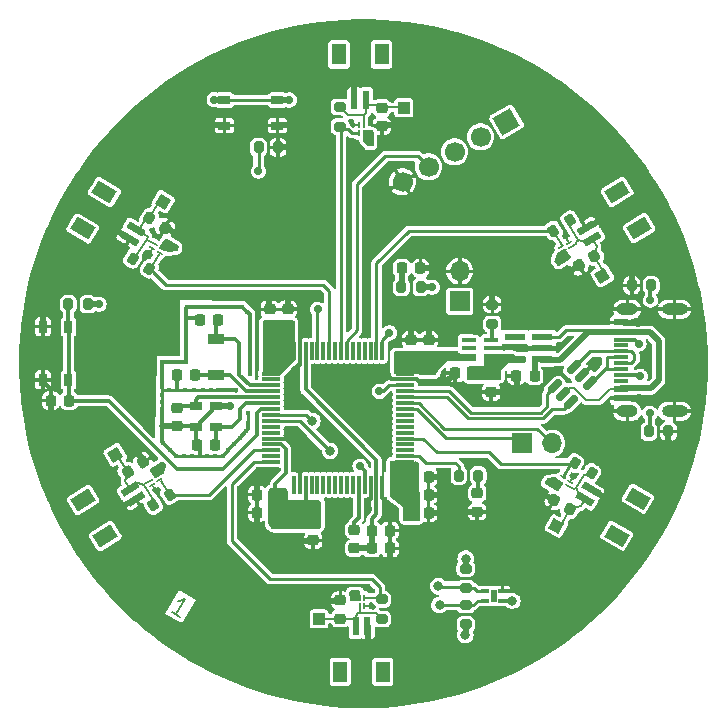
<source format=gtl>
G04 #@! TF.GenerationSoftware,KiCad,Pcbnew,8.0.6*
G04 #@! TF.CreationDate,2025-05-06T14:40:43+02:00*
G04 #@! TF.ProjectId,capacitance,63617061-6369-4746-916e-63652e6b6963,rev?*
G04 #@! TF.SameCoordinates,Original*
G04 #@! TF.FileFunction,Copper,L1,Top*
G04 #@! TF.FilePolarity,Positive*
%FSLAX46Y46*%
G04 Gerber Fmt 4.6, Leading zero omitted, Abs format (unit mm)*
G04 Created by KiCad (PCBNEW 8.0.6) date 2025-05-06 14:40:43*
%MOMM*%
%LPD*%
G01*
G04 APERTURE LIST*
G04 Aperture macros list*
%AMRoundRect*
0 Rectangle with rounded corners*
0 $1 Rounding radius*
0 $2 $3 $4 $5 $6 $7 $8 $9 X,Y pos of 4 corners*
0 Add a 4 corners polygon primitive as box body*
4,1,4,$2,$3,$4,$5,$6,$7,$8,$9,$2,$3,0*
0 Add four circle primitives for the rounded corners*
1,1,$1+$1,$2,$3*
1,1,$1+$1,$4,$5*
1,1,$1+$1,$6,$7*
1,1,$1+$1,$8,$9*
0 Add four rect primitives between the rounded corners*
20,1,$1+$1,$2,$3,$4,$5,0*
20,1,$1+$1,$4,$5,$6,$7,0*
20,1,$1+$1,$6,$7,$8,$9,0*
20,1,$1+$1,$8,$9,$2,$3,0*%
%AMHorizOval*
0 Thick line with rounded ends*
0 $1 width*
0 $2 $3 position (X,Y) of the first rounded end (center of the circle)*
0 $4 $5 position (X,Y) of the second rounded end (center of the circle)*
0 Add line between two ends*
20,1,$1,$2,$3,$4,$5,0*
0 Add two circle primitives to create the rounded ends*
1,1,$1,$2,$3*
1,1,$1,$4,$5*%
%AMRotRect*
0 Rectangle, with rotation*
0 The origin of the aperture is its center*
0 $1 length*
0 $2 width*
0 $3 Rotation angle, in degrees counterclockwise*
0 Add horizontal line*
21,1,$1,$2,0,0,$3*%
G04 Aperture macros list end*
%ADD10C,0.187500*%
G04 #@! TA.AperFunction,NonConductor*
%ADD11C,0.187500*%
G04 #@! TD*
G04 #@! TA.AperFunction,SMDPad,CuDef*
%ADD12RoundRect,0.218750X0.218750X0.256250X-0.218750X0.256250X-0.218750X-0.256250X0.218750X-0.256250X0*%
G04 #@! TD*
G04 #@! TA.AperFunction,SMDPad,CuDef*
%ADD13RoundRect,0.225000X0.225000X0.250000X-0.225000X0.250000X-0.225000X-0.250000X0.225000X-0.250000X0*%
G04 #@! TD*
G04 #@! TA.AperFunction,SMDPad,CuDef*
%ADD14R,0.152400X0.533400*%
G04 #@! TD*
G04 #@! TA.AperFunction,SMDPad,CuDef*
%ADD15R,0.990600X0.711200*%
G04 #@! TD*
G04 #@! TA.AperFunction,SMDPad,CuDef*
%ADD16RoundRect,0.200000X0.200000X0.275000X-0.200000X0.275000X-0.200000X-0.275000X0.200000X-0.275000X0*%
G04 #@! TD*
G04 #@! TA.AperFunction,SMDPad,CuDef*
%ADD17RoundRect,0.200000X0.275000X-0.200000X0.275000X0.200000X-0.275000X0.200000X-0.275000X-0.200000X0*%
G04 #@! TD*
G04 #@! TA.AperFunction,ComponentPad*
%ADD18R,1.700000X1.700000*%
G04 #@! TD*
G04 #@! TA.AperFunction,ComponentPad*
%ADD19O,1.700000X1.700000*%
G04 #@! TD*
G04 #@! TA.AperFunction,SMDPad,CuDef*
%ADD20RoundRect,0.200000X-0.200000X-0.275000X0.200000X-0.275000X0.200000X0.275000X-0.200000X0.275000X0*%
G04 #@! TD*
G04 #@! TA.AperFunction,SMDPad,CuDef*
%ADD21RotRect,0.533400X0.152400X150.000000*%
G04 #@! TD*
G04 #@! TA.AperFunction,SMDPad,CuDef*
%ADD22R,1.805236X0.612132*%
G04 #@! TD*
G04 #@! TA.AperFunction,SMDPad,CuDef*
%ADD23RoundRect,0.225000X0.250000X-0.225000X0.250000X0.225000X-0.250000X0.225000X-0.250000X-0.225000X0*%
G04 #@! TD*
G04 #@! TA.AperFunction,SMDPad,CuDef*
%ADD24RoundRect,0.225000X-0.225000X-0.250000X0.225000X-0.250000X0.225000X0.250000X-0.225000X0.250000X0*%
G04 #@! TD*
G04 #@! TA.AperFunction,SMDPad,CuDef*
%ADD25RoundRect,0.200000X-0.275000X0.200000X-0.275000X-0.200000X0.275000X-0.200000X0.275000X0.200000X0*%
G04 #@! TD*
G04 #@! TA.AperFunction,SMDPad,CuDef*
%ADD26RotRect,0.600000X1.550000X302.000000*%
G04 #@! TD*
G04 #@! TA.AperFunction,SMDPad,CuDef*
%ADD27RotRect,1.200000X1.800000X302.000000*%
G04 #@! TD*
G04 #@! TA.AperFunction,SMDPad,CuDef*
%ADD28RoundRect,0.200000X0.029798X0.338729X-0.313069X0.132713X-0.029798X-0.338729X0.313069X-0.132713X0*%
G04 #@! TD*
G04 #@! TA.AperFunction,SMDPad,CuDef*
%ADD29R,0.990600X0.736600*%
G04 #@! TD*
G04 #@! TA.AperFunction,SMDPad,CuDef*
%ADD30R,1.000000X1.000000*%
G04 #@! TD*
G04 #@! TA.AperFunction,SMDPad,CuDef*
%ADD31RotRect,0.600000X1.550000X239.000000*%
G04 #@! TD*
G04 #@! TA.AperFunction,SMDPad,CuDef*
%ADD32RotRect,1.200000X1.800000X239.000000*%
G04 #@! TD*
G04 #@! TA.AperFunction,SMDPad,CuDef*
%ADD33RoundRect,0.225000X-0.250000X0.225000X-0.250000X-0.225000X0.250000X-0.225000X0.250000X0.225000X0*%
G04 #@! TD*
G04 #@! TA.AperFunction,SMDPad,CuDef*
%ADD34RoundRect,0.075000X-0.700000X-0.075000X0.700000X-0.075000X0.700000X0.075000X-0.700000X0.075000X0*%
G04 #@! TD*
G04 #@! TA.AperFunction,SMDPad,CuDef*
%ADD35RoundRect,0.075000X-0.075000X-0.700000X0.075000X-0.700000X0.075000X0.700000X-0.075000X0.700000X0*%
G04 #@! TD*
G04 #@! TA.AperFunction,SMDPad,CuDef*
%ADD36RotRect,1.000000X1.000000X61.000000*%
G04 #@! TD*
G04 #@! TA.AperFunction,SMDPad,CuDef*
%ADD37RotRect,1.000000X1.000000X122.000000*%
G04 #@! TD*
G04 #@! TA.AperFunction,SMDPad,CuDef*
%ADD38R,0.711200X0.990600*%
G04 #@! TD*
G04 #@! TA.AperFunction,SMDPad,CuDef*
%ADD39R,1.200000X0.400000*%
G04 #@! TD*
G04 #@! TA.AperFunction,SMDPad,CuDef*
%ADD40RoundRect,0.225000X0.064103X0.330175X-0.321622X0.098408X-0.064103X-0.330175X0.321622X-0.098408X0*%
G04 #@! TD*
G04 #@! TA.AperFunction,SMDPad,CuDef*
%ADD41RotRect,0.533400X0.152400X329.000000*%
G04 #@! TD*
G04 #@! TA.AperFunction,ComponentPad*
%ADD42RotRect,1.700000X1.700000X300.000000*%
G04 #@! TD*
G04 #@! TA.AperFunction,ComponentPad*
%ADD43HorizOval,1.700000X0.000000X0.000000X0.000000X0.000000X0*%
G04 #@! TD*
G04 #@! TA.AperFunction,SMDPad,CuDef*
%ADD44RoundRect,0.225000X-0.321622X-0.098408X0.064103X-0.330175X0.321622X0.098408X-0.064103X0.330175X0*%
G04 #@! TD*
G04 #@! TA.AperFunction,SMDPad,CuDef*
%ADD45RotRect,1.000000X1.000000X211.000000*%
G04 #@! TD*
G04 #@! TA.AperFunction,SMDPad,CuDef*
%ADD46RotRect,0.600000X1.550000X121.000000*%
G04 #@! TD*
G04 #@! TA.AperFunction,SMDPad,CuDef*
%ADD47RotRect,1.200000X1.800000X121.000000*%
G04 #@! TD*
G04 #@! TA.AperFunction,SMDPad,CuDef*
%ADD48RoundRect,0.218750X0.256250X-0.218750X0.256250X0.218750X-0.256250X0.218750X-0.256250X-0.218750X0*%
G04 #@! TD*
G04 #@! TA.AperFunction,SMDPad,CuDef*
%ADD49RoundRect,0.225000X-0.058331X-0.331244X0.323291X-0.092780X0.058331X0.331244X-0.323291X0.092780X0*%
G04 #@! TD*
G04 #@! TA.AperFunction,SMDPad,CuDef*
%ADD50RoundRect,0.225000X0.319856X0.104006X-0.069856X0.329006X-0.319856X-0.104006X0.069856X-0.329006X0*%
G04 #@! TD*
G04 #@! TA.AperFunction,SMDPad,CuDef*
%ADD51RotRect,0.533400X0.152400X32.000000*%
G04 #@! TD*
G04 #@! TA.AperFunction,SMDPad,CuDef*
%ADD52RotRect,0.533400X0.152400X211.000000*%
G04 #@! TD*
G04 #@! TA.AperFunction,SMDPad,CuDef*
%ADD53R,1.397000X0.965200*%
G04 #@! TD*
G04 #@! TA.AperFunction,SMDPad,CuDef*
%ADD54R,0.600000X1.550000*%
G04 #@! TD*
G04 #@! TA.AperFunction,SMDPad,CuDef*
%ADD55R,1.200000X1.800000*%
G04 #@! TD*
G04 #@! TA.AperFunction,SMDPad,CuDef*
%ADD56RotRect,1.000000X1.000000X59.000000*%
G04 #@! TD*
G04 #@! TA.AperFunction,SMDPad,CuDef*
%ADD57R,1.150000X0.600000*%
G04 #@! TD*
G04 #@! TA.AperFunction,SMDPad,CuDef*
%ADD58R,1.150000X0.300000*%
G04 #@! TD*
G04 #@! TA.AperFunction,ComponentPad*
%ADD59O,1.800000X1.000000*%
G04 #@! TD*
G04 #@! TA.AperFunction,ComponentPad*
%ADD60O,2.200000X1.000000*%
G04 #@! TD*
G04 #@! TA.AperFunction,SMDPad,CuDef*
%ADD61RotRect,0.600000X1.550000X60.000000*%
G04 #@! TD*
G04 #@! TA.AperFunction,SMDPad,CuDef*
%ADD62RotRect,1.200000X1.800000X60.000000*%
G04 #@! TD*
G04 #@! TA.AperFunction,SMDPad,CuDef*
%ADD63R,0.711200X0.304800*%
G04 #@! TD*
G04 #@! TA.AperFunction,SMDPad,CuDef*
%ADD64R,0.508000X1.092200*%
G04 #@! TD*
G04 #@! TA.AperFunction,SMDPad,CuDef*
%ADD65RoundRect,0.200000X-0.313069X-0.132713X0.029798X-0.338729X0.313069X0.132713X-0.029798X0.338729X0*%
G04 #@! TD*
G04 #@! TA.AperFunction,SMDPad,CuDef*
%ADD66RoundRect,0.150000X0.256326X0.468458X-0.468458X-0.256326X-0.256326X-0.468458X0.468458X0.256326X0*%
G04 #@! TD*
G04 #@! TA.AperFunction,SMDPad,CuDef*
%ADD67RoundRect,0.200000X-0.023882X-0.339197X0.315337X-0.127229X0.023882X0.339197X-0.315337X0.127229X0*%
G04 #@! TD*
G04 #@! TA.AperFunction,SMDPad,CuDef*
%ADD68RoundRect,0.200000X0.310705X0.138157X-0.035705X0.338157X-0.310705X-0.138157X0.035705X-0.338157X0*%
G04 #@! TD*
G04 #@! TA.AperFunction,ViaPad*
%ADD69C,0.700000*%
G04 #@! TD*
G04 #@! TA.AperFunction,ViaPad*
%ADD70C,0.800000*%
G04 #@! TD*
G04 #@! TA.AperFunction,ViaPad*
%ADD71C,0.450000*%
G04 #@! TD*
G04 #@! TA.AperFunction,ViaPad*
%ADD72C,0.500000*%
G04 #@! TD*
G04 #@! TA.AperFunction,Conductor*
%ADD73C,0.200000*%
G04 #@! TD*
G04 #@! TA.AperFunction,Conductor*
%ADD74C,0.284000*%
G04 #@! TD*
G04 #@! TA.AperFunction,Conductor*
%ADD75C,0.300000*%
G04 #@! TD*
G04 #@! TA.AperFunction,Conductor*
%ADD76C,0.500000*%
G04 #@! TD*
G04 #@! TA.AperFunction,Conductor*
%ADD77C,0.250000*%
G04 #@! TD*
G04 APERTURE END LIST*
D10*
D11*
X128003232Y-126655684D02*
X127260925Y-126227113D01*
X127632078Y-126441399D02*
X128382078Y-125142360D01*
X128382078Y-125142360D02*
X128151218Y-125256509D01*
X128151218Y-125256509D02*
X127956071Y-125308798D01*
X127956071Y-125308798D02*
X127796639Y-125299229D01*
D12*
X148327502Y-97120001D03*
X146752498Y-97119999D03*
D13*
X136025003Y-117819999D03*
X134475001Y-117819999D03*
X130955001Y-112100000D03*
X129404999Y-112100000D03*
D14*
X143504452Y-84962436D03*
X143104452Y-84962436D03*
X143104452Y-85699036D03*
X143504452Y-85699036D03*
D15*
X131719999Y-82905001D03*
X136220001Y-82905001D03*
X131719999Y-85054999D03*
X136220001Y-85054999D03*
D14*
X143178348Y-125750000D03*
X143578348Y-125750000D03*
X143578348Y-125013400D03*
X143178348Y-125013400D03*
D16*
X167865004Y-98579998D03*
X166214996Y-98580002D03*
D17*
X152155659Y-127290311D03*
X152155659Y-125640311D03*
D13*
X131205001Y-101534000D03*
X129654999Y-101534000D03*
D18*
X156892499Y-111959990D03*
D19*
X159432497Y-111959976D03*
D20*
X146702500Y-98720000D03*
X148352500Y-98720000D03*
D21*
X160819261Y-115561161D03*
X161019227Y-115214749D03*
X160381299Y-114846419D03*
X160181333Y-115192831D03*
D22*
X158620485Y-104850003D03*
X158620483Y-103899999D03*
X158620480Y-102949998D03*
X156319515Y-102949997D03*
X156319520Y-104850002D03*
D23*
X137070000Y-102155000D03*
X137070000Y-100605000D03*
D24*
X144205000Y-120840000D03*
X145755000Y-120840000D03*
D25*
X152149513Y-122560311D03*
X152149513Y-124210311D03*
D24*
X144180000Y-119340000D03*
X145730000Y-119340000D03*
D26*
X123719144Y-115793611D03*
X124249040Y-116641664D03*
D27*
X119744069Y-116744599D03*
X121651763Y-119797583D03*
D24*
X147465003Y-116319999D03*
X149014997Y-116320001D03*
D28*
X160981678Y-93085785D03*
X159567384Y-93935583D03*
D29*
X129286399Y-108831099D03*
X129286400Y-110561099D03*
X131013601Y-110561099D03*
X131013600Y-108831099D03*
D30*
X146910000Y-83550000D03*
D23*
X149020000Y-104765001D03*
X149020000Y-103214999D03*
D13*
X152795001Y-106020000D03*
X151244999Y-106020000D03*
D31*
X124225183Y-93783409D03*
X123710136Y-94640574D03*
D32*
X121573204Y-90673322D03*
X119719058Y-93759120D03*
D33*
X127680000Y-108934999D03*
X127680000Y-110485001D03*
D34*
X135675000Y-106050000D03*
X135675000Y-106550000D03*
X135675000Y-107050000D03*
X135675000Y-107550000D03*
X135675000Y-108050000D03*
X135675000Y-108550000D03*
X135675000Y-109050000D03*
X135675000Y-109550000D03*
X135675000Y-110050000D03*
X135675000Y-110550000D03*
X135675000Y-111050000D03*
X135675000Y-111550000D03*
X135675000Y-112050000D03*
X135675000Y-112550000D03*
X135675000Y-113050000D03*
X135675000Y-113550000D03*
D35*
X137600000Y-115475000D03*
X138100000Y-115475000D03*
X138600000Y-115475000D03*
X139100000Y-115475000D03*
X139600000Y-115475000D03*
X140100000Y-115475000D03*
X140600000Y-115475000D03*
X141100000Y-115475000D03*
X141600000Y-115475000D03*
X142100000Y-115475000D03*
X142600000Y-115475000D03*
X143100000Y-115475000D03*
X143600000Y-115475000D03*
X144100000Y-115475000D03*
X144600000Y-115475000D03*
X145100000Y-115475000D03*
D34*
X147025000Y-113550000D03*
X147025000Y-113050000D03*
X147025000Y-112550000D03*
X147025000Y-112050000D03*
X147025000Y-111550000D03*
X147025000Y-111050000D03*
X147025000Y-110550000D03*
X147025000Y-110050000D03*
X147025000Y-109550000D03*
X147025000Y-109050000D03*
X147025000Y-108550000D03*
X147025000Y-108050000D03*
X147025000Y-107550000D03*
X147025000Y-107050000D03*
X147025000Y-106550000D03*
X147025000Y-106050000D03*
D35*
X145100000Y-104125000D03*
X144600000Y-104125000D03*
X144100000Y-104125000D03*
X143600000Y-104125000D03*
X143100000Y-104125000D03*
X142600000Y-104125000D03*
X142100000Y-104125000D03*
X141600000Y-104125000D03*
X141100000Y-104125000D03*
X140600000Y-104125000D03*
X140100000Y-104125000D03*
X139600000Y-104125000D03*
X139100000Y-104125000D03*
X138600000Y-104125000D03*
X138100000Y-104125000D03*
X137600000Y-104125000D03*
D36*
X159831812Y-118951195D03*
D33*
X154320026Y-106039994D03*
X154320000Y-107590000D03*
D37*
X122470000Y-112930000D03*
D38*
X116375001Y-106580001D03*
X116375001Y-102079998D03*
X118524999Y-106580002D03*
X118524999Y-102079999D03*
D39*
X154294996Y-104524943D03*
X154294997Y-103875005D03*
X154295014Y-103224969D03*
X152394998Y-103225025D03*
X152394997Y-103874963D03*
X152394980Y-104524999D03*
D16*
X136265000Y-86900000D03*
X134615000Y-86900000D03*
D40*
X163034775Y-96095495D03*
X161706171Y-96893815D03*
D41*
X125820436Y-95081291D03*
X125614420Y-95424156D03*
X126245810Y-95803533D03*
X126451826Y-95460668D03*
D33*
X145060003Y-83535003D03*
X145059999Y-85084997D03*
D42*
X155609114Y-84730000D03*
D43*
X153409409Y-86000000D03*
X151209705Y-87270000D03*
X149010000Y-88540000D03*
X146810296Y-89810000D03*
D44*
X125373056Y-92892338D03*
X126701656Y-93690648D03*
D16*
X153220000Y-114680001D03*
X151570000Y-114680001D03*
D45*
X163710149Y-97759481D03*
D13*
X118565000Y-108339999D03*
X117015000Y-108339999D03*
D18*
X151650022Y-99929998D03*
D19*
X151650000Y-97390000D03*
D46*
X162841126Y-94619877D03*
X162326125Y-93762698D03*
D47*
X166832219Y-93738386D03*
X164978111Y-90652563D03*
D48*
X142725000Y-120847500D03*
X142725000Y-119272500D03*
D49*
X123521867Y-114373273D03*
X124836353Y-113551901D03*
D50*
X161002625Y-117532074D03*
X159660281Y-116757074D03*
D17*
X145058349Y-126826700D03*
X145058345Y-125176702D03*
D51*
X125392706Y-115140959D03*
X125604695Y-115480158D03*
X126229386Y-115089819D03*
X126017397Y-114750620D03*
D20*
X167665006Y-110950024D03*
X169314994Y-110949976D03*
D52*
X161072866Y-95298299D03*
X160866872Y-94955503D03*
X160235428Y-95334895D03*
X160441422Y-95677691D03*
D23*
X141538347Y-126791701D03*
X141538349Y-125241709D03*
D53*
X131000000Y-103102000D03*
X131000000Y-106150000D03*
D54*
X142838347Y-127421701D03*
X143838344Y-127421704D03*
D55*
X141538346Y-131296700D03*
X145138348Y-131296703D03*
D56*
X126535181Y-91503412D03*
D17*
X154410000Y-101860000D03*
X154410000Y-100210000D03*
D24*
X147464999Y-117830000D03*
X149015001Y-117830000D03*
D13*
X136025001Y-116300000D03*
X134474999Y-116300000D03*
D33*
X139240000Y-118620000D03*
X139240000Y-120170000D03*
D57*
X165265000Y-108120000D03*
X165265000Y-107320000D03*
D58*
X165265000Y-106170000D03*
X165265000Y-105170000D03*
X165265000Y-104670000D03*
X165265000Y-103670000D03*
D57*
X165265000Y-102520000D03*
X165265000Y-101720000D03*
D58*
X165265000Y-103170000D03*
X165265000Y-104170000D03*
X165265000Y-105670000D03*
X165265000Y-106670000D03*
D59*
X165840000Y-109240000D03*
D60*
X169840000Y-109240000D03*
D59*
X165840000Y-100600000D03*
D60*
X169840000Y-100600000D03*
D61*
X162226758Y-116696445D03*
X162726793Y-115830427D03*
D62*
X164932631Y-119759769D03*
X166732636Y-116642093D03*
D63*
X153760699Y-124469951D03*
X153760699Y-125270049D03*
X155259301Y-125270049D03*
X155259301Y-124469951D03*
D64*
X154510000Y-124870000D03*
D24*
X147464999Y-114810000D03*
X149015001Y-114810000D03*
D13*
X129235001Y-106194000D03*
X127684999Y-106194000D03*
D48*
X153125000Y-117750001D03*
X153125000Y-116174999D03*
D65*
X123958011Y-96318508D03*
X125372351Y-97168316D03*
D54*
X143730001Y-82900003D03*
X142730004Y-82899999D03*
D55*
X145030003Y-79025005D03*
X141429999Y-79024997D03*
D66*
X162656093Y-106877405D03*
X161984331Y-106205675D03*
X161312573Y-105533909D03*
X159703907Y-107142595D03*
X160375669Y-107814325D03*
X161047427Y-108486091D03*
D30*
X139738347Y-126821701D03*
D23*
X135560000Y-102165000D03*
X135560000Y-100615000D03*
X147520000Y-104740002D03*
X147520000Y-103190000D03*
D25*
X141509996Y-83485000D03*
X141510006Y-85135000D03*
D13*
X157985003Y-106260013D03*
X156434997Y-106259987D03*
D67*
X125702875Y-117184500D03*
X127102129Y-116310118D03*
D68*
X162807087Y-114454576D03*
X161378155Y-113629588D03*
D16*
X120175000Y-100175000D03*
X118525000Y-100175000D03*
D69*
X146460000Y-104960000D03*
D70*
X152120000Y-128190000D03*
D69*
X139180000Y-117480000D03*
X136540000Y-104250000D03*
X135450000Y-104280000D03*
D70*
X156105659Y-125275311D03*
D69*
X137230000Y-82890000D03*
X136520000Y-103370000D03*
X138080000Y-118740000D03*
D70*
X146310000Y-114860000D03*
D69*
X138230000Y-117490000D03*
X130870000Y-82860000D03*
D70*
X146300000Y-116310000D03*
D71*
X126300039Y-114052667D03*
D69*
X137290000Y-117480000D03*
X135450000Y-105210000D03*
D70*
X151030000Y-104524999D03*
D69*
X149307500Y-98740000D03*
X136080000Y-118770000D03*
X121100000Y-100175000D03*
X149010000Y-105850000D03*
X136590000Y-105210000D03*
X135440000Y-103370000D03*
X137100000Y-118750000D03*
D71*
X160193112Y-96396091D03*
D70*
X152150000Y-121720000D03*
D71*
X127610428Y-95500686D03*
D69*
X143225000Y-113895000D03*
D71*
X144010001Y-86280000D03*
X142630000Y-124720000D03*
X159424599Y-115331786D03*
D69*
X167750000Y-109420000D03*
X166920000Y-106270000D03*
X167800000Y-99830000D03*
X166810000Y-103510000D03*
X145690000Y-102600000D03*
X144840000Y-107550000D03*
D70*
X140660000Y-112600000D03*
X149835000Y-124055000D03*
X149940000Y-125640000D03*
X139170000Y-110060000D03*
D69*
X134610000Y-88910000D03*
X139610000Y-100620000D03*
D71*
X130280000Y-113020000D03*
D69*
X145450000Y-106160000D03*
D71*
X132685000Y-107475000D03*
D72*
X134620000Y-129540000D03*
X135636000Y-89408000D03*
D71*
X126446617Y-108440000D03*
X133870000Y-105420000D03*
D69*
X122601938Y-93955109D03*
X149370001Y-97139999D03*
D71*
X128510000Y-103090000D03*
D72*
X129540000Y-124460000D03*
X149775000Y-122775000D03*
D71*
X131220000Y-107475000D03*
X129150000Y-107475000D03*
D72*
X134620000Y-93980000D03*
D71*
X131850000Y-100420000D03*
D69*
X146140001Y-85010000D03*
D72*
X162560000Y-91440000D03*
X137668000Y-91440000D03*
X162560000Y-111760000D03*
X134620000Y-124968000D03*
X147320000Y-81280000D03*
X124460000Y-99568000D03*
X124460000Y-104140000D03*
D71*
X128370000Y-107475000D03*
D69*
X150000000Y-116320001D03*
D72*
X137160000Y-96520000D03*
D69*
X149020000Y-102120000D03*
X169314994Y-111835006D03*
X142730001Y-81540000D03*
X117004999Y-109350000D03*
D72*
X129032000Y-83820000D03*
D69*
X127628027Y-94222867D03*
D72*
X159500000Y-84075000D03*
X155448000Y-119380000D03*
X161268004Y-114821428D03*
D71*
X133860000Y-106110000D03*
D72*
X132080000Y-81280000D03*
D71*
X132020000Y-112500000D03*
D72*
X134620000Y-78740000D03*
D71*
X130930000Y-113030000D03*
D72*
X139700000Y-129540000D03*
X132080000Y-91440000D03*
X138684000Y-100076000D03*
D71*
X128510000Y-102240000D03*
X128545000Y-100435000D03*
D72*
X170688000Y-104648000D03*
D69*
X145670000Y-117700000D03*
D72*
X121920000Y-96520000D03*
D71*
X132000000Y-107475000D03*
D72*
X139700000Y-88900000D03*
D69*
X140573346Y-125281704D03*
D72*
X154940000Y-129540000D03*
D71*
X128510000Y-103830000D03*
D69*
X116375000Y-101050000D03*
D71*
X126520000Y-111900000D03*
X133860000Y-101450000D03*
D72*
X143764000Y-108204000D03*
D69*
X166780000Y-101760000D03*
X158720298Y-116214157D03*
D72*
X168950000Y-99425000D03*
X132080000Y-121920000D03*
X124460000Y-124460000D03*
X127000000Y-86360000D03*
D69*
X150050000Y-117830000D03*
D72*
X157480000Y-127000000D03*
X157480000Y-96520000D03*
X116840000Y-111760000D03*
D71*
X129890000Y-107475000D03*
D72*
X157480000Y-91440000D03*
D69*
X163444570Y-93099618D03*
D71*
X126446617Y-107220585D03*
D70*
X160996639Y-97353147D03*
D71*
X133645000Y-100815000D03*
D72*
X116840000Y-96520000D03*
D71*
X133860000Y-102810000D03*
D72*
X157480000Y-116840000D03*
D71*
X128510000Y-101310000D03*
D69*
X137090000Y-99550000D03*
D71*
X126446617Y-111176617D03*
D69*
X145755000Y-121840000D03*
D71*
X133761944Y-110238056D03*
X126446617Y-105840000D03*
X133045000Y-111475000D03*
D72*
X125880000Y-115930000D03*
X151892000Y-131572000D03*
X167325000Y-104925000D03*
X149860000Y-78740000D03*
D71*
X132520000Y-100420000D03*
D72*
X155956000Y-88900000D03*
X129540000Y-88900000D03*
D69*
X152950000Y-102410000D03*
D71*
X126446617Y-110490000D03*
X133575000Y-110945000D03*
D72*
X147320000Y-91440000D03*
X148336000Y-121920000D03*
X129540000Y-93980000D03*
X124460000Y-88900000D03*
D71*
X127744997Y-107475000D03*
D72*
X150050000Y-126925000D03*
X130048000Y-129540000D03*
D71*
X126446617Y-106465003D03*
D72*
X137160000Y-81280000D03*
D69*
X138100000Y-114180000D03*
D72*
X149860000Y-83820000D03*
X155448000Y-114808000D03*
D69*
X163890000Y-116520000D03*
D72*
X155440000Y-103875005D03*
X160020000Y-99060000D03*
X121920000Y-106680000D03*
D69*
X134480000Y-115240000D03*
D71*
X127650000Y-113030000D03*
D72*
X123900000Y-86075000D03*
D71*
X128500000Y-105070000D03*
D72*
X162950000Y-105300000D03*
X147320000Y-127000000D03*
X151175000Y-91675000D03*
D69*
X143900000Y-117510000D03*
D71*
X133860000Y-102140000D03*
D69*
X155337494Y-107590000D03*
D72*
X157480000Y-121920000D03*
D69*
X166790000Y-108100000D03*
X137360000Y-86920000D03*
D72*
X167640000Y-113792000D03*
X140208000Y-110744000D03*
X137160000Y-127000000D03*
X142642437Y-84962436D03*
D69*
X130700000Y-85020000D03*
D72*
X121920000Y-121920000D03*
X162560000Y-86360000D03*
D71*
X128340000Y-113050000D03*
D72*
X149860000Y-129540000D03*
X121920000Y-101600000D03*
X157480000Y-81280000D03*
D70*
X156683965Y-124459488D03*
D71*
X129020000Y-113050000D03*
D69*
X154410000Y-99060000D03*
D72*
X156980002Y-103930002D03*
X119380000Y-114300000D03*
D71*
X129630000Y-113040000D03*
D69*
X150070000Y-114810000D03*
D71*
X126446617Y-107845588D03*
X133180000Y-100420000D03*
D72*
X147320000Y-86360000D03*
X147320000Y-132080000D03*
D69*
X137670000Y-105780000D03*
D72*
X147828000Y-100584000D03*
D69*
X134480000Y-118960000D03*
X138079998Y-120240001D03*
D71*
X130130000Y-100420000D03*
D69*
X156470000Y-107267494D03*
D72*
X166525000Y-110375000D03*
D71*
X127920000Y-105070000D03*
X127050000Y-107475000D03*
D72*
X160059998Y-103930002D03*
X157480000Y-86360000D03*
X144780000Y-93980000D03*
D71*
X127120000Y-112500000D03*
D69*
X137580000Y-111550000D03*
X137290000Y-85040000D03*
D71*
X129340000Y-100420000D03*
D69*
X124320000Y-112770000D03*
D71*
X131030000Y-100420000D03*
D72*
X129540000Y-119380000D03*
D71*
X131570000Y-112990000D03*
D72*
X137160000Y-132080000D03*
D71*
X127220000Y-105070000D03*
D72*
X127000000Y-121920000D03*
X146304000Y-101600000D03*
D71*
X130550000Y-107475000D03*
D72*
X144270249Y-125778597D03*
X132080000Y-96520000D03*
X141525000Y-107525000D03*
D69*
X166270000Y-97480000D03*
D71*
X133890000Y-104810000D03*
D69*
X135560000Y-99560000D03*
X152160000Y-117780001D03*
X143858346Y-128856702D03*
D72*
X153125000Y-89550000D03*
X162560000Y-121920000D03*
X160020000Y-124460000D03*
X167640000Y-96520000D03*
D71*
X126446617Y-109720000D03*
D69*
X147530000Y-102120000D03*
D72*
X157480000Y-101092000D03*
D71*
X133880000Y-103550000D03*
D69*
X123156742Y-117289722D03*
D71*
X133870000Y-104160000D03*
D72*
X125353784Y-95817913D03*
X149860000Y-119888000D03*
D71*
X126446617Y-109066617D03*
D72*
X152400000Y-81280000D03*
D71*
X126446617Y-105110000D03*
D72*
X141732000Y-112268000D03*
X127000000Y-101600000D03*
X154432000Y-92456000D03*
X139700000Y-93980000D03*
D71*
X128510000Y-104490000D03*
D72*
X137160000Y-121920000D03*
D71*
X133761944Y-109388056D03*
D72*
X160020000Y-88900000D03*
D69*
X150300000Y-106590000D03*
X132160000Y-108810000D03*
D72*
X160531544Y-94410271D03*
D71*
X132535000Y-111985000D03*
D73*
X161919198Y-94799728D02*
X161773259Y-94763364D01*
X163237992Y-95280388D02*
X163034774Y-96095544D01*
X161639738Y-94730061D02*
X162359180Y-94909470D01*
X160981713Y-93085791D02*
X160884944Y-93473863D01*
X163677724Y-97830594D02*
X163752579Y-97506300D01*
X160981698Y-93085762D02*
X161113211Y-93296210D01*
X161474729Y-95056860D02*
X161072870Y-95298333D01*
X160884944Y-93473863D02*
X161639738Y-94730061D01*
X161508187Y-94922608D02*
X161474729Y-95056860D01*
X162990585Y-96286826D02*
X163034780Y-96095537D01*
X163794898Y-97360580D02*
X163677724Y-97830594D01*
X162359180Y-94909470D02*
X162841116Y-94619849D01*
X163034774Y-96095544D02*
X163794898Y-97360580D01*
X161773259Y-94763364D02*
X161508187Y-94922608D01*
X162841116Y-94619849D02*
X163237992Y-95280388D01*
X124025181Y-96473412D02*
X124913935Y-95039733D01*
X125186336Y-94360930D02*
X125226064Y-94520266D01*
X125373058Y-92892337D02*
X126209992Y-91499449D01*
X125820436Y-95081291D02*
X125150000Y-94700000D01*
X124225181Y-93783412D02*
X125186336Y-94360930D01*
X125115181Y-92913412D02*
X124505181Y-93883412D01*
X125226064Y-94520266D02*
X125148820Y-94648820D01*
X125148820Y-94648820D02*
X124913935Y-95039733D01*
X144578353Y-126346704D02*
X143053296Y-126346704D01*
D74*
X145239999Y-126925004D02*
X145254998Y-126940003D01*
D73*
X145058349Y-126826700D02*
X144578353Y-126346704D01*
D74*
X145054997Y-126580000D02*
X145219998Y-126745001D01*
D73*
X141538347Y-126791701D02*
X139813349Y-126791701D01*
X143053296Y-126346704D02*
X142838347Y-126561653D01*
X143178348Y-125750000D02*
X143178348Y-126346704D01*
X142838347Y-126561653D02*
X142838347Y-126801707D01*
X141538347Y-126791701D02*
X142838347Y-126791701D01*
X145190000Y-83510000D02*
X146715001Y-83510000D01*
X141529996Y-83499995D02*
X142150001Y-84120000D01*
X143730001Y-82900003D02*
X143730001Y-83948902D01*
X143730001Y-83948902D02*
X143504452Y-84174451D01*
X142150001Y-84120000D02*
X143450001Y-84120000D01*
X143504452Y-84174451D02*
X143504452Y-84962436D01*
X143990001Y-83280000D02*
X144960000Y-83280000D01*
X160252625Y-118831108D02*
X159842813Y-118940921D01*
X161519869Y-115770831D02*
X161289388Y-115832601D01*
X161730181Y-116409743D02*
X162226752Y-116696431D01*
X161002624Y-117532068D02*
X160252625Y-118831108D01*
X161880043Y-117296968D02*
X161002624Y-117532068D01*
X161566169Y-115797561D02*
X161730181Y-116409743D01*
X162807085Y-114454565D02*
X162183317Y-114621703D01*
X161519869Y-115770831D02*
X161566169Y-115797561D01*
X162183317Y-114621703D02*
X161519869Y-115770831D01*
X162226752Y-116696431D02*
X161880043Y-117296968D01*
X161289388Y-115832601D02*
X160819241Y-115561160D01*
X125783422Y-116835606D02*
X124924746Y-115461431D01*
X123335643Y-115179879D02*
X123521861Y-114373270D01*
X124924746Y-115461431D02*
X124932315Y-115428646D01*
X124924746Y-115461431D02*
X124432576Y-115347805D01*
X125702879Y-117184498D02*
X125783422Y-116835606D01*
X123719147Y-115793609D02*
X123335643Y-115179879D01*
X122722880Y-113094632D02*
X122821282Y-112668422D01*
X123521861Y-114373270D02*
X122722880Y-113094632D01*
X124432576Y-115347805D02*
X123719147Y-115793609D01*
X124932315Y-115428646D02*
X125392711Y-115140955D01*
D74*
X131790000Y-82875002D02*
X136290001Y-82875002D01*
D75*
X136940000Y-114480000D02*
X136025001Y-115394999D01*
X156100397Y-125270049D02*
X155259301Y-125270049D01*
X143600000Y-114270000D02*
X143600000Y-115475000D01*
X151030000Y-104524999D02*
X152394980Y-104524999D01*
D76*
X148232500Y-98740000D02*
X149307500Y-98740000D01*
D75*
X136025001Y-117819997D02*
X136025003Y-117819999D01*
D76*
X149020000Y-105840000D02*
X149020000Y-104765001D01*
D75*
X143225000Y-113895000D02*
X143600000Y-114270000D01*
D76*
X139180000Y-117480000D02*
X139192500Y-117492500D01*
D75*
X147025000Y-113550000D02*
X146250000Y-113550000D01*
D76*
X152155659Y-127290311D02*
X152155659Y-128154341D01*
X136290002Y-82875001D02*
X137215001Y-82875001D01*
X130885002Y-82875002D02*
X130870000Y-82860000D01*
D75*
X138600000Y-117120000D02*
X138600000Y-115475000D01*
X138230000Y-117490000D02*
X138600000Y-117120000D01*
D76*
X152155659Y-128154341D02*
X152120000Y-128190000D01*
D75*
X146250000Y-113550000D02*
X145880000Y-113920000D01*
D76*
X147465003Y-116319999D02*
X146309999Y-116319999D01*
D75*
X156105659Y-125275311D02*
X156100397Y-125270049D01*
D76*
X152149513Y-121720487D02*
X152150000Y-121720000D01*
D75*
X146210000Y-114860000D02*
X146310000Y-114860000D01*
D76*
X139192500Y-117492500D02*
X139192500Y-118635000D01*
D75*
X136025001Y-115394999D02*
X136025001Y-116300000D01*
X136025001Y-116300000D02*
X136025001Y-117819997D01*
D74*
X136290001Y-82875002D02*
X136290002Y-82875001D01*
D75*
X145880000Y-113920000D02*
X145880000Y-114530000D01*
X135675000Y-112050000D02*
X136553120Y-112050000D01*
D76*
X147464999Y-114810000D02*
X146360000Y-114810000D01*
X146360000Y-114810000D02*
X146310000Y-114860000D01*
X120175000Y-100175000D02*
X121100000Y-100175000D01*
D75*
X136940000Y-112436880D02*
X136940000Y-114480000D01*
D76*
X131790000Y-82875002D02*
X130885002Y-82875002D01*
D75*
X145880000Y-114530000D02*
X146210000Y-114860000D01*
D76*
X149010000Y-105850000D02*
X149020000Y-105840000D01*
D75*
X136553120Y-112050000D02*
X136940000Y-112436880D01*
D76*
X146309999Y-116319999D02*
X146300000Y-116310000D01*
X137215001Y-82875001D02*
X137230000Y-82890000D01*
X152149513Y-122560311D02*
X152149513Y-121720487D01*
D75*
X131000000Y-101739001D02*
X131205001Y-101534000D01*
X132990000Y-106180000D02*
X132990000Y-103460000D01*
X132656000Y-103126000D02*
X131000000Y-103126000D01*
X133860000Y-107050000D02*
X132990000Y-106180000D01*
X132990000Y-103460000D02*
X132656000Y-103126000D01*
X131000000Y-103102000D02*
X131000000Y-101739001D01*
X135675000Y-107050000D02*
X133860000Y-107050000D01*
X129286399Y-108266399D02*
X129286399Y-108831099D01*
X127783900Y-108831099D02*
X127680000Y-108934999D01*
X129280000Y-108260000D02*
X129286399Y-108266399D01*
X129490000Y-108050000D02*
X129280000Y-108260000D01*
X129286399Y-108831099D02*
X127783900Y-108831099D01*
X135675000Y-108050000D02*
X129490000Y-108050000D01*
X135675000Y-107550000D02*
X133590000Y-107550000D01*
X133590000Y-107550000D02*
X132190000Y-106150000D01*
X132190000Y-106150000D02*
X129279001Y-106150000D01*
X129279001Y-106150000D02*
X129235001Y-106194000D01*
X132368901Y-110561099D02*
X131013601Y-110561099D01*
X133060000Y-109070000D02*
X133060000Y-109870000D01*
X131013601Y-110561099D02*
X131013601Y-112041400D01*
X133060000Y-109870000D02*
X132368901Y-110561099D01*
X135675000Y-108550000D02*
X133580000Y-108550000D01*
X133580000Y-108550000D02*
X133060000Y-109070000D01*
X131013601Y-112041400D02*
X130955001Y-112100000D01*
X118524999Y-100175001D02*
X118525000Y-100175000D01*
X118530000Y-106610000D02*
X118550000Y-106590000D01*
X131600000Y-114110000D02*
X127690000Y-114110000D01*
X118530000Y-108339999D02*
X118530000Y-106610000D01*
X134796880Y-109050000D02*
X134480000Y-109366880D01*
X134480000Y-109366880D02*
X134480000Y-111230000D01*
X121919999Y-108339999D02*
X118530000Y-108339999D01*
X118524999Y-102079999D02*
X118524999Y-100175001D01*
X135675000Y-109050000D02*
X134796880Y-109050000D01*
X134480000Y-111230000D02*
X131600000Y-114110000D01*
X127690000Y-114110000D02*
X121919999Y-108339999D01*
X118550000Y-106590000D02*
X118550000Y-102089998D01*
D73*
X163440000Y-108270000D02*
X164390000Y-107320000D01*
D77*
X162650000Y-102400000D02*
X160650000Y-102400000D01*
X160650000Y-102400000D02*
X160069999Y-102980001D01*
D76*
X165285000Y-107300000D02*
X165265000Y-107320000D01*
X168510000Y-106610000D02*
X167820000Y-107300000D01*
X167820000Y-107300000D02*
X165285000Y-107300000D01*
X167750000Y-102560000D02*
X168510000Y-103320000D01*
X160179991Y-104880009D02*
X158500970Y-104880009D01*
D77*
X160069999Y-102980001D02*
X158500965Y-102980001D01*
D76*
X165265000Y-102520000D02*
X165305000Y-102560000D01*
X162770000Y-102520000D02*
X165265000Y-102520000D01*
X162540000Y-102520000D02*
X160179991Y-104880009D01*
X165305000Y-102560000D02*
X167750000Y-102560000D01*
X157985003Y-105054997D02*
X157990000Y-105050000D01*
D73*
X161300000Y-107240000D02*
X162330000Y-108270000D01*
X162330000Y-108270000D02*
X163440000Y-108270000D01*
X160375669Y-107794331D02*
X160930000Y-107240000D01*
X160930000Y-107240000D02*
X161300000Y-107240000D01*
X160375669Y-107814326D02*
X160375669Y-107794331D01*
D76*
X168510000Y-103320000D02*
X168510000Y-106610000D01*
D73*
X164390000Y-107320000D02*
X165265000Y-107320000D01*
D77*
X162770000Y-102520000D02*
X162650000Y-102400000D01*
D76*
X157985003Y-106260013D02*
X157985003Y-105054997D01*
X162770000Y-102520000D02*
X162540000Y-102520000D01*
D75*
X153220000Y-116079999D02*
X153125000Y-116174999D01*
X153220000Y-114680001D02*
X153220000Y-116079999D01*
X167750000Y-109420000D02*
X167750000Y-110865030D01*
X165265000Y-106170000D02*
X166820000Y-106170000D01*
X166820000Y-106170000D02*
X166920000Y-106270000D01*
X167750000Y-110865030D02*
X167665006Y-110950024D01*
X167800000Y-98645002D02*
X167865004Y-98579998D01*
X165265000Y-103170000D02*
X166470000Y-103170000D01*
X167800000Y-99830000D02*
X167800000Y-98645002D01*
X166470000Y-103170000D02*
X166810000Y-103510000D01*
D74*
X145100000Y-103190000D02*
X145690000Y-102600000D01*
X145100000Y-104125000D02*
X145100000Y-103190000D01*
X145670000Y-107050000D02*
X147025000Y-107050000D01*
X145170000Y-107550000D02*
X145670000Y-107050000D01*
X144840000Y-107550000D02*
X145170000Y-107550000D01*
X138110653Y-110050000D02*
X135675000Y-110050000D01*
X153090299Y-124469950D02*
X152830661Y-124210310D01*
X139102653Y-111042653D02*
X139102653Y-111042000D01*
X152019202Y-124080000D02*
X152149513Y-124210311D01*
X153760700Y-124469951D02*
X153090299Y-124469950D01*
X149860000Y-124080000D02*
X152019202Y-124080000D01*
X152830661Y-124210310D02*
X152149513Y-124210311D01*
X139102653Y-111042000D02*
X138110653Y-110050000D01*
X149835000Y-124055000D02*
X149860000Y-124080000D01*
X140660000Y-112600000D02*
X139102653Y-111042653D01*
X139170000Y-110060000D02*
X138660000Y-109550000D01*
X152155348Y-125640000D02*
X152155659Y-125640311D01*
X153180921Y-125270049D02*
X152785661Y-125665310D01*
X138660000Y-109550000D02*
X135675000Y-109550000D01*
X152144344Y-125665311D02*
X152136987Y-125657956D01*
X152785661Y-125665310D02*
X152144344Y-125665311D01*
X153760700Y-125270049D02*
X153180921Y-125270049D01*
X149940000Y-125640000D02*
X152155348Y-125640000D01*
X158172521Y-110700000D02*
X159432497Y-111959976D01*
X147025000Y-108550000D02*
X148210000Y-108550000D01*
X150360000Y-110700000D02*
X158172521Y-110700000D01*
X148210000Y-108550000D02*
X150360000Y-110700000D01*
X150505520Y-111530000D02*
X156462509Y-111530000D01*
X148025520Y-109050000D02*
X150505520Y-111530000D01*
X156462509Y-111530000D02*
X156892499Y-111959990D01*
X147025000Y-109050000D02*
X148025520Y-109050000D01*
X145340000Y-87650000D02*
X148120000Y-87650000D01*
X148120000Y-87650000D02*
X149010000Y-88540000D01*
X142960000Y-90030000D02*
X145340000Y-87650000D01*
X142960000Y-102398194D02*
X142960000Y-90030000D01*
X142100000Y-103258194D02*
X142960000Y-102398194D01*
X142100000Y-104125000D02*
X142100000Y-103258194D01*
D75*
X143100000Y-118240000D02*
X142725000Y-118615000D01*
X143100000Y-115475000D02*
X143100000Y-118240000D01*
X142725000Y-118615000D02*
X142725000Y-119272500D01*
D74*
X144600000Y-104125000D02*
X144600000Y-96710000D01*
D73*
X159567384Y-93935578D02*
X159496770Y-94241494D01*
D74*
X159522967Y-93980000D02*
X159567384Y-93935583D01*
D73*
X159567384Y-93935579D02*
X160327271Y-95200249D01*
D74*
X147330000Y-93980000D02*
X159522967Y-93980000D01*
X144600000Y-96710000D02*
X147330000Y-93980000D01*
X140102000Y-98552000D02*
X126756035Y-98552000D01*
X140600000Y-99050000D02*
X140102000Y-98552000D01*
D73*
X126265181Y-95863412D02*
X125569146Y-96929692D01*
D74*
X126756035Y-98552000D02*
X125690000Y-97485965D01*
X140600000Y-104125000D02*
X140600000Y-99050000D01*
D73*
X143610000Y-125013400D02*
X144895043Y-125013400D01*
D74*
X132370000Y-115410000D02*
X134230000Y-113550000D01*
X144204000Y-123444000D02*
X144790000Y-124030000D01*
X132370000Y-120210000D02*
X132370000Y-115410000D01*
X144790000Y-124030000D02*
X144790000Y-124040000D01*
X144790000Y-124040000D02*
X144900000Y-124150000D01*
X135604000Y-123444000D02*
X132370000Y-120210000D01*
X134230000Y-113550000D02*
X135675000Y-113550000D01*
X139544000Y-123444000D02*
X135604000Y-123444000D01*
D73*
X144895043Y-125013400D02*
X145058345Y-125176702D01*
D74*
X139544000Y-123444000D02*
X144204000Y-123444000D01*
X144900000Y-124150000D02*
X144900000Y-125120000D01*
X141600000Y-85224994D02*
X141600000Y-104125000D01*
X141500005Y-85124999D02*
X141600000Y-85224994D01*
X143020001Y-85700000D02*
X142542786Y-85700000D01*
X142202786Y-85360000D02*
X141440965Y-85360000D01*
X142542786Y-85700000D02*
X142202786Y-85360000D01*
X154160000Y-112720000D02*
X155120000Y-113680000D01*
D73*
X161378148Y-113629585D02*
X160955397Y-113742854D01*
D74*
X148550000Y-111550000D02*
X149720000Y-112720000D01*
X147025000Y-111550000D02*
X148550000Y-111550000D01*
X149720000Y-112720000D02*
X154160000Y-112720000D01*
X161327743Y-113680000D02*
X161378155Y-113629588D01*
X155120000Y-113680000D02*
X161327743Y-113680000D01*
X160955397Y-113742854D02*
X160361313Y-114771845D01*
D73*
X127102142Y-116310124D02*
X126358190Y-115119559D01*
D74*
X134190000Y-112550000D02*
X130429882Y-116310118D01*
X130429882Y-116310118D02*
X127102129Y-116310118D01*
X135675000Y-112550000D02*
X134190000Y-112550000D01*
X147025000Y-107550000D02*
X148187501Y-107550000D01*
X150780240Y-107558000D02*
X152580240Y-109358000D01*
X159080000Y-108767758D02*
X159080000Y-107766502D01*
X148187501Y-107550000D02*
X148195501Y-107558000D01*
X152580240Y-109358000D02*
X158296846Y-109358000D01*
X158296846Y-109358000D02*
X158489758Y-109358000D01*
X148195501Y-107558000D02*
X150780240Y-107558000D01*
X159080000Y-107766502D02*
X159703907Y-107142595D01*
X158489758Y-109358000D02*
X159080000Y-108767758D01*
D77*
X165265000Y-104670000D02*
X165270000Y-104675000D01*
D74*
X165257000Y-105662000D02*
X163948000Y-105662000D01*
X162656093Y-106877405D02*
X162732595Y-106877405D01*
X165265000Y-105670000D02*
X165257000Y-105662000D01*
X162732595Y-106877405D02*
X164100000Y-105510000D01*
X163948000Y-105662000D02*
X163860000Y-105750000D01*
X164160000Y-104670000D02*
X165265000Y-104670000D01*
X164100000Y-104730000D02*
X164160000Y-104670000D01*
X164100000Y-105510000D02*
X164100000Y-104730000D01*
D75*
X154294996Y-104524943D02*
X154294996Y-106014964D01*
X152845022Y-106039994D02*
X152835003Y-106050013D01*
X154294996Y-106014964D02*
X154320026Y-106039994D01*
X154294996Y-104524943D02*
X155994461Y-104524943D01*
X154320026Y-106039994D02*
X152845022Y-106039994D01*
X155994461Y-104524943D02*
X156319520Y-104850002D01*
X154420000Y-103099983D02*
X154295014Y-103224969D01*
X154420000Y-101820000D02*
X154420000Y-103099983D01*
X138600000Y-107380000D02*
X144600000Y-113380000D01*
D76*
X142732500Y-120840000D02*
X142725000Y-120847500D01*
D75*
X144180000Y-118375000D02*
X144180000Y-119340000D01*
D76*
X144205000Y-120840000D02*
X142732500Y-120840000D01*
X144180000Y-120815000D02*
X144205000Y-120840000D01*
X144180000Y-119340000D02*
X144180000Y-120815000D01*
D75*
X144600000Y-113380000D02*
X144600000Y-115475000D01*
X138600000Y-104125000D02*
X138600000Y-107380000D01*
X144600000Y-117955000D02*
X144180000Y-118375000D01*
X144600000Y-115475000D02*
X144600000Y-117955000D01*
D74*
X134615000Y-88905000D02*
X134610000Y-88910000D01*
X139600000Y-100630000D02*
X139600000Y-104125000D01*
X134615000Y-86900000D02*
X134615000Y-88905000D01*
X139610000Y-100620000D02*
X139600000Y-100630000D01*
D75*
X129340000Y-100420000D02*
X128560000Y-100420000D01*
D76*
X122601938Y-93955109D02*
X123636546Y-94601603D01*
D75*
X131030000Y-100420000D02*
X131850000Y-100420000D01*
D76*
X137070000Y-100605000D02*
X137070000Y-99570000D01*
X124320000Y-112770000D02*
X124836353Y-113286353D01*
D75*
X145670000Y-117120000D02*
X145100000Y-116550000D01*
D76*
X159660290Y-116757071D02*
X158720377Y-116214398D01*
D75*
X145100000Y-116550000D02*
X145100000Y-115475000D01*
D76*
X146140001Y-85010000D02*
X145330003Y-85010000D01*
X156470000Y-107267494D02*
X156470000Y-106032506D01*
D75*
X127120000Y-112500000D02*
X127650000Y-113030000D01*
X138100000Y-100780000D02*
X138100000Y-104125000D01*
D76*
X138079998Y-120240001D02*
X139300001Y-120239998D01*
D75*
X156980002Y-103930002D02*
X158500968Y-103930002D01*
D76*
X154410000Y-99060000D02*
X154410000Y-100280000D01*
X136290000Y-85024998D02*
X137274998Y-85024998D01*
D77*
X129150000Y-107475000D02*
X128370000Y-107475000D01*
D75*
X156683965Y-124459488D02*
X156673508Y-124469949D01*
X128560000Y-100420000D02*
X128545000Y-100435000D01*
X128510000Y-103830000D02*
X128510000Y-104490000D01*
X137925000Y-100605000D02*
X138100000Y-100780000D01*
X155440000Y-103875005D02*
X154294997Y-103875005D01*
D76*
X124208756Y-116632353D02*
X124249042Y-116641657D01*
D77*
X131220000Y-107475000D02*
X130550000Y-107475000D01*
X132685000Y-107475000D02*
X132630000Y-107530000D01*
D76*
X166790000Y-108100000D02*
X165569998Y-108100000D01*
X123156742Y-117289722D02*
X124208756Y-116632353D01*
X145755000Y-121840000D02*
X145755000Y-120619998D01*
D75*
X144100000Y-116670000D02*
X144100000Y-115475000D01*
X133870000Y-105420000D02*
X133870000Y-104830000D01*
X145450000Y-106160000D02*
X145840000Y-106550000D01*
X126520000Y-111900000D02*
X127120000Y-112500000D01*
X126446617Y-106465003D02*
X126446617Y-105840000D01*
X126446617Y-111176617D02*
X126446617Y-109066617D01*
X133870000Y-104830000D02*
X133890000Y-104810000D01*
D76*
X166270000Y-97480000D02*
X166270000Y-98700000D01*
D75*
X143900000Y-117510000D02*
X143900000Y-116870000D01*
X117015000Y-107365000D02*
X117015000Y-108339999D01*
D76*
X135540000Y-99500000D02*
X135560000Y-99520000D01*
D75*
X133860000Y-106110000D02*
X133860000Y-105430000D01*
X128510000Y-102240000D02*
X128510000Y-100470000D01*
X127744997Y-106253998D02*
X127684999Y-106194000D01*
D76*
X116375001Y-101050001D02*
X116375000Y-101050000D01*
X137274998Y-85024998D02*
X137290000Y-85040000D01*
D75*
X129630000Y-113040000D02*
X129630000Y-112325001D01*
D76*
X150300000Y-106590000D02*
X150690000Y-106590000D01*
X131789998Y-85024999D02*
X130704999Y-85024999D01*
D75*
X156673508Y-124469949D02*
X155259298Y-124469949D01*
X145840000Y-106550000D02*
X147025000Y-106550000D01*
D77*
X127640000Y-113020000D02*
X127650000Y-113030000D01*
D73*
X161019225Y-115214736D02*
X161242346Y-114828304D01*
D76*
X135540000Y-100615000D02*
X135540000Y-99580000D01*
D75*
X133860000Y-102140000D02*
X133860000Y-102810000D01*
D76*
X150050000Y-117830000D02*
X149015001Y-117830000D01*
D73*
X125405181Y-95823412D02*
X125625181Y-95463412D01*
D77*
X127744997Y-107475000D02*
X126511617Y-107475000D01*
D75*
X133645000Y-100815000D02*
X133250000Y-100420000D01*
D73*
X125880000Y-115930000D02*
X125646836Y-115556870D01*
X160540582Y-94412533D02*
X160866805Y-94955487D01*
D75*
X133870000Y-104160000D02*
X133870000Y-103560000D01*
X133860000Y-103530000D02*
X133880000Y-103550000D01*
X137070000Y-100605000D02*
X137925000Y-100605000D01*
D73*
X144241652Y-125750000D02*
X143610000Y-125750000D01*
D77*
X128370000Y-107475000D02*
X127744997Y-107475000D01*
D75*
X132685000Y-107475000D02*
X132685000Y-107525000D01*
D76*
X158720377Y-116214398D02*
X158720298Y-116214157D01*
X127680000Y-110485001D02*
X126451616Y-110485001D01*
D75*
X133575000Y-110945000D02*
X133045000Y-111475000D01*
D76*
X134474999Y-116300000D02*
X134474999Y-115245001D01*
D75*
X138100000Y-105350000D02*
X137670000Y-105780000D01*
X126453234Y-105070000D02*
X126446617Y-105076617D01*
X150300000Y-106590000D02*
X150170000Y-106720000D01*
D76*
X127628027Y-94222867D02*
X126582278Y-93594517D01*
D77*
X129890000Y-107475000D02*
X129150000Y-107475000D01*
D75*
X148210000Y-106720000D02*
X148040000Y-106550000D01*
D76*
X134475001Y-117819999D02*
X134475001Y-118955001D01*
D75*
X128510000Y-101310000D02*
X129430999Y-101310000D01*
D76*
X143858346Y-128856702D02*
X143858346Y-127441706D01*
X124836353Y-113286353D02*
X124836353Y-113551901D01*
D77*
X126446617Y-109066617D02*
X126446617Y-107540000D01*
X130550000Y-107475000D02*
X129890000Y-107475000D01*
D76*
X140573346Y-125281704D02*
X141443346Y-125281704D01*
D75*
X133860000Y-105430000D02*
X133870000Y-105420000D01*
X132685000Y-107525000D02*
X132690000Y-107530000D01*
X160059998Y-103930002D02*
X158500968Y-103930002D01*
X116375001Y-106725001D02*
X117015000Y-107365000D01*
X128510000Y-103090000D02*
X128510000Y-102240000D01*
X133890000Y-104810000D02*
X133870000Y-104790000D01*
X150170000Y-106720000D02*
X148210000Y-106720000D01*
X127744997Y-107475000D02*
X127744997Y-106253998D01*
X145730000Y-119340000D02*
X145730000Y-117760000D01*
X133860000Y-101030000D02*
X133645000Y-100815000D01*
D76*
X150000000Y-116320001D02*
X149014997Y-116320001D01*
D73*
X142642437Y-84962436D02*
X143104452Y-84962436D01*
D75*
X162044326Y-106205674D02*
X161984331Y-106205674D01*
D76*
X142730001Y-81540000D02*
X142729997Y-82759990D01*
D75*
X127680000Y-110485001D02*
X129210302Y-110485001D01*
X133761944Y-110758056D02*
X133575000Y-110945000D01*
X129286400Y-110558299D02*
X131013600Y-108831099D01*
D73*
X160531544Y-94410271D02*
X160540582Y-94412533D01*
D75*
X135675000Y-111550000D02*
X137580000Y-111550000D01*
D77*
X126446617Y-107123383D02*
X126446617Y-107220585D01*
D76*
X124836353Y-113551901D02*
X124836351Y-113551903D01*
X117004999Y-109350000D02*
X117004999Y-108129998D01*
D75*
X133860000Y-102810000D02*
X133860000Y-103530000D01*
X138100000Y-104125000D02*
X138100000Y-105350000D01*
X133860000Y-101450000D02*
X133860000Y-102140000D01*
X116375001Y-106580001D02*
X116375001Y-102079998D01*
X126446617Y-107220585D02*
X126446617Y-106465003D01*
X129286400Y-110561099D02*
X129286400Y-110558299D01*
D76*
X150690000Y-106590000D02*
X151230013Y-106049987D01*
D75*
X133870000Y-104790000D02*
X133870000Y-104160000D01*
D77*
X131490000Y-113030000D02*
X132020000Y-112500000D01*
D76*
X147520000Y-103190000D02*
X147520000Y-102130000D01*
D75*
X129286400Y-110561099D02*
X129286400Y-111981401D01*
X126446617Y-105840000D02*
X126446617Y-105110000D01*
X126450000Y-111830000D02*
X126520000Y-111900000D01*
D76*
X150070000Y-114810000D02*
X149015001Y-114810000D01*
D75*
X143900000Y-116870000D02*
X144100000Y-116670000D01*
D76*
X149020000Y-103214999D02*
X149020000Y-102120000D01*
X155337494Y-107590000D02*
X154102506Y-107590000D01*
X162732490Y-115851696D02*
X162726787Y-115830410D01*
D75*
X127220000Y-105070000D02*
X128500000Y-105070000D01*
D76*
X166780000Y-101760000D02*
X165559998Y-101760000D01*
X152160000Y-117780001D02*
X153064999Y-117780001D01*
D75*
X128510000Y-104490000D02*
X128510000Y-105060000D01*
X128510000Y-103830000D02*
X128510000Y-103090000D01*
D76*
X136265000Y-86900000D02*
X137340000Y-86900000D01*
D75*
X148040000Y-106550000D02*
X147025000Y-106550000D01*
X126446617Y-111176617D02*
X126450000Y-111180000D01*
D76*
X132138901Y-108831099D02*
X132160000Y-108810000D01*
D75*
X145730000Y-117760000D02*
X145670000Y-117700000D01*
X133860000Y-101450000D02*
X133860000Y-101030000D01*
X133045000Y-111475000D02*
X132535000Y-111985000D01*
X128510000Y-105060000D02*
X128500000Y-105070000D01*
X132520000Y-100420000D02*
X133180000Y-100420000D01*
X133870000Y-103560000D02*
X133880000Y-103550000D01*
D77*
X133761944Y-109388056D02*
X133761944Y-110238056D01*
D76*
X137070000Y-99570000D02*
X137090000Y-99550000D01*
X160988163Y-97358454D02*
X160996639Y-97353147D01*
X126451616Y-110485001D02*
X126446617Y-110490000D01*
X124836351Y-113551903D02*
X124836349Y-113551903D01*
D75*
X133250000Y-100420000D02*
X133180000Y-100420000D01*
D76*
X169314994Y-111835006D02*
X169314994Y-110949976D01*
D75*
X129210302Y-110485001D02*
X129286400Y-110561099D01*
X132535000Y-111985000D02*
X132020000Y-112500000D01*
D76*
X131013600Y-108831099D02*
X132138901Y-108831099D01*
X160996639Y-97353147D02*
X161675057Y-96929199D01*
X147520000Y-102130000D02*
X147530000Y-102120000D01*
D75*
X133761944Y-110238056D02*
X133761944Y-110758056D01*
X131220000Y-107475000D02*
X132685000Y-107475000D01*
D76*
X149370001Y-97139999D02*
X148149999Y-97140000D01*
D75*
X128510000Y-100470000D02*
X128545000Y-100435000D01*
X129630000Y-112325001D02*
X129404999Y-112100000D01*
D76*
X134474999Y-115245001D02*
X134480000Y-115240000D01*
D75*
X138100000Y-114180000D02*
X138100000Y-115475000D01*
D76*
X134475001Y-118955001D02*
X134480000Y-118960000D01*
D77*
X126511617Y-107475000D02*
X126446617Y-107540000D01*
D75*
X116375001Y-106580001D02*
X116375001Y-106725001D01*
D76*
X130704999Y-85024999D02*
X130700000Y-85020000D01*
D73*
X161242346Y-114828304D02*
X161268004Y-114821428D01*
D76*
X116375001Y-102079998D02*
X116375001Y-101050001D01*
D75*
X129286400Y-111981401D02*
X129404999Y-112100000D01*
D77*
X127650000Y-113030000D02*
X131490000Y-113030000D01*
D75*
X126450000Y-111180000D02*
X126450000Y-111830000D01*
X130130000Y-100420000D02*
X131030000Y-100420000D01*
X127220000Y-105070000D02*
X126453234Y-105070000D01*
X162950000Y-105300000D02*
X162044326Y-106205674D01*
X131850000Y-100420000D02*
X132520000Y-100420000D01*
X145670000Y-117700000D02*
X145670000Y-117120000D01*
D76*
X137340000Y-86900000D02*
X137360000Y-86920000D01*
D77*
X126446617Y-107220585D02*
X126446617Y-107540000D01*
D76*
X163444570Y-93099618D02*
X162409952Y-93746092D01*
D75*
X126446617Y-105076617D02*
X126446617Y-105110000D01*
D76*
X163890000Y-116520000D02*
X162732490Y-115851696D01*
D75*
X129340000Y-100420000D02*
X130130000Y-100420000D01*
X129430999Y-101310000D02*
X129654999Y-101534000D01*
D74*
X159452238Y-109080000D02*
X160453518Y-109080000D01*
X150579760Y-108042000D02*
X152379760Y-109842000D01*
X148195501Y-108042000D02*
X150579760Y-108042000D01*
X148187501Y-108050000D02*
X148195501Y-108042000D01*
D73*
X160993909Y-108486091D02*
X161047428Y-108486091D01*
D74*
X158296846Y-109842000D02*
X158690238Y-109842000D01*
X152379760Y-109842000D02*
X158296846Y-109842000D01*
X160453518Y-109080000D02*
X161047427Y-108486091D01*
X158690238Y-109842000D02*
X159452238Y-109080000D01*
X147025000Y-108050000D02*
X148187501Y-108050000D01*
X166174000Y-105170000D02*
X165265000Y-105170000D01*
X166174000Y-104170000D02*
X166430000Y-104426000D01*
D77*
X165270000Y-105165000D02*
X165265000Y-105170000D01*
D74*
X166430000Y-104914000D02*
X166174000Y-105170000D01*
X162676482Y-104170000D02*
X165265000Y-104170000D01*
X161312573Y-105533909D02*
X162676482Y-104170000D01*
X166430000Y-104426000D02*
X166430000Y-104914000D01*
X165265000Y-104170000D02*
X166174000Y-104170000D01*
D76*
X146752498Y-98670002D02*
X146702500Y-98720000D01*
X146752498Y-97119999D02*
X146752498Y-98670002D01*
D74*
X151260000Y-113590000D02*
X151570000Y-113900000D01*
X151570000Y-113900000D02*
X151570000Y-114680001D01*
D75*
X151480000Y-114590001D02*
X151570000Y-114680001D01*
D74*
X148220000Y-113050000D02*
X148760000Y-113590000D01*
X151420000Y-114530001D02*
X151570000Y-114680001D01*
X147025000Y-113050000D02*
X148220000Y-113050000D01*
X148760000Y-113590000D02*
X151260000Y-113590000D01*
G04 #@! TA.AperFunction,Conductor*
G36*
X160652146Y-95528077D02*
G01*
X160689000Y-95567656D01*
X161030336Y-96150313D01*
X161047238Y-96218108D01*
X161024805Y-96284278D01*
X160988120Y-96318728D01*
X160027656Y-96907124D01*
X159960208Y-96925359D01*
X159893608Y-96904234D01*
X159856596Y-96865261D01*
X159684953Y-96579647D01*
X159667293Y-96512046D01*
X159674974Y-96472659D01*
X159870729Y-95944856D01*
X159912496Y-95888849D01*
X159923096Y-95881707D01*
X160518130Y-95524055D01*
X160585727Y-95506391D01*
X160652146Y-95528077D01*
G37*
G04 #@! TD.AperFunction*
G04 #@! TA.AperFunction,Conductor*
G36*
X146033987Y-113412598D02*
G01*
X146094288Y-113430864D01*
X146094558Y-113430314D01*
X146097957Y-113431975D01*
X146100853Y-113432853D01*
X146103611Y-113434739D01*
X146103789Y-113434826D01*
X146216375Y-113489866D01*
X146289364Y-113500500D01*
X146289370Y-113500500D01*
X147760632Y-113500500D01*
X147760636Y-113500500D01*
X147793767Y-113495673D01*
X147806659Y-113493795D01*
X147824534Y-113492500D01*
X147985348Y-113492500D01*
X148052387Y-113512185D01*
X148073029Y-113528819D01*
X148194884Y-113650674D01*
X148228369Y-113711997D01*
X148231202Y-113737871D01*
X148249506Y-118423737D01*
X148230084Y-118490852D01*
X148177459Y-118536813D01*
X148123748Y-118548209D01*
X146961226Y-118531719D01*
X146894473Y-118511085D01*
X146849471Y-118457637D01*
X146838989Y-118408767D01*
X146830000Y-117330000D01*
X145785380Y-116477053D01*
X145745901Y-116419406D01*
X145739806Y-116381417D01*
X145730414Y-113535475D01*
X145749877Y-113468372D01*
X145802530Y-113422443D01*
X145855470Y-113411072D01*
X146033987Y-113412598D01*
G37*
G04 #@! TD.AperFunction*
G04 #@! TA.AperFunction,Conductor*
G36*
X144252504Y-125432807D02*
G01*
X144285931Y-125478815D01*
X144287090Y-125478383D01*
X144339547Y-125619031D01*
X144419952Y-125726438D01*
X144425799Y-125734248D01*
X144425802Y-125734250D01*
X144425803Y-125734251D01*
X144470820Y-125767951D01*
X144506073Y-125817960D01*
X144505199Y-125879139D01*
X144468531Y-125928120D01*
X144411491Y-125946204D01*
X144053548Y-125946204D01*
X143995357Y-125927297D01*
X143959393Y-125877797D01*
X143954548Y-125847204D01*
X143954547Y-125512900D01*
X143973454Y-125454709D01*
X144022954Y-125418745D01*
X144053547Y-125413900D01*
X144194313Y-125413900D01*
X144252504Y-125432807D01*
G37*
G04 #@! TD.AperFunction*
G04 #@! TA.AperFunction,Conductor*
G36*
X144095445Y-116382334D02*
G01*
X144138710Y-116425599D01*
X144149500Y-116470544D01*
X144149500Y-117727389D01*
X144130593Y-117785580D01*
X144120504Y-117797392D01*
X143819511Y-118098385D01*
X143819510Y-118098387D01*
X143760203Y-118201108D01*
X143760201Y-118201114D01*
X143757628Y-118210717D01*
X143745127Y-118257371D01*
X143711803Y-118308686D01*
X143696140Y-118314697D01*
X143722924Y-118347773D01*
X143729500Y-118383252D01*
X143729500Y-118552320D01*
X143710593Y-118610511D01*
X143690320Y-118631203D01*
X143579927Y-118714917D01*
X143579920Y-118714924D01*
X143556830Y-118745373D01*
X143506603Y-118780314D01*
X143445430Y-118779060D01*
X143399065Y-118745374D01*
X143379054Y-118718985D01*
X143358961Y-118661198D01*
X143376672Y-118602632D01*
X143387937Y-118589165D01*
X143392237Y-118584866D01*
X143460489Y-118516614D01*
X143519799Y-118413887D01*
X143529389Y-118378098D01*
X143530636Y-118373445D01*
X143534873Y-118357630D01*
X143568197Y-118306315D01*
X143583860Y-118300302D01*
X143557075Y-118267226D01*
X143550500Y-118231748D01*
X143550500Y-116649500D01*
X143569407Y-116591309D01*
X143618907Y-116555345D01*
X143649500Y-116550500D01*
X143710632Y-116550500D01*
X143710636Y-116550500D01*
X143783625Y-116539866D01*
X143807088Y-116528395D01*
X143867666Y-116519823D01*
X143894051Y-116528395D01*
X143916519Y-116539380D01*
X143916522Y-116539381D01*
X143949999Y-116544257D01*
X143950000Y-116544257D01*
X143950000Y-116472044D01*
X143968907Y-116413853D01*
X143978990Y-116402046D01*
X143980498Y-116400538D01*
X144035013Y-116372763D01*
X144095445Y-116382334D01*
G37*
G04 #@! TD.AperFunction*
G04 #@! TA.AperFunction,Conductor*
G36*
X138095445Y-105032334D02*
G01*
X138138710Y-105075599D01*
X138149500Y-105120544D01*
X138149500Y-107439311D01*
X138169107Y-107512482D01*
X138169108Y-107512486D01*
X138180198Y-107553881D01*
X138180202Y-107553889D01*
X138239507Y-107656609D01*
X138239509Y-107656611D01*
X138239511Y-107656614D01*
X144120505Y-113537608D01*
X144148281Y-113592123D01*
X144149500Y-113607610D01*
X144149500Y-113951289D01*
X144130593Y-114009480D01*
X144081093Y-114045444D01*
X144019907Y-114045444D01*
X143970407Y-114009480D01*
X143964764Y-114000790D01*
X143960490Y-113993387D01*
X143960488Y-113993385D01*
X143906946Y-113939842D01*
X143879169Y-113885325D01*
X143878672Y-113881772D01*
X143861237Y-113738183D01*
X143861237Y-113738182D01*
X143805220Y-113590477D01*
X143745160Y-113503465D01*
X143715484Y-113460471D01*
X143644157Y-113397281D01*
X143597240Y-113355717D01*
X143527302Y-113319010D01*
X143457364Y-113282303D01*
X143303987Y-113244500D01*
X143303985Y-113244500D01*
X143146015Y-113244500D01*
X143146012Y-113244500D01*
X142992635Y-113282303D01*
X142852758Y-113355718D01*
X142734515Y-113460471D01*
X142644780Y-113590476D01*
X142588763Y-113738182D01*
X142588762Y-113738183D01*
X142569722Y-113894998D01*
X142569722Y-113895001D01*
X142588762Y-114051816D01*
X142588763Y-114051818D01*
X142644780Y-114199523D01*
X142667060Y-114231802D01*
X142675661Y-114244262D01*
X142693156Y-114302893D01*
X142672848Y-114360610D01*
X142622493Y-114395367D01*
X142594185Y-114399500D01*
X142489364Y-114399500D01*
X142446521Y-114405742D01*
X142416374Y-114410134D01*
X142393479Y-114421327D01*
X142332896Y-114429896D01*
X142306521Y-114421327D01*
X142283625Y-114410134D01*
X142274352Y-114408783D01*
X142210636Y-114399500D01*
X141989364Y-114399500D01*
X141946521Y-114405742D01*
X141916374Y-114410134D01*
X141893479Y-114421327D01*
X141832896Y-114429896D01*
X141806521Y-114421327D01*
X141783625Y-114410134D01*
X141774352Y-114408783D01*
X141710636Y-114399500D01*
X141489364Y-114399500D01*
X141446521Y-114405742D01*
X141416374Y-114410134D01*
X141393479Y-114421327D01*
X141332896Y-114429896D01*
X141306521Y-114421327D01*
X141283625Y-114410134D01*
X141274352Y-114408783D01*
X141210636Y-114399500D01*
X140989364Y-114399500D01*
X140946521Y-114405742D01*
X140916374Y-114410134D01*
X140893479Y-114421327D01*
X140832896Y-114429896D01*
X140806521Y-114421327D01*
X140783625Y-114410134D01*
X140774352Y-114408783D01*
X140710636Y-114399500D01*
X140489364Y-114399500D01*
X140446521Y-114405742D01*
X140416374Y-114410134D01*
X140393479Y-114421327D01*
X140332896Y-114429896D01*
X140306521Y-114421327D01*
X140283625Y-114410134D01*
X140274352Y-114408783D01*
X140210636Y-114399500D01*
X139989364Y-114399500D01*
X139946521Y-114405742D01*
X139916374Y-114410134D01*
X139893479Y-114421327D01*
X139832896Y-114429896D01*
X139806521Y-114421327D01*
X139783625Y-114410134D01*
X139774352Y-114408783D01*
X139710636Y-114399500D01*
X139489364Y-114399500D01*
X139446521Y-114405742D01*
X139416374Y-114410134D01*
X139393479Y-114421327D01*
X139332896Y-114429896D01*
X139306521Y-114421327D01*
X139283625Y-114410134D01*
X139274352Y-114408783D01*
X139210636Y-114399500D01*
X138989364Y-114399500D01*
X138946521Y-114405742D01*
X138916374Y-114410134D01*
X138893479Y-114421327D01*
X138832896Y-114429896D01*
X138806521Y-114421327D01*
X138783625Y-114410134D01*
X138774352Y-114408783D01*
X138710636Y-114399500D01*
X138489364Y-114399500D01*
X138446521Y-114405742D01*
X138416373Y-114410134D01*
X138416370Y-114410135D01*
X138392908Y-114421605D01*
X138332326Y-114430174D01*
X138305951Y-114421604D01*
X138283488Y-114410623D01*
X138283479Y-114410620D01*
X138250000Y-114405742D01*
X138250000Y-114477955D01*
X138231093Y-114536146D01*
X138221007Y-114547956D01*
X138215174Y-114553789D01*
X138205250Y-114574090D01*
X138188941Y-114607450D01*
X138146397Y-114651424D01*
X138086131Y-114661993D01*
X138031163Y-114635120D01*
X138011059Y-114607450D01*
X137984826Y-114553789D01*
X137978993Y-114547956D01*
X137951218Y-114493438D01*
X137950000Y-114477955D01*
X137950000Y-114405742D01*
X137916517Y-114410620D01*
X137916514Y-114410621D01*
X137894046Y-114421605D01*
X137833464Y-114430174D01*
X137807090Y-114421605D01*
X137796624Y-114416489D01*
X137783625Y-114410134D01*
X137783626Y-114410134D01*
X137753479Y-114405742D01*
X137710636Y-114399500D01*
X137489500Y-114399500D01*
X137431309Y-114380593D01*
X137395345Y-114331093D01*
X137390500Y-114300500D01*
X137390500Y-112377572D01*
X137359799Y-112262994D01*
X137359799Y-112262992D01*
X137300492Y-112160270D01*
X137300490Y-112160268D01*
X137300489Y-112160266D01*
X136829734Y-111689511D01*
X136829731Y-111689509D01*
X136829729Y-111689507D01*
X136727010Y-111630202D01*
X136727006Y-111630200D01*
X136702792Y-111623712D01*
X136635393Y-111605652D01*
X136584079Y-111572328D01*
X136562153Y-111515207D01*
X136577989Y-111456106D01*
X136591017Y-111440019D01*
X136596209Y-111434826D01*
X136596211Y-111434826D01*
X136602044Y-111428993D01*
X136656561Y-111401218D01*
X136672044Y-111400000D01*
X136744257Y-111400000D01*
X136739379Y-111366520D01*
X136728395Y-111344052D01*
X136719823Y-111283470D01*
X136728391Y-111257095D01*
X136739866Y-111233625D01*
X136750500Y-111160636D01*
X136750500Y-110939364D01*
X136739866Y-110866375D01*
X136728672Y-110843479D01*
X136720102Y-110782898D01*
X136728673Y-110756520D01*
X136739866Y-110733625D01*
X136750500Y-110660636D01*
X136750500Y-110591500D01*
X136769407Y-110533309D01*
X136818907Y-110497345D01*
X136849500Y-110492500D01*
X137886355Y-110492500D01*
X137944546Y-110511407D01*
X137956359Y-110521496D01*
X138741821Y-111306957D01*
X138746479Y-111312269D01*
X139928916Y-112494706D01*
X139956693Y-112549223D01*
X139957191Y-112576640D01*
X139954355Y-112600002D01*
X139958927Y-112637656D01*
X139974860Y-112768872D01*
X140035182Y-112927930D01*
X140131817Y-113067929D01*
X140259148Y-113180734D01*
X140409775Y-113259790D01*
X140574944Y-113300500D01*
X140574947Y-113300500D01*
X140745053Y-113300500D01*
X140745056Y-113300500D01*
X140910225Y-113259790D01*
X141060852Y-113180734D01*
X141188183Y-113067929D01*
X141284818Y-112927930D01*
X141345140Y-112768872D01*
X141365645Y-112600000D01*
X141345140Y-112431128D01*
X141284818Y-112272070D01*
X141188183Y-112132071D01*
X141060852Y-112019266D01*
X140910225Y-111940210D01*
X140910224Y-111940209D01*
X140910223Y-111940209D01*
X140745058Y-111899500D01*
X140745056Y-111899500D01*
X140626298Y-111899500D01*
X140568107Y-111880593D01*
X140556294Y-111870504D01*
X139505757Y-110819967D01*
X139477980Y-110765450D01*
X139487551Y-110705018D01*
X139529751Y-110662305D01*
X139570852Y-110640734D01*
X139698183Y-110527929D01*
X139794818Y-110387930D01*
X139855140Y-110228872D01*
X139875645Y-110060000D01*
X139855140Y-109891128D01*
X139794818Y-109732070D01*
X139698183Y-109592071D01*
X139689394Y-109584285D01*
X139570853Y-109479267D01*
X139570852Y-109479266D01*
X139420225Y-109400210D01*
X139420224Y-109400209D01*
X139420223Y-109400209D01*
X139255058Y-109359500D01*
X139255056Y-109359500D01*
X139136298Y-109359500D01*
X139078107Y-109340593D01*
X139066295Y-109330504D01*
X138931701Y-109195911D01*
X138840726Y-109143387D01*
X138840723Y-109143386D01*
X138830801Y-109137657D01*
X138830800Y-109137656D01*
X138830799Y-109137656D01*
X138718256Y-109107500D01*
X138718255Y-109107500D01*
X136849500Y-109107500D01*
X136791309Y-109088593D01*
X136755345Y-109039093D01*
X136750500Y-109008500D01*
X136750500Y-108939367D01*
X136747023Y-108915500D01*
X136739866Y-108866375D01*
X136728672Y-108843479D01*
X136720102Y-108782898D01*
X136728673Y-108756520D01*
X136735609Y-108742332D01*
X136739866Y-108733625D01*
X136750500Y-108660636D01*
X136750500Y-108439364D01*
X136739866Y-108366375D01*
X136728672Y-108343479D01*
X136720102Y-108282898D01*
X136728673Y-108256520D01*
X136739866Y-108233625D01*
X136750500Y-108160636D01*
X136750500Y-107939364D01*
X136739866Y-107866375D01*
X136728672Y-107843479D01*
X136720102Y-107782898D01*
X136728673Y-107756520D01*
X136739866Y-107733625D01*
X136750500Y-107660636D01*
X136750500Y-107439364D01*
X136739866Y-107366375D01*
X136728672Y-107343479D01*
X136720102Y-107282898D01*
X136728673Y-107256520D01*
X136732805Y-107248068D01*
X136739866Y-107233625D01*
X136750500Y-107160636D01*
X136750500Y-106939364D01*
X136739866Y-106866375D01*
X136728672Y-106843479D01*
X136720102Y-106782898D01*
X136728673Y-106756520D01*
X136732593Y-106748502D01*
X136739866Y-106733625D01*
X136750500Y-106660636D01*
X136750500Y-106439364D01*
X136742067Y-106381487D01*
X136752387Y-106321183D01*
X136768416Y-106298866D01*
X137805789Y-105212094D01*
X137859643Y-105183058D01*
X137908394Y-105189621D01*
X137909171Y-105187110D01*
X137916519Y-105189380D01*
X137949999Y-105194257D01*
X137950000Y-105194257D01*
X137950000Y-105122044D01*
X137968907Y-105063853D01*
X137978990Y-105052046D01*
X137980498Y-105050538D01*
X138035013Y-105022763D01*
X138095445Y-105032334D01*
G37*
G04 #@! TD.AperFunction*
G04 #@! TA.AperFunction,Conductor*
G36*
X142690427Y-84539407D02*
G01*
X142726391Y-84588907D01*
X142730576Y-84630910D01*
X142728252Y-84650938D01*
X142728252Y-85020669D01*
X142709345Y-85078860D01*
X142659845Y-85114824D01*
X142598659Y-85114824D01*
X142559249Y-85090674D01*
X142474488Y-85005912D01*
X142401022Y-84963497D01*
X142373585Y-84947656D01*
X142355144Y-84942714D01*
X142303831Y-84909388D01*
X142282338Y-84857669D01*
X142279097Y-84827522D01*
X142279097Y-84827517D01*
X142275880Y-84818892D01*
X142228803Y-84692670D01*
X142218441Y-84678828D01*
X142198705Y-84620913D01*
X142216780Y-84562458D01*
X142265762Y-84525792D01*
X142297695Y-84520500D01*
X142632236Y-84520500D01*
X142690427Y-84539407D01*
G37*
G04 #@! TD.AperFunction*
G04 #@! TA.AperFunction,Conductor*
G36*
X161191334Y-114417196D02*
G01*
X161205069Y-114425126D01*
X161205074Y-114425128D01*
X161259897Y-114449382D01*
X161283988Y-114453433D01*
X161401827Y-114473249D01*
X161544731Y-114456162D01*
X161632240Y-114418688D01*
X161693176Y-114413163D01*
X161745721Y-114444510D01*
X161769806Y-114500755D01*
X161756947Y-114559196D01*
X161526254Y-114958767D01*
X161480785Y-114999708D01*
X161419935Y-115006104D01*
X161391018Y-114995004D01*
X160991059Y-114764089D01*
X160950118Y-114718619D01*
X160943722Y-114657769D01*
X160954820Y-114628855D01*
X161056102Y-114453430D01*
X161101569Y-114412492D01*
X161162419Y-114406096D01*
X161191334Y-114417196D01*
G37*
G04 #@! TD.AperFunction*
G04 #@! TA.AperFunction,Conductor*
G36*
X160409220Y-105408079D02*
G01*
X160456771Y-105446584D01*
X160472607Y-105505684D01*
X160462939Y-105543458D01*
X160408767Y-105655946D01*
X160388996Y-105787117D01*
X160388526Y-105790235D01*
X160408767Y-105924523D01*
X160464334Y-106039909D01*
X160467691Y-106046879D01*
X160487184Y-106070407D01*
X160487195Y-106070419D01*
X160776062Y-106359286D01*
X160776074Y-106359297D01*
X160799602Y-106378790D01*
X160799603Y-106378790D01*
X160799605Y-106378792D01*
X160921959Y-106437715D01*
X160988022Y-106447672D01*
X161042744Y-106475041D01*
X161070929Y-106529348D01*
X161071160Y-106530810D01*
X161081006Y-106596136D01*
X161129843Y-106697545D01*
X161138056Y-106758177D01*
X161109062Y-106812057D01*
X161053936Y-106838604D01*
X161040647Y-106839500D01*
X160877273Y-106839500D01*
X160829538Y-106852290D01*
X160775407Y-106866794D01*
X160775407Y-106866795D01*
X160762808Y-106874069D01*
X160702960Y-106886789D01*
X160647065Y-106861902D01*
X160616473Y-106808913D01*
X160615416Y-106803087D01*
X160607713Y-106751981D01*
X160598053Y-106731922D01*
X160548790Y-106629627D01*
X160546885Y-106627328D01*
X160529295Y-106606096D01*
X160529284Y-106606084D01*
X160240417Y-106317217D01*
X160240405Y-106317206D01*
X160216877Y-106297713D01*
X160187042Y-106283345D01*
X160094521Y-106238789D01*
X160016792Y-106227073D01*
X159960234Y-106218548D01*
X159960232Y-106218548D01*
X159860206Y-106233625D01*
X159825946Y-106238789D01*
X159703764Y-106297629D01*
X159703587Y-106297714D01*
X159680060Y-106317206D01*
X159680048Y-106317217D01*
X158878529Y-107118736D01*
X158878518Y-107118748D01*
X158859026Y-107142275D01*
X158800101Y-107264634D01*
X158779860Y-107398920D01*
X158779860Y-107399844D01*
X158779600Y-107400643D01*
X158778754Y-107406258D01*
X158777821Y-107406117D01*
X158760953Y-107458035D01*
X158750865Y-107469846D01*
X158725912Y-107494799D01*
X158718940Y-107506875D01*
X158715702Y-107512485D01*
X158703940Y-107532858D01*
X158667657Y-107595700D01*
X158667656Y-107595702D01*
X158667656Y-107595703D01*
X158651336Y-107656609D01*
X158637500Y-107708246D01*
X158637500Y-108543460D01*
X158618593Y-108601651D01*
X158608504Y-108613464D01*
X158335464Y-108886504D01*
X158280947Y-108914281D01*
X158265460Y-108915500D01*
X152804538Y-108915500D01*
X152746347Y-108896593D01*
X152734534Y-108886504D01*
X151896885Y-108048855D01*
X151588031Y-107740001D01*
X153545000Y-107740001D01*
X153545000Y-107856104D01*
X153555132Y-107940468D01*
X153608077Y-108074729D01*
X153695276Y-108189717D01*
X153695282Y-108189723D01*
X153810270Y-108276922D01*
X153944531Y-108329867D01*
X154028895Y-108339999D01*
X154028900Y-108340000D01*
X154169999Y-108340000D01*
X154170000Y-108339999D01*
X154170000Y-107740001D01*
X154470000Y-107740001D01*
X154470000Y-108339999D01*
X154470001Y-108340000D01*
X154611100Y-108340000D01*
X154611104Y-108339999D01*
X154695468Y-108329867D01*
X154829729Y-108276922D01*
X154944717Y-108189723D01*
X154944723Y-108189717D01*
X155031922Y-108074729D01*
X155084867Y-107940468D01*
X155094999Y-107856104D01*
X155095000Y-107856100D01*
X155095000Y-107740001D01*
X155094999Y-107740000D01*
X154470001Y-107740000D01*
X154470000Y-107740001D01*
X154170000Y-107740001D01*
X154169999Y-107740000D01*
X153545001Y-107740000D01*
X153545000Y-107740001D01*
X151588031Y-107740001D01*
X151051942Y-107203912D01*
X150976749Y-107160500D01*
X150951039Y-107145656D01*
X150838496Y-107115500D01*
X150838495Y-107115500D01*
X148288648Y-107115500D01*
X148263026Y-107112127D01*
X148245757Y-107107500D01*
X148199500Y-107107500D01*
X148141309Y-107088593D01*
X148105345Y-107039093D01*
X148100500Y-107008500D01*
X148100500Y-106939367D01*
X148100500Y-106939364D01*
X148089866Y-106866375D01*
X148078394Y-106842910D01*
X148069823Y-106782330D01*
X148078396Y-106755946D01*
X148089379Y-106733480D01*
X148094258Y-106700000D01*
X148022044Y-106700000D01*
X147963853Y-106681093D01*
X147952046Y-106671009D01*
X147946211Y-106665174D01*
X147892549Y-106638940D01*
X147848576Y-106596398D01*
X147838006Y-106536132D01*
X147864878Y-106481164D01*
X147892548Y-106461059D01*
X147946211Y-106434826D01*
X147947042Y-106433994D01*
X147948202Y-106433403D01*
X147952887Y-106430059D01*
X147953388Y-106430761D01*
X148001557Y-106406219D01*
X148017044Y-106405000D01*
X148046056Y-106405000D01*
X148071671Y-106408371D01*
X148083375Y-106411506D01*
X148107258Y-106421399D01*
X148129679Y-106434344D01*
X148202944Y-106464752D01*
X148264596Y-106481365D01*
X148343224Y-106491886D01*
X148343216Y-106491886D01*
X148361584Y-106491937D01*
X148890564Y-106493422D01*
X148913968Y-106496298D01*
X148931015Y-106500500D01*
X148931018Y-106500500D01*
X149088983Y-106500500D01*
X149088985Y-106500500D01*
X149103327Y-106496964D01*
X149127294Y-106494088D01*
X149550656Y-106495278D01*
X149634734Y-106483726D01*
X149700379Y-106465141D01*
X149700381Y-106465139D01*
X149700385Y-106465139D01*
X149722644Y-106456422D01*
X149755673Y-106443488D01*
X149836322Y-106381492D01*
X149844683Y-106375065D01*
X149844683Y-106375064D01*
X149844684Y-106375064D01*
X149891310Y-106323028D01*
X149939530Y-106250667D01*
X149978001Y-106170001D01*
X150494999Y-106170001D01*
X150494999Y-106311104D01*
X150505131Y-106395468D01*
X150558076Y-106529729D01*
X150645275Y-106644717D01*
X150645281Y-106644723D01*
X150760269Y-106731922D01*
X150894530Y-106784867D01*
X150978894Y-106794999D01*
X150978899Y-106795000D01*
X151094998Y-106795000D01*
X151094999Y-106794999D01*
X151094999Y-106170001D01*
X151094998Y-106170000D01*
X150495000Y-106170000D01*
X150494999Y-106170001D01*
X149978001Y-106170001D01*
X150176491Y-105753811D01*
X150203413Y-105719602D01*
X150337868Y-105610357D01*
X150394952Y-105588338D01*
X150454078Y-105604078D01*
X150492661Y-105651565D01*
X150498589Y-105698997D01*
X150494999Y-105728890D01*
X150494999Y-105869999D01*
X150495000Y-105870000D01*
X151295999Y-105870000D01*
X151354190Y-105888907D01*
X151390154Y-105938407D01*
X151394999Y-105969000D01*
X151394999Y-106794999D01*
X151395000Y-106795000D01*
X151511099Y-106795000D01*
X151511103Y-106794999D01*
X151595467Y-106784867D01*
X151729728Y-106731921D01*
X151841155Y-106647424D01*
X151898946Y-106627328D01*
X151957512Y-106645039D01*
X151986262Y-106676036D01*
X152011186Y-106718322D01*
X152057117Y-106770964D01*
X152057128Y-106770976D01*
X152101995Y-106812991D01*
X152102002Y-106812996D01*
X152134817Y-106829540D01*
X152202251Y-106863538D01*
X152269357Y-106882993D01*
X152355466Y-106895073D01*
X153570965Y-106890924D01*
X153629219Y-106909632D01*
X153665352Y-106959009D01*
X153665560Y-107020194D01*
X153650186Y-107049742D01*
X153608077Y-107105270D01*
X153555132Y-107239531D01*
X153545000Y-107323895D01*
X153545000Y-107439999D01*
X153545001Y-107440000D01*
X155094999Y-107440000D01*
X155095000Y-107439999D01*
X155095000Y-107323899D01*
X155094999Y-107323895D01*
X155084867Y-107239531D01*
X155031922Y-107105270D01*
X154984323Y-107042502D01*
X154964228Y-106984711D01*
X154981939Y-106926145D01*
X155030692Y-106889175D01*
X155052368Y-106884278D01*
X155101872Y-106878828D01*
X155152960Y-106867623D01*
X155190658Y-106856776D01*
X155287571Y-106800097D01*
X155340375Y-106754342D01*
X155382553Y-106709609D01*
X155433439Y-106609533D01*
X155453124Y-106542494D01*
X155465500Y-106456422D01*
X155465500Y-106409988D01*
X155684997Y-106409988D01*
X155684997Y-106551091D01*
X155695129Y-106635455D01*
X155748074Y-106769716D01*
X155835273Y-106884704D01*
X155835279Y-106884710D01*
X155950267Y-106971909D01*
X156084528Y-107024854D01*
X156168892Y-107034986D01*
X156168897Y-107034987D01*
X156284996Y-107034987D01*
X156284997Y-107034986D01*
X156284997Y-106409988D01*
X156284996Y-106409987D01*
X155684998Y-106409987D01*
X155684997Y-106409988D01*
X155465500Y-106409988D01*
X155465500Y-105902665D01*
X155484407Y-105844474D01*
X155502112Y-105825797D01*
X155506918Y-105821895D01*
X155533954Y-105799953D01*
X155591050Y-105777963D01*
X155650168Y-105793734D01*
X155688726Y-105841241D01*
X155694635Y-105888626D01*
X155684997Y-105968880D01*
X155684997Y-106109986D01*
X155684998Y-106109987D01*
X156485997Y-106109987D01*
X156544188Y-106128894D01*
X156580152Y-106178394D01*
X156584997Y-106208987D01*
X156584997Y-107034986D01*
X156584998Y-107034987D01*
X156701097Y-107034987D01*
X156701101Y-107034986D01*
X156785465Y-107024854D01*
X156919726Y-106971909D01*
X157034714Y-106884710D01*
X157034720Y-106884704D01*
X157121914Y-106769721D01*
X157123401Y-106767078D01*
X157125123Y-106765491D01*
X157126012Y-106764319D01*
X157126222Y-106764478D01*
X157168397Y-106725616D01*
X157229169Y-106718521D01*
X157282506Y-106748502D01*
X157295994Y-106767063D01*
X157297635Y-106769982D01*
X157297638Y-106769986D01*
X157297639Y-106769988D01*
X157384925Y-106885091D01*
X157500028Y-106972377D01*
X157500029Y-106972377D01*
X157500030Y-106972378D01*
X157567220Y-106998874D01*
X157634413Y-107025372D01*
X157718859Y-107035513D01*
X157718861Y-107035513D01*
X158251145Y-107035513D01*
X158251147Y-107035513D01*
X158335593Y-107025372D01*
X158469978Y-106972377D01*
X158585081Y-106885091D01*
X158672367Y-106769988D01*
X158725362Y-106635603D01*
X158735503Y-106551157D01*
X158735503Y-105968869D01*
X158725362Y-105884423D01*
X158692651Y-105801474D01*
X158672368Y-105750040D01*
X158672367Y-105750039D01*
X158672367Y-105750038D01*
X158585081Y-105634935D01*
X158584440Y-105634449D01*
X158584089Y-105633944D01*
X158580293Y-105630148D01*
X158580974Y-105629466D01*
X158549501Y-105584223D01*
X158550756Y-105523050D01*
X158587728Y-105474298D01*
X158644263Y-105456568D01*
X159567964Y-105456568D01*
X159567967Y-105456568D01*
X159593094Y-105453654D01*
X159626409Y-105438943D01*
X159666397Y-105430509D01*
X160252467Y-105430509D01*
X160252467Y-105430508D01*
X160348120Y-105404878D01*
X160409220Y-105408079D01*
G37*
G04 #@! TD.AperFunction*
G04 #@! TA.AperFunction,Conductor*
G36*
X167562057Y-103153526D02*
G01*
X167577808Y-103166333D01*
X167930504Y-103519029D01*
X167958281Y-103573546D01*
X167959500Y-103589033D01*
X167959500Y-106340967D01*
X167940593Y-106399158D01*
X167930503Y-106410971D01*
X167663368Y-106678105D01*
X167608852Y-106705882D01*
X167548420Y-106696311D01*
X167505155Y-106653046D01*
X167495584Y-106592614D01*
X167500799Y-106572995D01*
X167506224Y-106558691D01*
X167556237Y-106426818D01*
X167575278Y-106270000D01*
X167573641Y-106256521D01*
X167561998Y-106160632D01*
X167556237Y-106113182D01*
X167500220Y-105965477D01*
X167416698Y-105844474D01*
X167410484Y-105835471D01*
X167364129Y-105794404D01*
X167292240Y-105730717D01*
X167220360Y-105692991D01*
X167152364Y-105657303D01*
X166998987Y-105619500D01*
X166998985Y-105619500D01*
X166841015Y-105619500D01*
X166841012Y-105619500D01*
X166687635Y-105657303D01*
X166590738Y-105708160D01*
X166544730Y-105719500D01*
X166476711Y-105719500D01*
X166418520Y-105700593D01*
X166382556Y-105651093D01*
X166382556Y-105589907D01*
X166418520Y-105540407D01*
X166427208Y-105534764D01*
X166445702Y-105524088D01*
X166784088Y-105185701D01*
X166842345Y-105084798D01*
X166872500Y-104972256D01*
X166872500Y-104855743D01*
X166872500Y-104367744D01*
X166868029Y-104351057D01*
X166847575Y-104274721D01*
X166850776Y-104213622D01*
X166889281Y-104166071D01*
X166919507Y-104152976D01*
X167042365Y-104122696D01*
X167182240Y-104049283D01*
X167300483Y-103944530D01*
X167390220Y-103814523D01*
X167446237Y-103666818D01*
X167464182Y-103519029D01*
X167465278Y-103510001D01*
X167465278Y-103509998D01*
X167449069Y-103376504D01*
X167446237Y-103353182D01*
X167415236Y-103271441D01*
X167412281Y-103210329D01*
X167445812Y-103159149D01*
X167503021Y-103137453D01*
X167562057Y-103153526D01*
G37*
G04 #@! TD.AperFunction*
G04 #@! TA.AperFunction,Conductor*
G36*
X163616691Y-104631407D02*
G01*
X163652655Y-104680907D01*
X163657500Y-104711500D01*
X163657500Y-105285702D01*
X163638593Y-105343893D01*
X163628503Y-105355706D01*
X163511555Y-105472652D01*
X163511556Y-105472653D01*
X163511553Y-105472656D01*
X163511552Y-105472655D01*
X163063175Y-105921034D01*
X163008658Y-105948812D01*
X162948226Y-105939241D01*
X162904961Y-105895976D01*
X162895277Y-105865785D01*
X162887655Y-105815214D01*
X162828795Y-105692991D01*
X162809316Y-105669480D01*
X162770987Y-105631151D01*
X162054335Y-106347803D01*
X161999818Y-106375580D01*
X161939386Y-106366009D01*
X161914327Y-106347803D01*
X161842202Y-106275678D01*
X161814425Y-106221161D01*
X161823996Y-106160729D01*
X161842202Y-106135670D01*
X162558853Y-105419019D01*
X162520518Y-105380684D01*
X162497016Y-105361211D01*
X162497011Y-105361207D01*
X162368111Y-105299133D01*
X162368705Y-105297899D01*
X162325182Y-105267260D01*
X162305408Y-105209358D01*
X162323444Y-105150892D01*
X162334394Y-105137876D01*
X162830776Y-104641496D01*
X162885292Y-104613719D01*
X162900779Y-104612500D01*
X163558500Y-104612500D01*
X163616691Y-104631407D01*
G37*
G04 #@! TD.AperFunction*
G04 #@! TA.AperFunction,Conductor*
G36*
X161275158Y-102844407D02*
G01*
X161311122Y-102893907D01*
X161311122Y-102955093D01*
X161286971Y-102994504D01*
X159992105Y-104289370D01*
X159937588Y-104317147D01*
X159877156Y-104307576D01*
X159833891Y-104264311D01*
X159823101Y-104219366D01*
X159823101Y-104050000D01*
X159823100Y-104049999D01*
X157417867Y-104049999D01*
X157417866Y-104050000D01*
X157417866Y-104151026D01*
X157398959Y-104209217D01*
X157349459Y-104245181D01*
X157299619Y-104246392D01*
X157299525Y-104247209D01*
X157293721Y-104246535D01*
X157292885Y-104246556D01*
X157292132Y-104246351D01*
X157267007Y-104243436D01*
X157267003Y-104243436D01*
X156539539Y-104243436D01*
X156481348Y-104224529D01*
X156477249Y-104221383D01*
X156426841Y-104180577D01*
X156426833Y-104180570D01*
X156426822Y-104180562D01*
X156412473Y-104169632D01*
X156400566Y-104161105D01*
X156400565Y-104161104D01*
X156400561Y-104161102D01*
X156306173Y-104115610D01*
X156306168Y-104115608D01*
X156306167Y-104115608D01*
X156238959Y-104096518D01*
X156238958Y-104096517D01*
X156238955Y-104096517D01*
X156238953Y-104096516D01*
X156152782Y-104084905D01*
X156108206Y-104085298D01*
X156081715Y-104081930D01*
X156070888Y-104079029D01*
X156053770Y-104074443D01*
X156053768Y-104074443D01*
X155285442Y-104074443D01*
X155227251Y-104055536D01*
X155215438Y-104045447D01*
X155194996Y-104025005D01*
X154950429Y-104025005D01*
X154942719Y-104024559D01*
X154942717Y-104024608D01*
X154939863Y-104024443D01*
X154243997Y-104024443D01*
X154185806Y-104005536D01*
X154149842Y-103956036D01*
X154144997Y-103925443D01*
X154144997Y-103824468D01*
X154163904Y-103766277D01*
X154213404Y-103730313D01*
X154243993Y-103725468D01*
X154939878Y-103725468D01*
X154939879Y-103725467D01*
X154942729Y-103725303D01*
X154942734Y-103725401D01*
X154949591Y-103725005D01*
X155194995Y-103725005D01*
X155194996Y-103725004D01*
X155194996Y-103638506D01*
X155213903Y-103580315D01*
X155263403Y-103544351D01*
X155324589Y-103544351D01*
X155333964Y-103547933D01*
X155346906Y-103553648D01*
X155372032Y-103556563D01*
X157266997Y-103556562D01*
X157292124Y-103553648D01*
X157292131Y-103553644D01*
X157292871Y-103553444D01*
X157293584Y-103553478D01*
X157299523Y-103552790D01*
X157299636Y-103553772D01*
X157353985Y-103556410D01*
X157401684Y-103594730D01*
X157417865Y-103648971D01*
X157417865Y-103749998D01*
X157417866Y-103749999D01*
X159823099Y-103749999D01*
X159823100Y-103749998D01*
X159823100Y-103549143D01*
X159823099Y-103549141D01*
X159819333Y-103516659D01*
X159822628Y-103516276D01*
X159824915Y-103469362D01*
X159863246Y-103421671D01*
X159917469Y-103405501D01*
X160126015Y-103405501D01*
X160126017Y-103405501D01*
X160234236Y-103376504D01*
X160234238Y-103376502D01*
X160234240Y-103376502D01*
X160286911Y-103346092D01*
X160331262Y-103320486D01*
X160797251Y-102854495D01*
X160851768Y-102826719D01*
X160867255Y-102825500D01*
X161216967Y-102825500D01*
X161275158Y-102844407D01*
G37*
G04 #@! TD.AperFunction*
G04 #@! TA.AperFunction,Conductor*
G36*
X144040788Y-76043162D02*
G01*
X145114299Y-76082857D01*
X145117886Y-76083056D01*
X146189277Y-76162398D01*
X146192875Y-76162731D01*
X147260565Y-76281604D01*
X147264132Y-76282068D01*
X148326725Y-76440316D01*
X148330268Y-76440911D01*
X149337120Y-76629124D01*
X149386221Y-76638303D01*
X149389807Y-76639041D01*
X150437783Y-76875326D01*
X150441321Y-76876194D01*
X151367795Y-77121386D01*
X151479788Y-77151025D01*
X151483302Y-77152024D01*
X152510968Y-77465060D01*
X152514429Y-77466185D01*
X153529788Y-77816967D01*
X153533178Y-77818208D01*
X154144429Y-78055008D01*
X154534922Y-78206286D01*
X154538309Y-78207671D01*
X155524986Y-78632481D01*
X155528313Y-78633987D01*
X156498599Y-79094957D01*
X156501874Y-79096587D01*
X157454500Y-79593115D01*
X157457713Y-79594866D01*
X157952180Y-79876299D01*
X158391345Y-80126256D01*
X158394470Y-80128113D01*
X159307825Y-80693639D01*
X159310844Y-80695586D01*
X159871627Y-81072166D01*
X160202679Y-81294476D01*
X160205678Y-81296571D01*
X160782557Y-81715697D01*
X160932316Y-81824504D01*
X161074775Y-81928006D01*
X161077686Y-81930204D01*
X161922888Y-82593348D01*
X161925677Y-82595621D01*
X162745750Y-83289503D01*
X162748489Y-83291909D01*
X163535651Y-84009500D01*
X163542387Y-84015641D01*
X163545045Y-84018156D01*
X164311631Y-84770705D01*
X164314194Y-84773316D01*
X165052437Y-85553666D01*
X165054902Y-85556369D01*
X165763846Y-86363509D01*
X165766209Y-86366303D01*
X166444792Y-87199027D01*
X166447051Y-87201905D01*
X167094445Y-88059193D01*
X167096595Y-88062153D01*
X167385372Y-88475471D01*
X167688967Y-88909998D01*
X167711846Y-88942743D01*
X167713878Y-88945770D01*
X168046896Y-89462047D01*
X168296183Y-89848516D01*
X168298109Y-89851627D01*
X168846639Y-90775242D01*
X168848449Y-90778421D01*
X169362497Y-91721711D01*
X169364188Y-91724956D01*
X169469057Y-91935561D01*
X169783986Y-92568024D01*
X169843017Y-92686573D01*
X169844587Y-92689878D01*
X170287550Y-93668525D01*
X170288997Y-93671885D01*
X170695504Y-94666245D01*
X170696826Y-94669657D01*
X171066308Y-95678353D01*
X171067503Y-95681811D01*
X171399466Y-96703487D01*
X171400532Y-96706987D01*
X171694511Y-97740217D01*
X171695447Y-97743754D01*
X171862051Y-98423847D01*
X171942131Y-98750746D01*
X171951047Y-98787140D01*
X171951852Y-98790710D01*
X172168723Y-99842839D01*
X172169395Y-99846435D01*
X172347238Y-100905846D01*
X172347777Y-100909465D01*
X172486353Y-101974726D01*
X172486758Y-101978362D01*
X172585878Y-103048032D01*
X172586148Y-103051681D01*
X172645673Y-104124270D01*
X172645808Y-104127927D01*
X172665659Y-105201979D01*
X172665659Y-105205637D01*
X172645808Y-106279688D01*
X172645673Y-106283345D01*
X172586148Y-107355934D01*
X172585878Y-107359583D01*
X172486758Y-108429253D01*
X172486353Y-108432889D01*
X172347777Y-109498150D01*
X172347238Y-109501769D01*
X172169395Y-110561180D01*
X172168723Y-110564776D01*
X171951852Y-111616905D01*
X171951047Y-111620475D01*
X171695447Y-112663861D01*
X171694511Y-112667398D01*
X171400532Y-113700628D01*
X171399466Y-113704128D01*
X171067503Y-114725804D01*
X171066308Y-114729262D01*
X170696826Y-115737958D01*
X170695504Y-115741370D01*
X170288997Y-116735730D01*
X170287550Y-116739090D01*
X169844587Y-117717737D01*
X169843017Y-117721042D01*
X169364188Y-118682659D01*
X169362497Y-118685904D01*
X168848449Y-119629194D01*
X168846639Y-119632373D01*
X168298109Y-120555988D01*
X168296183Y-120559099D01*
X167713886Y-121461834D01*
X167711846Y-121464872D01*
X167096595Y-122345462D01*
X167094445Y-122348422D01*
X166447051Y-123205710D01*
X166444792Y-123208588D01*
X165766209Y-124041312D01*
X165763846Y-124044106D01*
X165054902Y-124851246D01*
X165052437Y-124853949D01*
X164314194Y-125634299D01*
X164311631Y-125636910D01*
X163545045Y-126389459D01*
X163542387Y-126391974D01*
X162748499Y-127115698D01*
X162745750Y-127118112D01*
X161925701Y-127811974D01*
X161922865Y-127814286D01*
X161077695Y-128477404D01*
X161074775Y-128479609D01*
X160205678Y-129111044D01*
X160202679Y-129113139D01*
X159310884Y-129712003D01*
X159307809Y-129713986D01*
X158394480Y-130279496D01*
X158391334Y-130281365D01*
X157457713Y-130812749D01*
X157454500Y-130814500D01*
X156501874Y-131311028D01*
X156498599Y-131312658D01*
X155528319Y-131773625D01*
X155524986Y-131775134D01*
X154538309Y-132199944D01*
X154534922Y-132201329D01*
X153533201Y-132589398D01*
X153529765Y-132590656D01*
X152514438Y-132941427D01*
X152510959Y-132942558D01*
X151483308Y-133255589D01*
X151479788Y-133256590D01*
X150441329Y-133531419D01*
X150437776Y-133532290D01*
X149389805Y-133768574D01*
X149386221Y-133769312D01*
X148330300Y-133966698D01*
X148326692Y-133967304D01*
X147264162Y-134125543D01*
X147260534Y-134126015D01*
X146192898Y-134244881D01*
X146189254Y-134245219D01*
X145117918Y-134324557D01*
X145114265Y-134324759D01*
X144040789Y-134364453D01*
X144037131Y-134364521D01*
X142962869Y-134364521D01*
X142959211Y-134364453D01*
X141885734Y-134324759D01*
X141882081Y-134324557D01*
X140810745Y-134245219D01*
X140807101Y-134244881D01*
X139739465Y-134126015D01*
X139735837Y-134125543D01*
X138673307Y-133967304D01*
X138669699Y-133966698D01*
X137613778Y-133769312D01*
X137610194Y-133768574D01*
X136562223Y-133532290D01*
X136558670Y-133531419D01*
X135520211Y-133256590D01*
X135516691Y-133255589D01*
X134489040Y-132942558D01*
X134485561Y-132941427D01*
X133470234Y-132590656D01*
X133466798Y-132589398D01*
X132465077Y-132201329D01*
X132461690Y-132199944D01*
X131475013Y-131775134D01*
X131471680Y-131773625D01*
X130501400Y-131312658D01*
X130498125Y-131311028D01*
X129545499Y-130814500D01*
X129542286Y-130812749D01*
X128732469Y-130351830D01*
X140637846Y-130351830D01*
X140637846Y-132241560D01*
X140637846Y-132241562D01*
X140637847Y-132241564D01*
X140637848Y-132241569D01*
X140640760Y-132266690D01*
X140640762Y-132266694D01*
X140686140Y-132369465D01*
X140765581Y-132448906D01*
X140868355Y-132494285D01*
X140893481Y-132497200D01*
X142183210Y-132497199D01*
X142208337Y-132494285D01*
X142311111Y-132448906D01*
X142390552Y-132369465D01*
X142435931Y-132266691D01*
X142438846Y-132241565D01*
X142438845Y-130351836D01*
X142438845Y-130351833D01*
X144237848Y-130351833D01*
X144237848Y-132241563D01*
X144237849Y-132241566D01*
X144240762Y-132266693D01*
X144266104Y-132324088D01*
X144286142Y-132369468D01*
X144365583Y-132448909D01*
X144468357Y-132494288D01*
X144493483Y-132497203D01*
X145783212Y-132497202D01*
X145808339Y-132494288D01*
X145911113Y-132448909D01*
X145990554Y-132369468D01*
X146035933Y-132266694D01*
X146038848Y-132241568D01*
X146038847Y-130351839D01*
X146035933Y-130326712D01*
X145990554Y-130223938D01*
X145911113Y-130144497D01*
X145808339Y-130099118D01*
X145808338Y-130099117D01*
X145808336Y-130099117D01*
X145783216Y-130096203D01*
X144493487Y-130096203D01*
X144493484Y-130096204D01*
X144468357Y-130099117D01*
X144365583Y-130144497D01*
X144286142Y-130223938D01*
X144240762Y-130326714D01*
X144237848Y-130351833D01*
X142438845Y-130351833D01*
X142435931Y-130326709D01*
X142390552Y-130223935D01*
X142311111Y-130144494D01*
X142208337Y-130099115D01*
X142208336Y-130099114D01*
X142208334Y-130099114D01*
X142183214Y-130096200D01*
X140893485Y-130096200D01*
X140893482Y-130096201D01*
X140868355Y-130099114D01*
X140765581Y-130144494D01*
X140686140Y-130223935D01*
X140640760Y-130326711D01*
X140637846Y-130351830D01*
X128732469Y-130351830D01*
X128608665Y-130281365D01*
X128605519Y-130279496D01*
X127692190Y-129713986D01*
X127689142Y-129712020D01*
X126797320Y-129113139D01*
X126794321Y-129111044D01*
X125925224Y-128479609D01*
X125922304Y-128477404D01*
X125892814Y-128454266D01*
X125077117Y-127814272D01*
X125074316Y-127811989D01*
X124254242Y-127118106D01*
X124251500Y-127115698D01*
X124105748Y-126982828D01*
X123457612Y-126391974D01*
X123454954Y-126389459D01*
X123437894Y-126372711D01*
X126714608Y-126372711D01*
X126714608Y-126372712D01*
X128149367Y-127201070D01*
X129299489Y-125209001D01*
X128895233Y-124975604D01*
X140763349Y-124975604D01*
X140763349Y-125091708D01*
X140763350Y-125091709D01*
X141388348Y-125091709D01*
X141388349Y-125091708D01*
X141388349Y-124491710D01*
X141388348Y-124491709D01*
X141247244Y-124491709D01*
X141162880Y-124501841D01*
X141028619Y-124554786D01*
X140913631Y-124641985D01*
X140913625Y-124641991D01*
X140826426Y-124756979D01*
X140773481Y-124891240D01*
X140763349Y-124975604D01*
X128895233Y-124975604D01*
X127864730Y-124380643D01*
X126714608Y-126372711D01*
X123437894Y-126372711D01*
X122688368Y-125636910D01*
X122685805Y-125634299D01*
X121947562Y-124853949D01*
X121945097Y-124851246D01*
X121236153Y-124044106D01*
X121233790Y-124041312D01*
X120555207Y-123208588D01*
X120552948Y-123205710D01*
X119905554Y-122348422D01*
X119903404Y-122345462D01*
X119838678Y-122252822D01*
X119288137Y-121464849D01*
X119286129Y-121461858D01*
X118703811Y-120559091D01*
X118701890Y-120555988D01*
X118697678Y-120548895D01*
X118224891Y-119752817D01*
X120265134Y-119752817D01*
X120281111Y-119864020D01*
X120281112Y-119864022D01*
X120291955Y-119886875D01*
X120975408Y-120980626D01*
X120975410Y-120980628D01*
X120975413Y-120980634D01*
X120986448Y-120994449D01*
X120991194Y-121000391D01*
X121084140Y-121063501D01*
X121193607Y-121088774D01*
X121304812Y-121072795D01*
X121327664Y-121061952D01*
X122930245Y-120060548D01*
X122950010Y-120044761D01*
X123013120Y-119951816D01*
X123038392Y-119842349D01*
X123022414Y-119731144D01*
X123011571Y-119708291D01*
X122328118Y-118614540D01*
X122328113Y-118614534D01*
X122328112Y-118614531D01*
X122317340Y-118601045D01*
X122312332Y-118594775D01*
X122219386Y-118531665D01*
X122109919Y-118506392D01*
X121998714Y-118522371D01*
X121998713Y-118522371D01*
X121998709Y-118522372D01*
X121975863Y-118533212D01*
X120373275Y-119534621D01*
X120353517Y-119550403D01*
X120290406Y-119643350D01*
X120265134Y-119752817D01*
X118224891Y-119752817D01*
X118153352Y-119632359D01*
X118151550Y-119629194D01*
X118144004Y-119615346D01*
X117637493Y-118685888D01*
X117635811Y-118682659D01*
X117624191Y-118659322D01*
X117156968Y-117721014D01*
X117155425Y-117717766D01*
X116840804Y-117022668D01*
X116712449Y-116739090D01*
X116711002Y-116735730D01*
X116696327Y-116699833D01*
X118357440Y-116699833D01*
X118373417Y-116811036D01*
X118374750Y-116813846D01*
X118384261Y-116833891D01*
X119067714Y-117927642D01*
X119067716Y-117927644D01*
X119067719Y-117927650D01*
X119078754Y-117941465D01*
X119083500Y-117947407D01*
X119176446Y-118010517D01*
X119285913Y-118035790D01*
X119397118Y-118019811D01*
X119419970Y-118008968D01*
X120492890Y-117338533D01*
X123416876Y-117338533D01*
X123520104Y-117503732D01*
X123535859Y-117523456D01*
X123535861Y-117523458D01*
X123628647Y-117586461D01*
X123737935Y-117611692D01*
X123848957Y-117595739D01*
X123871768Y-117584916D01*
X124439782Y-117229979D01*
X124201319Y-116848358D01*
X123416876Y-117338533D01*
X120492890Y-117338533D01*
X121022551Y-117007564D01*
X121042316Y-116991777D01*
X121105426Y-116898832D01*
X121130698Y-116789365D01*
X121114720Y-116678160D01*
X121103877Y-116655307D01*
X120420424Y-115561556D01*
X120420419Y-115561550D01*
X120420418Y-115561547D01*
X120410436Y-115549051D01*
X120404638Y-115541791D01*
X120311692Y-115478681D01*
X120202225Y-115453408D01*
X120091020Y-115469387D01*
X120091019Y-115469387D01*
X120091015Y-115469388D01*
X120068169Y-115480228D01*
X118465581Y-116481637D01*
X118445823Y-116497419D01*
X118382712Y-116590366D01*
X118357440Y-116699833D01*
X116696327Y-116699833D01*
X116361177Y-115880020D01*
X116304492Y-115741362D01*
X116303173Y-115737958D01*
X116296163Y-115718821D01*
X115933687Y-114729250D01*
X115932496Y-114725804D01*
X115930161Y-114718619D01*
X115600532Y-113704124D01*
X115599467Y-113700628D01*
X115305485Y-112667388D01*
X115304552Y-112663861D01*
X115303761Y-112660632D01*
X115048942Y-111620433D01*
X115048156Y-111616947D01*
X114831274Y-110564768D01*
X114830604Y-110561180D01*
X114812528Y-110453504D01*
X114652760Y-109501768D01*
X114652222Y-109498150D01*
X114645985Y-109450203D01*
X114521076Y-108490000D01*
X116265000Y-108490000D01*
X116265000Y-108631103D01*
X116275132Y-108715467D01*
X116328077Y-108849728D01*
X116415276Y-108964716D01*
X116415282Y-108964722D01*
X116530270Y-109051921D01*
X116664531Y-109104866D01*
X116748895Y-109114998D01*
X116748900Y-109114999D01*
X116864999Y-109114999D01*
X116865000Y-109114998D01*
X116865000Y-108490000D01*
X116864999Y-108489999D01*
X116265001Y-108489999D01*
X116265000Y-108490000D01*
X114521076Y-108490000D01*
X114513642Y-108432855D01*
X114513244Y-108429286D01*
X114477995Y-108048894D01*
X116265000Y-108048894D01*
X116265000Y-108189998D01*
X116265001Y-108189999D01*
X116864999Y-108189999D01*
X116865000Y-108189998D01*
X116865000Y-107565000D01*
X117165000Y-107565000D01*
X117165000Y-109114998D01*
X117165001Y-109114999D01*
X117281100Y-109114999D01*
X117281104Y-109114998D01*
X117365468Y-109104866D01*
X117499729Y-109051921D01*
X117614717Y-108964722D01*
X117614723Y-108964716D01*
X117701922Y-108849728D01*
X117703412Y-108847078D01*
X117705137Y-108845488D01*
X117706015Y-108844331D01*
X117706222Y-108844488D01*
X117748409Y-108805619D01*
X117809182Y-108798526D01*
X117862517Y-108828509D01*
X117876006Y-108847074D01*
X117877634Y-108849969D01*
X117877636Y-108849974D01*
X117964922Y-108965077D01*
X118080025Y-109052363D01*
X118080026Y-109052363D01*
X118080027Y-109052364D01*
X118132506Y-109073059D01*
X118214410Y-109105358D01*
X118298856Y-109115499D01*
X118298858Y-109115499D01*
X118831142Y-109115499D01*
X118831144Y-109115499D01*
X118915590Y-109105358D01*
X119049975Y-109052363D01*
X119165078Y-108965077D01*
X119252364Y-108849974D01*
X119252365Y-108849969D01*
X119255682Y-108844072D01*
X119257683Y-108845197D01*
X119290043Y-108805979D01*
X119343197Y-108790499D01*
X121692388Y-108790499D01*
X121750579Y-108809406D01*
X121762392Y-108819495D01*
X126117077Y-113174181D01*
X126144854Y-113228698D01*
X126135283Y-113289130D01*
X126100253Y-113327689D01*
X125804002Y-113516361D01*
X125744764Y-113531671D01*
X125687839Y-113509239D01*
X125661208Y-113474933D01*
X125626650Y-113401331D01*
X125551876Y-113281668D01*
X124872590Y-113706134D01*
X124813222Y-113720936D01*
X124756492Y-113698015D01*
X124736171Y-113674639D01*
X124637031Y-113515982D01*
X124637029Y-113515978D01*
X124298457Y-112974151D01*
X124200003Y-113035671D01*
X124133816Y-113088978D01*
X124048020Y-113205018D01*
X124048018Y-113205021D01*
X123996709Y-113339911D01*
X123983694Y-113483648D01*
X123983835Y-113486700D01*
X123983212Y-113488966D01*
X123983084Y-113490386D01*
X123982829Y-113490362D01*
X123967632Y-113545701D01*
X123919844Y-113583910D01*
X123858724Y-113586733D01*
X123837468Y-113578143D01*
X123834537Y-113576541D01*
X123753459Y-113545701D01*
X123699521Y-113525184D01*
X123555654Y-113512156D01*
X123555652Y-113512156D01*
X123555650Y-113512156D01*
X123532608Y-113516417D01*
X123471950Y-113508405D01*
X123430651Y-113471528D01*
X123384257Y-113397281D01*
X123369455Y-113337913D01*
X123386310Y-113289208D01*
X123439146Y-113211396D01*
X123464418Y-113101929D01*
X123448440Y-112990724D01*
X123437597Y-112967871D01*
X123342181Y-112815174D01*
X124552872Y-112815174D01*
X124884072Y-113345205D01*
X125392900Y-113027253D01*
X125318130Y-112907595D01*
X125264828Y-112841414D01*
X125148782Y-112755614D01*
X125013893Y-112704304D01*
X124870158Y-112691289D01*
X124728253Y-112717534D01*
X124728246Y-112717536D01*
X124651338Y-112753647D01*
X124651336Y-112753648D01*
X124552872Y-112815174D01*
X123342181Y-112815174D01*
X123234111Y-112642226D01*
X123220425Y-112606097D01*
X123219699Y-112601758D01*
X123219699Y-112601754D01*
X123219163Y-112600002D01*
X123205607Y-112555659D01*
X123188868Y-112500907D01*
X123188867Y-112500905D01*
X123132988Y-112411478D01*
X123055860Y-112339554D01*
X123052264Y-112336989D01*
X123025798Y-112308855D01*
X122915329Y-112132069D01*
X122860128Y-112043729D01*
X122860127Y-112043727D01*
X122844342Y-112023966D01*
X122844341Y-112023965D01*
X122751397Y-111960854D01*
X122671223Y-111942345D01*
X122641929Y-111935582D01*
X122641928Y-111935582D01*
X122530725Y-111951559D01*
X122507870Y-111962403D01*
X121583728Y-112539872D01*
X121583727Y-112539872D01*
X121563966Y-112555657D01*
X121563965Y-112555658D01*
X121500854Y-112648602D01*
X121475582Y-112758071D01*
X121491559Y-112869274D01*
X121502403Y-112892129D01*
X122079872Y-113816271D01*
X122079872Y-113816272D01*
X122095657Y-113836033D01*
X122095659Y-113836035D01*
X122112604Y-113847541D01*
X122188602Y-113899145D01*
X122188604Y-113899146D01*
X122298071Y-113924418D01*
X122409276Y-113908440D01*
X122432129Y-113897597D01*
X122432133Y-113897594D01*
X122432136Y-113897593D01*
X122562275Y-113816272D01*
X122578481Y-113806144D01*
X122637849Y-113791342D01*
X122694579Y-113814262D01*
X122714901Y-113837639D01*
X122751367Y-113895997D01*
X122766169Y-113955365D01*
X122747017Y-114007313D01*
X122738076Y-114019407D01*
X122733089Y-114026152D01*
X122681731Y-114161170D01*
X122669050Y-114301223D01*
X122668704Y-114305040D01*
X122694973Y-114447081D01*
X122694976Y-114447088D01*
X122731121Y-114524069D01*
X122731124Y-114524073D01*
X122961234Y-114892327D01*
X122976036Y-114951695D01*
X122973740Y-114967058D01*
X122964726Y-115006104D01*
X122957885Y-115035740D01*
X122957268Y-115038411D01*
X122957268Y-115038412D01*
X122933546Y-115141163D01*
X122937227Y-115246554D01*
X122945732Y-115274370D01*
X122945732Y-115274371D01*
X122953029Y-115298237D01*
X122968059Y-115347398D01*
X123008823Y-115412634D01*
X123023625Y-115472001D01*
X123000704Y-115528731D01*
X122977329Y-115549051D01*
X122705645Y-115718819D01*
X122705635Y-115718826D01*
X122685880Y-115734605D01*
X122622769Y-115827553D01*
X122597497Y-115937020D01*
X122613474Y-116048222D01*
X122624318Y-116071077D01*
X122989822Y-116656005D01*
X123005605Y-116675764D01*
X123005607Y-116675766D01*
X123087550Y-116731406D01*
X123125071Y-116779736D01*
X123129930Y-116799228D01*
X123143851Y-116896109D01*
X123143852Y-116896114D01*
X123154676Y-116918926D01*
X123257900Y-117084118D01*
X124212802Y-116487430D01*
X124272170Y-116472628D01*
X124328900Y-116495549D01*
X124349221Y-116518925D01*
X124424832Y-116639928D01*
X124424832Y-116639929D01*
X124694196Y-117071002D01*
X124737608Y-117043877D01*
X124796976Y-117029075D01*
X124853706Y-117051995D01*
X124886129Y-117103883D01*
X124887067Y-117108018D01*
X124911567Y-117227948D01*
X124911568Y-117227951D01*
X124937721Y-117281897D01*
X125279908Y-117829511D01*
X125279912Y-117829517D01*
X125279914Y-117829519D01*
X125316938Y-117876676D01*
X125431049Y-117964381D01*
X125565247Y-118016384D01*
X125684481Y-118026434D01*
X125708659Y-118028473D01*
X125708659Y-118028472D01*
X125708661Y-118028473D01*
X125849671Y-117999667D01*
X125903619Y-117973514D01*
X126324034Y-117710808D01*
X126371192Y-117673785D01*
X126458897Y-117559674D01*
X126510899Y-117425475D01*
X126522989Y-117282062D01*
X126494183Y-117141052D01*
X126468029Y-117087103D01*
X126250566Y-116739090D01*
X126125840Y-116539487D01*
X126125838Y-116539485D01*
X126125836Y-116539481D01*
X126088812Y-116492324D01*
X126056560Y-116467535D01*
X126011319Y-116432763D01*
X125987692Y-116406731D01*
X125839767Y-116170001D01*
X125715558Y-115971224D01*
X125700757Y-115911858D01*
X125723678Y-115855128D01*
X125747054Y-115834807D01*
X126068213Y-115634124D01*
X126074254Y-115629299D01*
X126131519Y-115607751D01*
X126190514Y-115623979D01*
X126220001Y-115654184D01*
X126230083Y-115670319D01*
X126338729Y-115844189D01*
X126353531Y-115903557D01*
X126347084Y-115932421D01*
X126294105Y-116069141D01*
X126282293Y-116209264D01*
X126282015Y-116212556D01*
X126301016Y-116305569D01*
X126310821Y-116353565D01*
X126310822Y-116353569D01*
X126336975Y-116407515D01*
X126679162Y-116955129D01*
X126679166Y-116955135D01*
X126679168Y-116955137D01*
X126716192Y-117002294D01*
X126830303Y-117089999D01*
X126964501Y-117142002D01*
X127083735Y-117152052D01*
X127107913Y-117154091D01*
X127107913Y-117154090D01*
X127107915Y-117154091D01*
X127248925Y-117125285D01*
X127302873Y-117099132D01*
X127723288Y-116836426D01*
X127770446Y-116799403D01*
X127776684Y-116791287D01*
X127827136Y-116756672D01*
X127855177Y-116752618D01*
X130488137Y-116752618D01*
X130488138Y-116752618D01*
X130600681Y-116722462D01*
X130655691Y-116690702D01*
X130701584Y-116664206D01*
X131758496Y-115607292D01*
X131813013Y-115579516D01*
X131873445Y-115589087D01*
X131916710Y-115632352D01*
X131927500Y-115677297D01*
X131927500Y-120268256D01*
X131957656Y-120380799D01*
X131968447Y-120399489D01*
X131968448Y-120399493D01*
X132005998Y-120464531D01*
X132015912Y-120481702D01*
X135332299Y-123798088D01*
X135332301Y-123798089D01*
X135332302Y-123798090D01*
X135332303Y-123798091D01*
X135433198Y-123856343D01*
X135433196Y-123856343D01*
X135433200Y-123856344D01*
X135433202Y-123856345D01*
X135545744Y-123886500D01*
X139485744Y-123886500D01*
X143979702Y-123886500D01*
X144037893Y-123905407D01*
X144049706Y-123915496D01*
X144413037Y-124278827D01*
X144428766Y-124299326D01*
X144435912Y-124311702D01*
X144435916Y-124311706D01*
X144437040Y-124313171D01*
X144437482Y-124314420D01*
X144439156Y-124317319D01*
X144438618Y-124317629D01*
X144457466Y-124370847D01*
X144457500Y-124373441D01*
X144457500Y-124513900D01*
X144438593Y-124572091D01*
X144389093Y-124608055D01*
X144358500Y-124612900D01*
X143985629Y-124612900D01*
X143927438Y-124593993D01*
X143913746Y-124579915D01*
X143913240Y-124580422D01*
X143906754Y-124573936D01*
X143906754Y-124573935D01*
X143827313Y-124494494D01*
X143724539Y-124449115D01*
X143724538Y-124449114D01*
X143724536Y-124449114D01*
X143699417Y-124446200D01*
X143699413Y-124446200D01*
X143616249Y-124446200D01*
X143558058Y-124427293D01*
X143529596Y-124395077D01*
X143484342Y-124313171D01*
X143474088Y-124294611D01*
X143429637Y-124240704D01*
X143385948Y-124197445D01*
X143360953Y-124183957D01*
X143287148Y-124144129D01*
X143287145Y-124144128D01*
X143220609Y-124122811D01*
X143134866Y-124108335D01*
X143134863Y-124108334D01*
X143134858Y-124108334D01*
X142841421Y-124101159D01*
X142838811Y-124101112D01*
X142837518Y-124101089D01*
X142834511Y-124101053D01*
X142832301Y-124101039D01*
X142830820Y-124101031D01*
X142830792Y-124101031D01*
X142440071Y-124101110D01*
X142440063Y-124101110D01*
X142373125Y-124108549D01*
X142320088Y-124120473D01*
X142320080Y-124120475D01*
X142280047Y-124132404D01*
X142183915Y-124190404D01*
X142131744Y-124236873D01*
X142131736Y-124236881D01*
X142090180Y-124282179D01*
X142090178Y-124282183D01*
X142040665Y-124382942D01*
X142040664Y-124382946D01*
X142027293Y-124430897D01*
X141993450Y-124481871D01*
X141936109Y-124503217D01*
X141920163Y-124502235D01*
X141920120Y-124502598D01*
X141829453Y-124491709D01*
X141688350Y-124491709D01*
X141688349Y-124491710D01*
X141688349Y-125292709D01*
X141669442Y-125350900D01*
X141619942Y-125386864D01*
X141589349Y-125391709D01*
X140763350Y-125391709D01*
X140763349Y-125391710D01*
X140763349Y-125507813D01*
X140773481Y-125592177D01*
X140826426Y-125726438D01*
X140913625Y-125841426D01*
X140913631Y-125841432D01*
X141028617Y-125928629D01*
X141031265Y-125930118D01*
X141032851Y-125931840D01*
X141034017Y-125932724D01*
X141033858Y-125932933D01*
X141072722Y-125975118D01*
X141079811Y-126035891D01*
X141049825Y-126089225D01*
X141031275Y-126102704D01*
X141028378Y-126104332D01*
X140969560Y-126148936D01*
X140913269Y-126191623D01*
X140848647Y-126276840D01*
X140825981Y-126306729D01*
X140817388Y-126328520D01*
X140778452Y-126375717D01*
X140725291Y-126391201D01*
X140637846Y-126391201D01*
X140579655Y-126372294D01*
X140543691Y-126322794D01*
X140538846Y-126292201D01*
X140538846Y-126276840D01*
X140538846Y-126276837D01*
X140535932Y-126251710D01*
X140490553Y-126148936D01*
X140411112Y-126069495D01*
X140308338Y-126024116D01*
X140308337Y-126024115D01*
X140308335Y-126024115D01*
X140283215Y-126021201D01*
X139193486Y-126021201D01*
X139193483Y-126021202D01*
X139168356Y-126024115D01*
X139065582Y-126069495D01*
X138986141Y-126148936D01*
X138940761Y-126251712D01*
X138937847Y-126276831D01*
X138937847Y-127366561D01*
X138937848Y-127366564D01*
X138940761Y-127391691D01*
X138940800Y-127391779D01*
X138986141Y-127494466D01*
X139065582Y-127573907D01*
X139168356Y-127619286D01*
X139193482Y-127622201D01*
X140283211Y-127622200D01*
X140308338Y-127619286D01*
X140411112Y-127573907D01*
X140490553Y-127494466D01*
X140535932Y-127391692D01*
X140538847Y-127366566D01*
X140538847Y-127291201D01*
X140557754Y-127233010D01*
X140607254Y-127197046D01*
X140637847Y-127192201D01*
X140725291Y-127192201D01*
X140783482Y-127211108D01*
X140817388Y-127254882D01*
X140825981Y-127276672D01*
X140825983Y-127276676D01*
X140913269Y-127391779D01*
X141028372Y-127479065D01*
X141028373Y-127479065D01*
X141028374Y-127479066D01*
X141035888Y-127482029D01*
X141162757Y-127532060D01*
X141247203Y-127542201D01*
X141247205Y-127542201D01*
X141829489Y-127542201D01*
X141829491Y-127542201D01*
X141913937Y-127532060D01*
X142048322Y-127479065D01*
X142079028Y-127455779D01*
X142136817Y-127435684D01*
X142195384Y-127453394D01*
X142232355Y-127502147D01*
X142237847Y-127534663D01*
X142237847Y-128241561D01*
X142237848Y-128241564D01*
X142240761Y-128266691D01*
X142266103Y-128324086D01*
X142286141Y-128369466D01*
X142365582Y-128448907D01*
X142468356Y-128494286D01*
X142493482Y-128497201D01*
X143183211Y-128497200D01*
X143208338Y-128494286D01*
X143298973Y-128454266D01*
X143359841Y-128448058D01*
X143378948Y-128454266D01*
X143468471Y-128493794D01*
X143493547Y-128496703D01*
X143688344Y-128496703D01*
X143688344Y-127370704D01*
X143707251Y-127312513D01*
X143756751Y-127276549D01*
X143787344Y-127271704D01*
X143889344Y-127271704D01*
X143947535Y-127290611D01*
X143983499Y-127340111D01*
X143988344Y-127370704D01*
X143988344Y-128496702D01*
X143988345Y-128496703D01*
X144183134Y-128496703D01*
X144183135Y-128496702D01*
X144208218Y-128493794D01*
X144310821Y-128448490D01*
X144390130Y-128369181D01*
X144435434Y-128266576D01*
X144438343Y-128241501D01*
X144438343Y-127574787D01*
X144457250Y-127516596D01*
X144506750Y-127480632D01*
X144567936Y-127480632D01*
X144571939Y-127482029D01*
X144675860Y-127520789D01*
X144675861Y-127520789D01*
X144675866Y-127520791D01*
X144735476Y-127527200D01*
X145381221Y-127527199D01*
X145440832Y-127520791D01*
X145511416Y-127494465D01*
X145575678Y-127470497D01*
X145575678Y-127470496D01*
X145575680Y-127470496D01*
X145690895Y-127384246D01*
X145777145Y-127269031D01*
X145827440Y-127134183D01*
X145833849Y-127074573D01*
X145833849Y-127042440D01*
X151380159Y-127042440D01*
X151380159Y-127538177D01*
X151380160Y-127538181D01*
X151386567Y-127597791D01*
X151386568Y-127597796D01*
X151436861Y-127732640D01*
X151475543Y-127784312D01*
X151495280Y-127842227D01*
X151488857Y-127878746D01*
X151488053Y-127880867D01*
X151434860Y-128021128D01*
X151414355Y-128190000D01*
X151434860Y-128358872D01*
X151495182Y-128517930D01*
X151591817Y-128657929D01*
X151719148Y-128770734D01*
X151869775Y-128849790D01*
X152034944Y-128890500D01*
X152034947Y-128890500D01*
X152205053Y-128890500D01*
X152205056Y-128890500D01*
X152370225Y-128849790D01*
X152520852Y-128770734D01*
X152648183Y-128657929D01*
X152744818Y-128517930D01*
X152805140Y-128358872D01*
X152825645Y-128190000D01*
X152805140Y-128021128D01*
X152775122Y-127941979D01*
X152772167Y-127880867D01*
X152788435Y-127847549D01*
X152874455Y-127732642D01*
X152924750Y-127597794D01*
X152931159Y-127538184D01*
X152931158Y-127042439D01*
X152924750Y-126982828D01*
X152924748Y-126982822D01*
X152874456Y-126847981D01*
X152788208Y-126732769D01*
X152788207Y-126732768D01*
X152788205Y-126732765D01*
X152788200Y-126732761D01*
X152672988Y-126646513D01*
X152538147Y-126596221D01*
X152538142Y-126596220D01*
X152538140Y-126596219D01*
X152538136Y-126596219D01*
X152506908Y-126592861D01*
X152478532Y-126589811D01*
X152478529Y-126589811D01*
X151832792Y-126589811D01*
X151832788Y-126589811D01*
X151832787Y-126589812D01*
X151825608Y-126590583D01*
X151773178Y-126596219D01*
X151773173Y-126596220D01*
X151638329Y-126646513D01*
X151523117Y-126732761D01*
X151523109Y-126732769D01*
X151436861Y-126847981D01*
X151386569Y-126982822D01*
X151386567Y-126982833D01*
X151380159Y-127042440D01*
X145833849Y-127042440D01*
X145833848Y-126578828D01*
X145827440Y-126519217D01*
X145827439Y-126519214D01*
X145777146Y-126384370D01*
X145690898Y-126269158D01*
X145690897Y-126269157D01*
X145690895Y-126269154D01*
X145667593Y-126251710D01*
X145575678Y-126182902D01*
X145440837Y-126132610D01*
X145440832Y-126132609D01*
X145440830Y-126132608D01*
X145440826Y-126132608D01*
X145409598Y-126129250D01*
X145381222Y-126126200D01*
X145381219Y-126126200D01*
X144965250Y-126126200D01*
X144907059Y-126107293D01*
X144895247Y-126097204D01*
X144844247Y-126046205D01*
X144816469Y-125991689D01*
X144826040Y-125931257D01*
X144869304Y-125887992D01*
X144914246Y-125877201D01*
X145381217Y-125877201D01*
X145440828Y-125870793D01*
X145519565Y-125841426D01*
X145575674Y-125820499D01*
X145575674Y-125820498D01*
X145575676Y-125820498D01*
X145690891Y-125734248D01*
X145777141Y-125619033D01*
X145783032Y-125603240D01*
X145827434Y-125484190D01*
X145827433Y-125484190D01*
X145827436Y-125484185D01*
X145833845Y-125424575D01*
X145833844Y-124928830D01*
X145827436Y-124869219D01*
X145820733Y-124851246D01*
X145777142Y-124734372D01*
X145690894Y-124619160D01*
X145690893Y-124619159D01*
X145690891Y-124619156D01*
X145686149Y-124615606D01*
X145575674Y-124532904D01*
X145440833Y-124482612D01*
X145440816Y-124482608D01*
X145430914Y-124481544D01*
X145375079Y-124456523D01*
X145344614Y-124403462D01*
X145342500Y-124383112D01*
X145342500Y-124091744D01*
X145332654Y-124055000D01*
X149129355Y-124055000D01*
X149149860Y-124223872D01*
X149210182Y-124382930D01*
X149306817Y-124522929D01*
X149434148Y-124635734D01*
X149584775Y-124714790D01*
X149749944Y-124755500D01*
X149749947Y-124755500D01*
X149786123Y-124755500D01*
X149844314Y-124774407D01*
X149880278Y-124823907D01*
X149880278Y-124885093D01*
X149844314Y-124934593D01*
X149809815Y-124950623D01*
X149689776Y-124980209D01*
X149539146Y-125059267D01*
X149411818Y-125172069D01*
X149411816Y-125172072D01*
X149386326Y-125209001D01*
X149315182Y-125312070D01*
X149272516Y-125424574D01*
X149254860Y-125471129D01*
X149238819Y-125603240D01*
X149234355Y-125640000D01*
X149254860Y-125808872D01*
X149315182Y-125967930D01*
X149411817Y-126107929D01*
X149539148Y-126220734D01*
X149689775Y-126299790D01*
X149854944Y-126340500D01*
X149854947Y-126340500D01*
X150025053Y-126340500D01*
X150025056Y-126340500D01*
X150190225Y-126299790D01*
X150340852Y-126220734D01*
X150340854Y-126220731D01*
X150340856Y-126220731D01*
X150468783Y-126107398D01*
X150524877Y-126082962D01*
X150534432Y-126082500D01*
X151387201Y-126082500D01*
X151445392Y-126101407D01*
X151466454Y-126122171D01*
X151511919Y-126182904D01*
X151523113Y-126197857D01*
X151523116Y-126197859D01*
X151523117Y-126197860D01*
X151638329Y-126284108D01*
X151773170Y-126334400D01*
X151773171Y-126334400D01*
X151773176Y-126334402D01*
X151832786Y-126340811D01*
X152478531Y-126340810D01*
X152538142Y-126334402D01*
X152651289Y-126292201D01*
X152672988Y-126284108D01*
X152672988Y-126284107D01*
X152672990Y-126284107D01*
X152788205Y-126197857D01*
X152838016Y-126131317D01*
X152888023Y-126096065D01*
X152891605Y-126095031D01*
X152956461Y-126077654D01*
X153049193Y-126024115D01*
X153057358Y-126019401D01*
X153057358Y-126019400D01*
X153057363Y-126019398D01*
X153057399Y-126019362D01*
X153324815Y-125751943D01*
X153379329Y-125724167D01*
X153394804Y-125722948D01*
X154161163Y-125722948D01*
X154183171Y-125720395D01*
X154187464Y-125719898D01*
X154212132Y-125716599D01*
X154807857Y-125716599D01*
X154832630Y-125719908D01*
X154833707Y-125720033D01*
X154833710Y-125720034D01*
X154858836Y-125722949D01*
X155517025Y-125722948D01*
X155575216Y-125741855D01*
X155582673Y-125747844D01*
X155704807Y-125856045D01*
X155855434Y-125935101D01*
X156020603Y-125975811D01*
X156020606Y-125975811D01*
X156190712Y-125975811D01*
X156190715Y-125975811D01*
X156355884Y-125935101D01*
X156506511Y-125856045D01*
X156633842Y-125743240D01*
X156730477Y-125603241D01*
X156790799Y-125444183D01*
X156811304Y-125275311D01*
X156790799Y-125106439D01*
X156730477Y-124947381D01*
X156633842Y-124807382D01*
X156506511Y-124694577D01*
X156355884Y-124615521D01*
X156355883Y-124615520D01*
X156355882Y-124615520D01*
X156190717Y-124574811D01*
X156190715Y-124574811D01*
X156020603Y-124574811D01*
X156020600Y-124574811D01*
X155849620Y-124616954D01*
X155849287Y-124615606D01*
X155825612Y-124619951D01*
X155208301Y-124619951D01*
X155150110Y-124601044D01*
X155114146Y-124551544D01*
X155109301Y-124520951D01*
X155109301Y-124017552D01*
X155409301Y-124017552D01*
X155409301Y-124319950D01*
X155409302Y-124319951D01*
X155914899Y-124319951D01*
X155914900Y-124319950D01*
X155914900Y-124272761D01*
X155914899Y-124272759D01*
X155911991Y-124247676D01*
X155866687Y-124145073D01*
X155787378Y-124065764D01*
X155684773Y-124020460D01*
X155659698Y-124017551D01*
X155409302Y-124017551D01*
X155409301Y-124017552D01*
X155109301Y-124017552D01*
X155109300Y-124017551D01*
X154858911Y-124017551D01*
X154858910Y-124017552D01*
X154826430Y-124021319D01*
X154826413Y-124021180D01*
X154809796Y-124023400D01*
X154212142Y-124023400D01*
X154187300Y-124020083D01*
X154161167Y-124017051D01*
X153360238Y-124017051D01*
X153360235Y-124017052D01*
X153341455Y-124019230D01*
X153327710Y-124020824D01*
X153327525Y-124019230D01*
X153275134Y-124016679D01*
X153240267Y-123994128D01*
X153184749Y-123938609D01*
X153184749Y-123938608D01*
X153162882Y-123916741D01*
X153162881Y-123916740D01*
X153162881Y-123916739D01*
X153102364Y-123856223D01*
X153102359Y-123856219D01*
X153001464Y-123797967D01*
X153001465Y-123797967D01*
X152896075Y-123769728D01*
X152844760Y-123736403D01*
X152842445Y-123733430D01*
X152782062Y-123652769D01*
X152782061Y-123652768D01*
X152782059Y-123652765D01*
X152761668Y-123637500D01*
X152666842Y-123566513D01*
X152532001Y-123516221D01*
X152531996Y-123516220D01*
X152531994Y-123516219D01*
X152531990Y-123516219D01*
X152500762Y-123512861D01*
X152472386Y-123509811D01*
X152472383Y-123509811D01*
X151826646Y-123509811D01*
X151826642Y-123509811D01*
X151826641Y-123509812D01*
X151819462Y-123510583D01*
X151767032Y-123516219D01*
X151767027Y-123516220D01*
X151632183Y-123566513D01*
X151563737Y-123617753D01*
X151505822Y-123637490D01*
X151504408Y-123637500D01*
X150449951Y-123637500D01*
X150391760Y-123618593D01*
X150368477Y-123594741D01*
X150363183Y-123587071D01*
X150235852Y-123474266D01*
X150085225Y-123395210D01*
X150085224Y-123395209D01*
X150085223Y-123395209D01*
X149920058Y-123354500D01*
X149920056Y-123354500D01*
X149749944Y-123354500D01*
X149749941Y-123354500D01*
X149584776Y-123395209D01*
X149434146Y-123474267D01*
X149306818Y-123587069D01*
X149306816Y-123587072D01*
X149210182Y-123727070D01*
X149152830Y-123878298D01*
X149149860Y-123886129D01*
X149130843Y-124042748D01*
X149129355Y-124055000D01*
X145332654Y-124055000D01*
X145312344Y-123979201D01*
X145271930Y-123909202D01*
X145254088Y-123878298D01*
X145232009Y-123856219D01*
X145166962Y-123791171D01*
X145151229Y-123770667D01*
X145149678Y-123767980D01*
X145144088Y-123758298D01*
X144475702Y-123089912D01*
X144425250Y-123060784D01*
X144425249Y-123060783D01*
X144425248Y-123060783D01*
X144374799Y-123031656D01*
X144262256Y-123001500D01*
X144262255Y-123001500D01*
X135828297Y-123001500D01*
X135770106Y-122982593D01*
X135758293Y-122972504D01*
X135098229Y-122312440D01*
X151374013Y-122312440D01*
X151374013Y-122808177D01*
X151374014Y-122808181D01*
X151380421Y-122867791D01*
X151380422Y-122867796D01*
X151430715Y-123002640D01*
X151474241Y-123060783D01*
X151516967Y-123117857D01*
X151516970Y-123117859D01*
X151516971Y-123117860D01*
X151632183Y-123204108D01*
X151767024Y-123254400D01*
X151767025Y-123254400D01*
X151767030Y-123254402D01*
X151826640Y-123260811D01*
X152472385Y-123260810D01*
X152531996Y-123254402D01*
X152658672Y-123207155D01*
X152666842Y-123204108D01*
X152666842Y-123204107D01*
X152666844Y-123204107D01*
X152782059Y-123117857D01*
X152868309Y-123002642D01*
X152918604Y-122867794D01*
X152925013Y-122808184D01*
X152925012Y-122312439D01*
X152918604Y-122252828D01*
X152918602Y-122252822D01*
X152868310Y-122117981D01*
X152821229Y-122055090D01*
X152801492Y-121997175D01*
X152807915Y-121960656D01*
X152835140Y-121888872D01*
X152855645Y-121720000D01*
X152835140Y-121551128D01*
X152774818Y-121392070D01*
X152678183Y-121252071D01*
X152550852Y-121139266D01*
X152400225Y-121060210D01*
X152400224Y-121060209D01*
X152400223Y-121060209D01*
X152235058Y-121019500D01*
X152235056Y-121019500D01*
X152064944Y-121019500D01*
X152064941Y-121019500D01*
X151899776Y-121060209D01*
X151749146Y-121139267D01*
X151621818Y-121252069D01*
X151621816Y-121252072D01*
X151526266Y-121390500D01*
X151525182Y-121392070D01*
X151464860Y-121551128D01*
X151444355Y-121720000D01*
X151464860Y-121888872D01*
X151491756Y-121959792D01*
X151494711Y-122020906D01*
X151478443Y-122054225D01*
X151430715Y-122117981D01*
X151380423Y-122252822D01*
X151380421Y-122252833D01*
X151374013Y-122312440D01*
X135098229Y-122312440D01*
X133105791Y-120320001D01*
X138465000Y-120320001D01*
X138465000Y-120436104D01*
X138475132Y-120520468D01*
X138528077Y-120654729D01*
X138615276Y-120769717D01*
X138615282Y-120769723D01*
X138730270Y-120856922D01*
X138864531Y-120909867D01*
X138948895Y-120919999D01*
X138948900Y-120920000D01*
X139089999Y-120920000D01*
X139090000Y-120919999D01*
X139090000Y-120320001D01*
X139390000Y-120320001D01*
X139390000Y-120919999D01*
X139390001Y-120920000D01*
X139531100Y-120920000D01*
X139531104Y-120919999D01*
X139615468Y-120909867D01*
X139749729Y-120856922D01*
X139864717Y-120769723D01*
X139864723Y-120769717D01*
X139951922Y-120654729D01*
X140004867Y-120520468D01*
X140014999Y-120436104D01*
X140015000Y-120436100D01*
X140015000Y-120320001D01*
X140014999Y-120320000D01*
X139390001Y-120320000D01*
X139390000Y-120320001D01*
X139090000Y-120320001D01*
X139089999Y-120320000D01*
X138465001Y-120320000D01*
X138465000Y-120320001D01*
X133105791Y-120320001D01*
X132841496Y-120055706D01*
X132813719Y-120001189D01*
X132812500Y-119985702D01*
X132812500Y-117970000D01*
X133725001Y-117970000D01*
X133725001Y-118111103D01*
X133735133Y-118195467D01*
X133788078Y-118329728D01*
X133875277Y-118444716D01*
X133875283Y-118444722D01*
X133990271Y-118531921D01*
X134124532Y-118584866D01*
X134208896Y-118594998D01*
X134208901Y-118594999D01*
X134325000Y-118594999D01*
X134325001Y-118594998D01*
X134325001Y-117970000D01*
X134325000Y-117969999D01*
X133725002Y-117969999D01*
X133725001Y-117970000D01*
X132812500Y-117970000D01*
X132812500Y-116450001D01*
X133724999Y-116450001D01*
X133724999Y-116591104D01*
X133735131Y-116675468D01*
X133788076Y-116809729D01*
X133875275Y-116924717D01*
X133875281Y-116924723D01*
X133949646Y-116981116D01*
X133984589Y-117031343D01*
X133983335Y-117092515D01*
X133949647Y-117138883D01*
X133875284Y-117195274D01*
X133875277Y-117195281D01*
X133788078Y-117310269D01*
X133735133Y-117444530D01*
X133725001Y-117528894D01*
X133725001Y-117669998D01*
X133725002Y-117669999D01*
X134325000Y-117669999D01*
X134325001Y-117669998D01*
X134325001Y-117077014D01*
X134324999Y-117076991D01*
X134324999Y-116450001D01*
X134324998Y-116450000D01*
X133725000Y-116450000D01*
X133724999Y-116450001D01*
X132812500Y-116450001D01*
X132812500Y-116008895D01*
X133724999Y-116008895D01*
X133724999Y-116149999D01*
X133725000Y-116150000D01*
X134324998Y-116150000D01*
X134324999Y-116149999D01*
X134324999Y-115525001D01*
X134324998Y-115525000D01*
X134208894Y-115525000D01*
X134124530Y-115535132D01*
X133990269Y-115588077D01*
X133875281Y-115675276D01*
X133875275Y-115675282D01*
X133788076Y-115790270D01*
X133735131Y-115924531D01*
X133724999Y-116008895D01*
X132812500Y-116008895D01*
X132812500Y-115634298D01*
X132831407Y-115576107D01*
X132841496Y-115564294D01*
X134384294Y-114021496D01*
X134438811Y-113993719D01*
X134454298Y-113992500D01*
X134877279Y-113992500D01*
X134891551Y-113993534D01*
X134939364Y-114000500D01*
X134939367Y-114000500D01*
X136390500Y-114000500D01*
X136448691Y-114019407D01*
X136484655Y-114068907D01*
X136489500Y-114099500D01*
X136489500Y-114252389D01*
X136470593Y-114310580D01*
X136460504Y-114322393D01*
X135664508Y-115118389D01*
X135605203Y-115221108D01*
X135605201Y-115221111D01*
X135601643Y-115234392D01*
X135574501Y-115335690D01*
X135574501Y-115367976D01*
X135555594Y-115426167D01*
X135514441Y-115458996D01*
X135433986Y-115493415D01*
X135353224Y-115547378D01*
X135347379Y-115551381D01*
X135268915Y-115631680D01*
X135268911Y-115631685D01*
X135239684Y-115675427D01*
X135191634Y-115713306D01*
X135130496Y-115715708D01*
X135079622Y-115681715D01*
X135078485Y-115680244D01*
X135074722Y-115675282D01*
X135074716Y-115675276D01*
X134959728Y-115588077D01*
X134825467Y-115535132D01*
X134741103Y-115525000D01*
X134625000Y-115525000D01*
X134624999Y-115525001D01*
X134624999Y-117042982D01*
X134625001Y-117043008D01*
X134625001Y-118594998D01*
X134625002Y-118594999D01*
X134741101Y-118594999D01*
X134741105Y-118594998D01*
X134825469Y-118584866D01*
X134959728Y-118531921D01*
X134985680Y-118512242D01*
X135043472Y-118492147D01*
X135102038Y-118509858D01*
X135139008Y-118558611D01*
X135144500Y-118591126D01*
X135144500Y-118747566D01*
X135146042Y-118766910D01*
X135148358Y-118795970D01*
X135148359Y-118795974D01*
X135152778Y-118823514D01*
X135160858Y-118873869D01*
X135160858Y-118873871D01*
X135160859Y-118873872D01*
X135196557Y-118975817D01*
X135196563Y-118975830D01*
X135244371Y-119060393D01*
X135244376Y-119060400D01*
X135278810Y-119109381D01*
X135278811Y-119109382D01*
X135278815Y-119109387D01*
X135454256Y-119313125D01*
X135461594Y-119321342D01*
X135473762Y-119334483D01*
X135527583Y-119380524D01*
X135527587Y-119380527D01*
X135527591Y-119380530D01*
X135571587Y-119410080D01*
X135608234Y-119434695D01*
X135614139Y-119438563D01*
X135682546Y-119466168D01*
X135718250Y-119480576D01*
X135718251Y-119480576D01*
X135718253Y-119480577D01*
X135770822Y-119491165D01*
X135813494Y-119499760D01*
X135820181Y-119500434D01*
X135873079Y-119505773D01*
X138460391Y-119512007D01*
X138518532Y-119531054D01*
X138554376Y-119580640D01*
X138554229Y-119641825D01*
X138539033Y-119670824D01*
X138528077Y-119685271D01*
X138475132Y-119819531D01*
X138465000Y-119903895D01*
X138465000Y-120019999D01*
X138465001Y-120020000D01*
X140014999Y-120020000D01*
X140015000Y-120019999D01*
X140015000Y-119903899D01*
X140014999Y-119903895D01*
X140004867Y-119819531D01*
X139951922Y-119685270D01*
X139885045Y-119597080D01*
X139864950Y-119539289D01*
X139882661Y-119480723D01*
X139920695Y-119450004D01*
X139920037Y-119448765D01*
X139924064Y-119446624D01*
X139924073Y-119446621D01*
X140005295Y-119393309D01*
X140011154Y-119389366D01*
X140090274Y-119309711D01*
X140144910Y-119229374D01*
X140148808Y-119223498D01*
X140191425Y-119119630D01*
X140211160Y-119024501D01*
X140217519Y-118964949D01*
X140233439Y-117022668D01*
X140233445Y-117021731D01*
X140233451Y-117020561D01*
X140231731Y-117002294D01*
X140227793Y-116960454D01*
X140227792Y-116960453D01*
X140227792Y-116960444D01*
X140209172Y-116865090D01*
X140207739Y-116858178D01*
X140186703Y-116808527D01*
X140163943Y-116754805D01*
X140130394Y-116704213D01*
X140113993Y-116645267D01*
X140135371Y-116587938D01*
X140186363Y-116554123D01*
X140207098Y-116551292D01*
X140207060Y-116550759D01*
X140210632Y-116550500D01*
X140210636Y-116550500D01*
X140283625Y-116539866D01*
X140306520Y-116528672D01*
X140367102Y-116520102D01*
X140393478Y-116528672D01*
X140416375Y-116539866D01*
X140489364Y-116550500D01*
X140489367Y-116550500D01*
X140710632Y-116550500D01*
X140710636Y-116550500D01*
X140783625Y-116539866D01*
X140806520Y-116528672D01*
X140867102Y-116520102D01*
X140893478Y-116528672D01*
X140916375Y-116539866D01*
X140989364Y-116550500D01*
X140989367Y-116550500D01*
X141210632Y-116550500D01*
X141210636Y-116550500D01*
X141283625Y-116539866D01*
X141306520Y-116528672D01*
X141367102Y-116520102D01*
X141393478Y-116528672D01*
X141416375Y-116539866D01*
X141489364Y-116550500D01*
X141489367Y-116550500D01*
X141710632Y-116550500D01*
X141710636Y-116550500D01*
X141783625Y-116539866D01*
X141806520Y-116528672D01*
X141867102Y-116520102D01*
X141893478Y-116528672D01*
X141916375Y-116539866D01*
X141989364Y-116550500D01*
X141989367Y-116550500D01*
X142210632Y-116550500D01*
X142210636Y-116550500D01*
X142283625Y-116539866D01*
X142306520Y-116528672D01*
X142367102Y-116520102D01*
X142393478Y-116528672D01*
X142416375Y-116539866D01*
X142489364Y-116550500D01*
X142550500Y-116550500D01*
X142608691Y-116569407D01*
X142644655Y-116618907D01*
X142649500Y-116649500D01*
X142649500Y-118012389D01*
X142630593Y-118070580D01*
X142620504Y-118082392D01*
X142364511Y-118338385D01*
X142364507Y-118338390D01*
X142305200Y-118441112D01*
X142305200Y-118441113D01*
X142305201Y-118441114D01*
X142282467Y-118525958D01*
X142249143Y-118577273D01*
X142223160Y-118592432D01*
X142211869Y-118596884D01*
X142211866Y-118596886D01*
X142098136Y-118683130D01*
X142098130Y-118683136D01*
X142011886Y-118796866D01*
X142011883Y-118796870D01*
X141959521Y-118929651D01*
X141949500Y-119013095D01*
X141949500Y-119531904D01*
X141959521Y-119615348D01*
X142011883Y-119748129D01*
X142011884Y-119748131D01*
X142011885Y-119748132D01*
X142098133Y-119861867D01*
X142211868Y-119948115D01*
X142211869Y-119948115D01*
X142211870Y-119948116D01*
X142262046Y-119967903D01*
X142309243Y-120006839D01*
X142324540Y-120066082D01*
X142302094Y-120123001D01*
X142262046Y-120152097D01*
X142211870Y-120171883D01*
X142211866Y-120171886D01*
X142098136Y-120258130D01*
X142098130Y-120258136D01*
X142011886Y-120371866D01*
X142011883Y-120371870D01*
X141959521Y-120504651D01*
X141949500Y-120588095D01*
X141949500Y-121106904D01*
X141959521Y-121190348D01*
X142011883Y-121323129D01*
X142011884Y-121323131D01*
X142011885Y-121323132D01*
X142098133Y-121436867D01*
X142211868Y-121523115D01*
X142211869Y-121523115D01*
X142211870Y-121523116D01*
X142344651Y-121575478D01*
X142344654Y-121575479D01*
X142428098Y-121585500D01*
X142428100Y-121585500D01*
X143021900Y-121585500D01*
X143021902Y-121585500D01*
X143105346Y-121575479D01*
X143238132Y-121523115D01*
X143351867Y-121436867D01*
X143357316Y-121429682D01*
X143407542Y-121394739D01*
X143436200Y-121390500D01*
X143499195Y-121390500D01*
X143557386Y-121409407D01*
X143578078Y-121429680D01*
X143604917Y-121465072D01*
X143604922Y-121465078D01*
X143720025Y-121552364D01*
X143720026Y-121552364D01*
X143720027Y-121552365D01*
X143778638Y-121575478D01*
X143854410Y-121605359D01*
X143938856Y-121615500D01*
X143938858Y-121615500D01*
X144471142Y-121615500D01*
X144471144Y-121615500D01*
X144555590Y-121605359D01*
X144689975Y-121552364D01*
X144805078Y-121465078D01*
X144892364Y-121349975D01*
X144892367Y-121349966D01*
X144893989Y-121347082D01*
X144895874Y-121345344D01*
X144896455Y-121344579D01*
X144896592Y-121344683D01*
X144938985Y-121305621D01*
X144999757Y-121298526D01*
X145053094Y-121328507D01*
X145066583Y-121347072D01*
X145068074Y-121349725D01*
X145155276Y-121464717D01*
X145155282Y-121464723D01*
X145270270Y-121551922D01*
X145404531Y-121604867D01*
X145488895Y-121614999D01*
X145488900Y-121615000D01*
X145604999Y-121615000D01*
X145605000Y-121614999D01*
X145605000Y-120990001D01*
X145905000Y-120990001D01*
X145905000Y-121614999D01*
X145905001Y-121615000D01*
X146021100Y-121615000D01*
X146021104Y-121614999D01*
X146105468Y-121604867D01*
X146239729Y-121551922D01*
X146354717Y-121464723D01*
X146354723Y-121464717D01*
X146441922Y-121349729D01*
X146494867Y-121215468D01*
X146504999Y-121131104D01*
X146505000Y-121131100D01*
X146505000Y-120990001D01*
X146504999Y-120990000D01*
X145905001Y-120990000D01*
X145905000Y-120990001D01*
X145605000Y-120990001D01*
X145605000Y-120154154D01*
X145581219Y-120107480D01*
X145580000Y-120091993D01*
X145580000Y-119490001D01*
X145880000Y-119490001D01*
X145880000Y-120025845D01*
X145903781Y-120072520D01*
X145905000Y-120088007D01*
X145905000Y-120689999D01*
X145905001Y-120690000D01*
X146504999Y-120690000D01*
X146505000Y-120689999D01*
X146505000Y-120548899D01*
X146504999Y-120548895D01*
X146494867Y-120464531D01*
X146441922Y-120330270D01*
X146354723Y-120215282D01*
X146354717Y-120215276D01*
X146281040Y-120159405D01*
X146246097Y-120109178D01*
X146247351Y-120048006D01*
X146281039Y-120001637D01*
X146329720Y-119964720D01*
X146329723Y-119964717D01*
X146416922Y-119849729D01*
X146469867Y-119715468D01*
X146479999Y-119631104D01*
X146480000Y-119631100D01*
X146480000Y-119490001D01*
X146479999Y-119490000D01*
X145880001Y-119490000D01*
X145880000Y-119490001D01*
X145580000Y-119490001D01*
X145580000Y-118565001D01*
X145880000Y-118565001D01*
X145880000Y-119189999D01*
X145880001Y-119190000D01*
X146479999Y-119190000D01*
X146480000Y-119189999D01*
X146480000Y-119048899D01*
X146479999Y-119048895D01*
X146469867Y-118964531D01*
X146416922Y-118830270D01*
X146329723Y-118715282D01*
X146329717Y-118715276D01*
X146214729Y-118628077D01*
X146080468Y-118575132D01*
X145996104Y-118565000D01*
X145880001Y-118565000D01*
X145880000Y-118565001D01*
X145580000Y-118565001D01*
X145579999Y-118565000D01*
X145463895Y-118565000D01*
X145379531Y-118575132D01*
X145245270Y-118628077D01*
X145130282Y-118715276D01*
X145130276Y-118715282D01*
X145043076Y-118830272D01*
X145041581Y-118832932D01*
X145039852Y-118834524D01*
X145038985Y-118835668D01*
X145038779Y-118835512D01*
X144996578Y-118874385D01*
X144935804Y-118881470D01*
X144882473Y-118851479D01*
X144868991Y-118832921D01*
X144867367Y-118830033D01*
X144867364Y-118830025D01*
X144780078Y-118714922D01*
X144698278Y-118652891D01*
X144663338Y-118602666D01*
X144664592Y-118541493D01*
X144688095Y-118504008D01*
X144960490Y-118231614D01*
X145019799Y-118128887D01*
X145027971Y-118098386D01*
X145050500Y-118014309D01*
X145050500Y-115415691D01*
X145050500Y-114739364D01*
X145050500Y-113320691D01*
X145019799Y-113206114D01*
X144985958Y-113147500D01*
X144960489Y-113103386D01*
X139407101Y-107549998D01*
X144184722Y-107549998D01*
X144184722Y-107550001D01*
X144203762Y-107706816D01*
X144203763Y-107706818D01*
X144252360Y-107834958D01*
X144259780Y-107854523D01*
X144349515Y-107984528D01*
X144349516Y-107984529D01*
X144349517Y-107984530D01*
X144467760Y-108089283D01*
X144607635Y-108162696D01*
X144761015Y-108200500D01*
X144761018Y-108200500D01*
X144918982Y-108200500D01*
X144918985Y-108200500D01*
X145072365Y-108162696D01*
X145212240Y-108089283D01*
X145330483Y-107984530D01*
X145336442Y-107975895D01*
X145368415Y-107946398D01*
X145413275Y-107920500D01*
X145441702Y-107904088D01*
X145780496Y-107565292D01*
X145835013Y-107537515D01*
X145895445Y-107547086D01*
X145938710Y-107590351D01*
X145949500Y-107635296D01*
X145949500Y-107660636D01*
X145960134Y-107733625D01*
X145971326Y-107756520D01*
X145971327Y-107756521D01*
X145979896Y-107817104D01*
X145971327Y-107843478D01*
X145969588Y-107847035D01*
X145960134Y-107866374D01*
X145959284Y-107872206D01*
X145949500Y-107939364D01*
X145949500Y-108160636D01*
X145960134Y-108233625D01*
X145971326Y-108256520D01*
X145971327Y-108256521D01*
X145979896Y-108317104D01*
X145971327Y-108343478D01*
X145960134Y-108366375D01*
X145949500Y-108439364D01*
X145949500Y-108660636D01*
X145960134Y-108733625D01*
X145971326Y-108756520D01*
X145971327Y-108756521D01*
X145979896Y-108817104D01*
X145971327Y-108843478D01*
X145971037Y-108844072D01*
X145962733Y-108861059D01*
X145960134Y-108866375D01*
X145949500Y-108939364D01*
X145949500Y-109160636D01*
X145960134Y-109233625D01*
X145971327Y-109256521D01*
X145979896Y-109317104D01*
X145971327Y-109343479D01*
X145965306Y-109355796D01*
X145960134Y-109366375D01*
X145949500Y-109439364D01*
X145949500Y-109660636D01*
X145958808Y-109724523D01*
X145960134Y-109733625D01*
X145971327Y-109756521D01*
X145979896Y-109817104D01*
X145971327Y-109843479D01*
X145962568Y-109861397D01*
X145960134Y-109866375D01*
X145949500Y-109939364D01*
X145949500Y-110160636D01*
X145960134Y-110233625D01*
X145971326Y-110256520D01*
X145971327Y-110256521D01*
X145979896Y-110317104D01*
X145971327Y-110343478D01*
X145960134Y-110366375D01*
X145949500Y-110439364D01*
X145949500Y-110660636D01*
X145960134Y-110733625D01*
X145971326Y-110756520D01*
X145971327Y-110756521D01*
X145979896Y-110817104D01*
X145971327Y-110843478D01*
X145960134Y-110866375D01*
X145949500Y-110939364D01*
X145949500Y-111160636D01*
X145954691Y-111196267D01*
X145960134Y-111233625D01*
X145971327Y-111256521D01*
X145979896Y-111317104D01*
X145971327Y-111343479D01*
X145960674Y-111365271D01*
X145960134Y-111366375D01*
X145949500Y-111439364D01*
X145949500Y-111660636D01*
X145958954Y-111725523D01*
X145960134Y-111733625D01*
X145971327Y-111756521D01*
X145979896Y-111817104D01*
X145971327Y-111843478D01*
X145960134Y-111866375D01*
X145949500Y-111939364D01*
X145949500Y-112160636D01*
X145960134Y-112233625D01*
X145971326Y-112256520D01*
X145971327Y-112256521D01*
X145979896Y-112317104D01*
X145971327Y-112343478D01*
X145969588Y-112347035D01*
X145960134Y-112366374D01*
X145958503Y-112377571D01*
X145949500Y-112439364D01*
X145949500Y-112660636D01*
X145954640Y-112695914D01*
X145960134Y-112733625D01*
X145971327Y-112756521D01*
X145979896Y-112817104D01*
X145971327Y-112843479D01*
X145960134Y-112866374D01*
X145949500Y-112939367D01*
X145949500Y-113006843D01*
X145930593Y-113065034D01*
X145881093Y-113100998D01*
X145860533Y-113105333D01*
X145791313Y-113112384D01*
X145791303Y-113112385D01*
X145738393Y-113123750D01*
X145738377Y-113123754D01*
X145738375Y-113123755D01*
X145730738Y-113125948D01*
X145698437Y-113135223D01*
X145601708Y-113192223D01*
X145549063Y-113238146D01*
X145549059Y-113238150D01*
X145549057Y-113238152D01*
X145517533Y-113271807D01*
X145507023Y-113283028D01*
X145507021Y-113283030D01*
X145456470Y-113383268D01*
X145437008Y-113450368D01*
X145437004Y-113450385D01*
X145424916Y-113536474D01*
X145424915Y-113536492D01*
X145427508Y-114322109D01*
X145408793Y-114380362D01*
X145359412Y-114416489D01*
X145298227Y-114416691D01*
X145285032Y-114411378D01*
X145283483Y-114410621D01*
X145283482Y-114410620D01*
X145250000Y-114405742D01*
X145250000Y-116544257D01*
X145283480Y-116539380D01*
X145344911Y-116509348D01*
X145405493Y-116500776D01*
X145459544Y-116529451D01*
X145478962Y-116558311D01*
X145493842Y-116592022D01*
X145493846Y-116592030D01*
X145533319Y-116649667D01*
X145533321Y-116649669D01*
X145533323Y-116649672D01*
X145592162Y-116713690D01*
X146489710Y-117446550D01*
X146522825Y-117497997D01*
X146526092Y-117522408D01*
X146531130Y-118126981D01*
X146533500Y-118411313D01*
X146538286Y-118454723D01*
X146540283Y-118472834D01*
X146540284Y-118472841D01*
X146550766Y-118521710D01*
X146560476Y-118556692D01*
X146560480Y-118556702D01*
X146615772Y-118654397D01*
X146615773Y-118654399D01*
X146615776Y-118654403D01*
X146660778Y-118707851D01*
X146660781Y-118707854D01*
X146660782Y-118707855D01*
X146674284Y-118720952D01*
X146704907Y-118750658D01*
X146792682Y-118796868D01*
X146804252Y-118802959D01*
X146804260Y-118802962D01*
X146870998Y-118823591D01*
X146870999Y-118823591D01*
X146871005Y-118823593D01*
X146956893Y-118837188D01*
X148119415Y-118853678D01*
X148187155Y-118847056D01*
X148187174Y-118847052D01*
X148240845Y-118835665D01*
X148240852Y-118835662D01*
X148240866Y-118835660D01*
X148281728Y-118823968D01*
X148378419Y-118766911D01*
X148431044Y-118720950D01*
X148473049Y-118676050D01*
X148498227Y-118626048D01*
X148541284Y-118582580D01*
X148601670Y-118572720D01*
X148622969Y-118578477D01*
X148664530Y-118594867D01*
X148748896Y-118604999D01*
X148748901Y-118605000D01*
X148865000Y-118605000D01*
X148865001Y-118604999D01*
X148865001Y-117980001D01*
X149165001Y-117980001D01*
X149165001Y-118604999D01*
X149165002Y-118605000D01*
X149281101Y-118605000D01*
X149281105Y-118604999D01*
X149365469Y-118594867D01*
X149499730Y-118541922D01*
X149614718Y-118454723D01*
X149614724Y-118454717D01*
X149701923Y-118339729D01*
X149754868Y-118205468D01*
X149765000Y-118121104D01*
X149765001Y-118121100D01*
X149765001Y-117980001D01*
X149765000Y-117980000D01*
X149165002Y-117980000D01*
X149165001Y-117980001D01*
X148865001Y-117980001D01*
X148865001Y-117900002D01*
X152350000Y-117900002D01*
X152350000Y-118009367D01*
X152360011Y-118092728D01*
X152412323Y-118225383D01*
X152498490Y-118339010D01*
X152612117Y-118425176D01*
X152612117Y-118425177D01*
X152744772Y-118477489D01*
X152828133Y-118487500D01*
X152828140Y-118487501D01*
X152974999Y-118487501D01*
X152975000Y-118487500D01*
X152975000Y-117900002D01*
X153275000Y-117900002D01*
X153275000Y-118487500D01*
X153275001Y-118487501D01*
X153421860Y-118487501D01*
X153421866Y-118487500D01*
X153505227Y-118477489D01*
X153637882Y-118425177D01*
X153637882Y-118425176D01*
X153751509Y-118339010D01*
X153837675Y-118225383D01*
X153837676Y-118225383D01*
X153889988Y-118092728D01*
X153899999Y-118009367D01*
X153900000Y-118009361D01*
X153900000Y-117900002D01*
X153899999Y-117900001D01*
X153275001Y-117900001D01*
X153275000Y-117900002D01*
X152975000Y-117900002D01*
X152974999Y-117900001D01*
X152350001Y-117900001D01*
X152350000Y-117900002D01*
X148865001Y-117900002D01*
X148865001Y-117097040D01*
X148864997Y-117096990D01*
X148864997Y-116470002D01*
X149164997Y-116470002D01*
X149164997Y-117052960D01*
X149165001Y-117053011D01*
X149165001Y-117679999D01*
X149165002Y-117680000D01*
X149765000Y-117680000D01*
X149765001Y-117679999D01*
X149765001Y-117538899D01*
X149765000Y-117538895D01*
X149754868Y-117454531D01*
X149701923Y-117320270D01*
X149614724Y-117205282D01*
X149614718Y-117205276D01*
X149546946Y-117153883D01*
X149512003Y-117103656D01*
X149513257Y-117042484D01*
X149546946Y-116996115D01*
X149614714Y-116944724D01*
X149614720Y-116944718D01*
X149701919Y-116829730D01*
X149754864Y-116695469D01*
X149764996Y-116611105D01*
X149764997Y-116611101D01*
X149764997Y-116470002D01*
X149764996Y-116470001D01*
X149164998Y-116470001D01*
X149164997Y-116470002D01*
X148864997Y-116470002D01*
X148864997Y-115587001D01*
X149164997Y-115587001D01*
X149164997Y-116170000D01*
X149164998Y-116170001D01*
X149764996Y-116170001D01*
X149764997Y-116170000D01*
X149764997Y-116028900D01*
X149764996Y-116028896D01*
X149754864Y-115944532D01*
X149743452Y-115915594D01*
X152349500Y-115915594D01*
X152349500Y-116434403D01*
X152359521Y-116517847D01*
X152411883Y-116650628D01*
X152411884Y-116650630D01*
X152411885Y-116650631D01*
X152498133Y-116764366D01*
X152611868Y-116850614D01*
X152662731Y-116870671D01*
X152709927Y-116909607D01*
X152725224Y-116968849D01*
X152702778Y-117025768D01*
X152662731Y-117054865D01*
X152612116Y-117074825D01*
X152498490Y-117160991D01*
X152412324Y-117274618D01*
X152412323Y-117274618D01*
X152360011Y-117407273D01*
X152350000Y-117490634D01*
X152350000Y-117600000D01*
X152350001Y-117600001D01*
X153899999Y-117600001D01*
X153900000Y-117600000D01*
X153900000Y-117490640D01*
X153899999Y-117490634D01*
X153889988Y-117407273D01*
X153837676Y-117274618D01*
X153751509Y-117160991D01*
X153637882Y-117074825D01*
X153637881Y-117074824D01*
X153587269Y-117054865D01*
X153540072Y-117015928D01*
X153524775Y-116956686D01*
X153547222Y-116899767D01*
X153587268Y-116870672D01*
X153626883Y-116855050D01*
X158810523Y-116855050D01*
X158828547Y-116998239D01*
X158884531Y-117131251D01*
X158884533Y-117131255D01*
X158974329Y-117244232D01*
X158974332Y-117244235D01*
X159042326Y-117295190D01*
X159142876Y-117353243D01*
X159455376Y-116811977D01*
X158935761Y-116511979D01*
X158865208Y-116634181D01*
X158831803Y-116712303D01*
X158831802Y-116712305D01*
X158810524Y-116855046D01*
X158810523Y-116855050D01*
X153626883Y-116855050D01*
X153638132Y-116850614D01*
X153751867Y-116764366D01*
X153838115Y-116650631D01*
X153890479Y-116517845D01*
X153900500Y-116434401D01*
X153900500Y-115915597D01*
X153890479Y-115832153D01*
X153888172Y-115826302D01*
X153838116Y-115699369D01*
X153838115Y-115699368D01*
X153838115Y-115699367D01*
X153751867Y-115585632D01*
X153743802Y-115579516D01*
X153709680Y-115553640D01*
X153674738Y-115503414D01*
X153670500Y-115474757D01*
X153670500Y-115442236D01*
X153689407Y-115384045D01*
X153710169Y-115362984D01*
X153777546Y-115312547D01*
X153863796Y-115197332D01*
X153872810Y-115173166D01*
X153914089Y-115062489D01*
X153914090Y-115062486D01*
X153914091Y-115062484D01*
X153920500Y-115002874D01*
X153920499Y-114357129D01*
X153914091Y-114297518D01*
X153895807Y-114248496D01*
X153863797Y-114162671D01*
X153777549Y-114047459D01*
X153777548Y-114047458D01*
X153777546Y-114047455D01*
X153777541Y-114047451D01*
X153662329Y-113961203D01*
X153527488Y-113910911D01*
X153527483Y-113910910D01*
X153527481Y-113910909D01*
X153527477Y-113910909D01*
X153490288Y-113906911D01*
X153467873Y-113904501D01*
X153467870Y-113904501D01*
X152972133Y-113904501D01*
X152972129Y-113904501D01*
X152972128Y-113904502D01*
X152964949Y-113905273D01*
X152912519Y-113910909D01*
X152912514Y-113910910D01*
X152777670Y-113961203D01*
X152662458Y-114047451D01*
X152662450Y-114047459D01*
X152576202Y-114162671D01*
X152525910Y-114297512D01*
X152525908Y-114297523D01*
X152522617Y-114328140D01*
X152520211Y-114350520D01*
X152519500Y-114357130D01*
X152519500Y-115002867D01*
X152519501Y-115002871D01*
X152525908Y-115062481D01*
X152525909Y-115062486D01*
X152576202Y-115197330D01*
X152662450Y-115312542D01*
X152662454Y-115312547D01*
X152666485Y-115315565D01*
X152701741Y-115365571D01*
X152700869Y-115426750D01*
X152664204Y-115475733D01*
X152643481Y-115486917D01*
X152611867Y-115499384D01*
X152611866Y-115499385D01*
X152498136Y-115585629D01*
X152498130Y-115585635D01*
X152411886Y-115699365D01*
X152411883Y-115699369D01*
X152359521Y-115832150D01*
X152349500Y-115915594D01*
X149743452Y-115915594D01*
X149701919Y-115810271D01*
X149614720Y-115695283D01*
X149614714Y-115695277D01*
X149546944Y-115643886D01*
X149512002Y-115593660D01*
X149513255Y-115532487D01*
X149546944Y-115486118D01*
X149614718Y-115434723D01*
X149614724Y-115434717D01*
X149701923Y-115319729D01*
X149754868Y-115185468D01*
X149765000Y-115101104D01*
X149765001Y-115101100D01*
X149765001Y-114960001D01*
X149765000Y-114960000D01*
X149165002Y-114960000D01*
X149165001Y-114960001D01*
X149165001Y-115586989D01*
X149164997Y-115587001D01*
X148864997Y-115587001D01*
X148864997Y-115543012D01*
X148865001Y-115542999D01*
X148865001Y-114759000D01*
X148883908Y-114700809D01*
X148933408Y-114664845D01*
X148964001Y-114660000D01*
X149765000Y-114660000D01*
X149765001Y-114659999D01*
X149765001Y-114518899D01*
X149765000Y-114518895D01*
X149754868Y-114434531D01*
X149701923Y-114300272D01*
X149619302Y-114191320D01*
X149599207Y-114133528D01*
X149616918Y-114074963D01*
X149665671Y-114037992D01*
X149698186Y-114032500D01*
X150832168Y-114032500D01*
X150890359Y-114051407D01*
X150926323Y-114100907D01*
X150926323Y-114162093D01*
X150924926Y-114166096D01*
X150875910Y-114297512D01*
X150875908Y-114297523D01*
X150872617Y-114328140D01*
X150870211Y-114350520D01*
X150869500Y-114357130D01*
X150869500Y-115002867D01*
X150869501Y-115002871D01*
X150875908Y-115062481D01*
X150875909Y-115062486D01*
X150926202Y-115197330D01*
X151012450Y-115312542D01*
X151012454Y-115312547D01*
X151012457Y-115312549D01*
X151012458Y-115312550D01*
X151127670Y-115398798D01*
X151262511Y-115449090D01*
X151262512Y-115449090D01*
X151262517Y-115449092D01*
X151322127Y-115455501D01*
X151817872Y-115455500D01*
X151877483Y-115449092D01*
X151975235Y-115412633D01*
X152012329Y-115398798D01*
X152012329Y-115398797D01*
X152012331Y-115398797D01*
X152127546Y-115312547D01*
X152213796Y-115197332D01*
X152222810Y-115173166D01*
X152264089Y-115062489D01*
X152264090Y-115062486D01*
X152264091Y-115062484D01*
X152270500Y-115002874D01*
X152270499Y-114357129D01*
X152264091Y-114297518D01*
X152245807Y-114248496D01*
X152213797Y-114162671D01*
X152127549Y-114047459D01*
X152127548Y-114047458D01*
X152127546Y-114047455D01*
X152064821Y-114000499D01*
X152052170Y-113991028D01*
X152016918Y-113941019D01*
X152012500Y-113911775D01*
X152012500Y-113841745D01*
X152012500Y-113841744D01*
X152010971Y-113836038D01*
X152010971Y-113836034D01*
X152010970Y-113836035D01*
X151990810Y-113760798D01*
X151990810Y-113760797D01*
X151982345Y-113729204D01*
X151982344Y-113729203D01*
X151982344Y-113729201D01*
X151940436Y-113656614D01*
X151924088Y-113628298D01*
X151627291Y-113331501D01*
X151599516Y-113276987D01*
X151609087Y-113216555D01*
X151652352Y-113173290D01*
X151697297Y-113162500D01*
X153935702Y-113162500D01*
X153993893Y-113181407D01*
X154005706Y-113191496D01*
X154848298Y-114034088D01*
X154882900Y-114054065D01*
X154949201Y-114092344D01*
X155061744Y-114122500D01*
X160053783Y-114122500D01*
X160111974Y-114141407D01*
X160147938Y-114190907D01*
X160147938Y-114252093D01*
X160139519Y-114271001D01*
X160106529Y-114328140D01*
X160063554Y-114367928D01*
X160056395Y-114371356D01*
X159965711Y-114437669D01*
X159965705Y-114437675D01*
X159950625Y-114457968D01*
X159924147Y-114503829D01*
X159878676Y-114544769D01*
X159817826Y-114551163D01*
X159808849Y-114548810D01*
X159773213Y-114537660D01*
X159773207Y-114537658D01*
X159703974Y-114528280D01*
X159617017Y-114528991D01*
X159060463Y-114613656D01*
X159012186Y-114625076D01*
X159012179Y-114625078D01*
X158973985Y-114637465D01*
X158951473Y-114645756D01*
X158951471Y-114645757D01*
X158857374Y-114706999D01*
X158806817Y-114755221D01*
X158806812Y-114755227D01*
X158753084Y-114823570D01*
X158753079Y-114823578D01*
X158753077Y-114823581D01*
X158704585Y-114907603D01*
X158586503Y-115112204D01*
X158559701Y-115173166D01*
X158543565Y-115224414D01*
X158533897Y-115264297D01*
X158535334Y-115365571D01*
X158535490Y-115376554D01*
X158549301Y-115445044D01*
X158549302Y-115445046D01*
X158549304Y-115445054D01*
X158566097Y-115499385D01*
X158567458Y-115503786D01*
X158593452Y-115542999D01*
X158629489Y-115597364D01*
X158629491Y-115597366D01*
X158678139Y-115647518D01*
X158686770Y-115654186D01*
X158746949Y-115700681D01*
X159162332Y-115935770D01*
X159203660Y-115980884D01*
X159210578Y-116041677D01*
X159192791Y-116081295D01*
X159156310Y-116129975D01*
X159085761Y-116252168D01*
X159085761Y-116252169D01*
X159779448Y-116652669D01*
X159820389Y-116698139D01*
X159826785Y-116758989D01*
X159815685Y-116787905D01*
X159748263Y-116904685D01*
X159748263Y-116904686D01*
X159402685Y-117503243D01*
X159503237Y-117561297D01*
X159581359Y-117594702D01*
X159581361Y-117594703D01*
X159724102Y-117615981D01*
X159724106Y-117615982D01*
X159867295Y-117597958D01*
X160000302Y-117541976D01*
X160002922Y-117540424D01*
X160005215Y-117539908D01*
X160006553Y-117539346D01*
X160006653Y-117539585D01*
X160062620Y-117527015D01*
X160118799Y-117551256D01*
X160149999Y-117603888D01*
X160152400Y-117626702D01*
X160152362Y-117630039D01*
X160170403Y-117773370D01*
X160226440Y-117906508D01*
X160226442Y-117906512D01*
X160241016Y-117924848D01*
X160262421Y-117982166D01*
X160249251Y-118035947D01*
X160196693Y-118126981D01*
X160151223Y-118167922D01*
X160090373Y-118174318D01*
X160062960Y-118164068D01*
X159743356Y-117986908D01*
X159743342Y-117986901D01*
X159719964Y-117977274D01*
X159608077Y-117967137D01*
X159500081Y-117998105D01*
X159500080Y-117998105D01*
X159410566Y-118065992D01*
X159395834Y-118086556D01*
X159395828Y-118086565D01*
X158867525Y-119039650D01*
X158867518Y-119039664D01*
X158857891Y-119063042D01*
X158847754Y-119174929D01*
X158847755Y-119174932D01*
X158878722Y-119282926D01*
X158946610Y-119372441D01*
X158967172Y-119387172D01*
X158967177Y-119387175D01*
X158967182Y-119387178D01*
X159920267Y-119915481D01*
X159920281Y-119915488D01*
X159934302Y-119921262D01*
X159943660Y-119925116D01*
X160029802Y-119932919D01*
X160055546Y-119935252D01*
X160055546Y-119935251D01*
X160055549Y-119935252D01*
X160163543Y-119904285D01*
X160231298Y-119852900D01*
X163548409Y-119852900D01*
X163577486Y-119961419D01*
X163643802Y-120052105D01*
X163664104Y-120067192D01*
X165300658Y-121012056D01*
X165312266Y-121017076D01*
X165323874Y-121022096D01*
X165337428Y-121023562D01*
X165435570Y-121034184D01*
X165544088Y-121005106D01*
X165634775Y-120938791D01*
X165649862Y-120918488D01*
X166294726Y-119801550D01*
X166304766Y-119778332D01*
X166316853Y-119666638D01*
X166287776Y-119558119D01*
X166221460Y-119467433D01*
X166201158Y-119452346D01*
X164564604Y-118507482D01*
X164564602Y-118507481D01*
X164541387Y-118497441D01*
X164429693Y-118485354D01*
X164429688Y-118485354D01*
X164321176Y-118514431D01*
X164321171Y-118514433D01*
X164230489Y-118580745D01*
X164230483Y-118580751D01*
X164215403Y-118601045D01*
X164215400Y-118601049D01*
X164215400Y-118601050D01*
X164172099Y-118676050D01*
X163570533Y-119717992D01*
X163560495Y-119741205D01*
X163548725Y-119849976D01*
X163548409Y-119852900D01*
X160231298Y-119852900D01*
X160253058Y-119836397D01*
X160267789Y-119815835D01*
X160796100Y-118862736D01*
X160805733Y-118839347D01*
X160815869Y-118727458D01*
X160813865Y-118720469D01*
X160815999Y-118659322D01*
X160823287Y-118643688D01*
X160942937Y-118436448D01*
X160988406Y-118395509D01*
X161043269Y-118388032D01*
X161066444Y-118391487D01*
X161066444Y-118391486D01*
X161066445Y-118391487D01*
X161080857Y-118389672D01*
X161209769Y-118373446D01*
X161342912Y-118317407D01*
X161456000Y-118227524D01*
X161507005Y-118159462D01*
X161724130Y-117783388D01*
X161769599Y-117742449D01*
X161784236Y-117737265D01*
X161926500Y-117699147D01*
X161926528Y-117699142D01*
X161932775Y-117697468D01*
X161932776Y-117697468D01*
X162028717Y-117671758D01*
X162028720Y-117671772D01*
X162028854Y-117671721D01*
X162029058Y-117671666D01*
X162032425Y-117670981D01*
X162038039Y-117669261D01*
X162043017Y-117667927D01*
X162051677Y-117660334D01*
X162104139Y-117630044D01*
X162104140Y-117630043D01*
X162119829Y-117620984D01*
X162122710Y-117619585D01*
X162123490Y-117619072D01*
X162125769Y-117617664D01*
X162127161Y-117616317D01*
X162131354Y-117612386D01*
X162132877Y-117610527D01*
X162163242Y-117580161D01*
X162199578Y-117543824D01*
X162200733Y-117542705D01*
X162202147Y-117540416D01*
X162202662Y-117539634D01*
X162204062Y-117536750D01*
X162222681Y-117504501D01*
X162223829Y-117502511D01*
X162269280Y-117461553D01*
X162330128Y-117455132D01*
X162359084Y-117466239D01*
X162636532Y-117626424D01*
X162644892Y-117630039D01*
X162659748Y-117636464D01*
X162673302Y-117637930D01*
X162771444Y-117648552D01*
X162879962Y-117619475D01*
X162970648Y-117553159D01*
X162985736Y-117532857D01*
X163330599Y-116935534D01*
X163340639Y-116912316D01*
X163351295Y-116813843D01*
X163376353Y-116758027D01*
X163391283Y-116744584D01*
X163404083Y-116735224D01*
X165348414Y-116735224D01*
X165377491Y-116843743D01*
X165443807Y-116934429D01*
X165464109Y-116949516D01*
X167100663Y-117894380D01*
X167112271Y-117899400D01*
X167123879Y-117904420D01*
X167137433Y-117905886D01*
X167235575Y-117916508D01*
X167344093Y-117887430D01*
X167434780Y-117821115D01*
X167449867Y-117800812D01*
X168094731Y-116683874D01*
X168104771Y-116660656D01*
X168116858Y-116548962D01*
X168087781Y-116440443D01*
X168021465Y-116349757D01*
X168001163Y-116334670D01*
X166364609Y-115389806D01*
X166364607Y-115389805D01*
X166341392Y-115379765D01*
X166229698Y-115367678D01*
X166229693Y-115367678D01*
X166121181Y-115396755D01*
X166121176Y-115396757D01*
X166030494Y-115463069D01*
X166030488Y-115463075D01*
X166015408Y-115483369D01*
X166015405Y-115483373D01*
X166015405Y-115483374D01*
X165962861Y-115574383D01*
X165370538Y-116600316D01*
X165360500Y-116623529D01*
X165349795Y-116722461D01*
X165348414Y-116735224D01*
X163404083Y-116735224D01*
X163470310Y-116686794D01*
X163470314Y-116686790D01*
X163485374Y-116666524D01*
X163485377Y-116666520D01*
X163582768Y-116497830D01*
X163582768Y-116497829D01*
X162607626Y-115934830D01*
X162566685Y-115889361D01*
X162560289Y-115828511D01*
X162571389Y-115799594D01*
X162622388Y-115711260D01*
X162667858Y-115670319D01*
X162728708Y-115663923D01*
X162757625Y-115675023D01*
X163732768Y-116238021D01*
X163732769Y-116238021D01*
X163830163Y-116069330D01*
X163840188Y-116046149D01*
X163840188Y-116046145D01*
X163852255Y-115934644D01*
X163852255Y-115934642D01*
X163823225Y-115826302D01*
X163823224Y-115826299D01*
X163757021Y-115735769D01*
X163757020Y-115735768D01*
X163736756Y-115720709D01*
X163135347Y-115373485D01*
X163094406Y-115328015D01*
X163088010Y-115267165D01*
X163118603Y-115214177D01*
X163121762Y-115211452D01*
X163216946Y-115132861D01*
X163252301Y-115084442D01*
X163575173Y-114525210D01*
X163598161Y-114473248D01*
X163599428Y-114470385D01*
X163599429Y-114470382D01*
X163600305Y-114465174D01*
X163623296Y-114328452D01*
X163606209Y-114185548D01*
X163598164Y-114166761D01*
X163549558Y-114053251D01*
X163549554Y-114053245D01*
X163548036Y-114051407D01*
X163457921Y-113942265D01*
X163433479Y-113924418D01*
X163409503Y-113906911D01*
X163286752Y-113836041D01*
X162980173Y-113659038D01*
X162980168Y-113659035D01*
X162980165Y-113659034D01*
X162925344Y-113634781D01*
X162783417Y-113610915D01*
X162783416Y-113610915D01*
X162783415Y-113610915D01*
X162640511Y-113628002D01*
X162640506Y-113628003D01*
X162508208Y-113684655D01*
X162397226Y-113776292D01*
X162361875Y-113824706D01*
X162361863Y-113824725D01*
X162153894Y-114184938D01*
X162108425Y-114225879D01*
X162093794Y-114231061D01*
X162091045Y-114231798D01*
X162091032Y-114231802D01*
X162057089Y-114240896D01*
X162028729Y-114248496D01*
X162028728Y-114248496D01*
X162024132Y-114249728D01*
X161963031Y-114246526D01*
X161915481Y-114208020D01*
X161899645Y-114148920D01*
X161912770Y-114104605D01*
X162146241Y-113700222D01*
X162170497Y-113645394D01*
X162194364Y-113503464D01*
X162177277Y-113360560D01*
X162164835Y-113331504D01*
X162120626Y-113228263D01*
X162120622Y-113228257D01*
X162106700Y-113211396D01*
X162043807Y-113135223D01*
X162028990Y-113117278D01*
X162019692Y-113110489D01*
X161996350Y-113093445D01*
X161980571Y-113081923D01*
X161850528Y-113006843D01*
X161551241Y-112834050D01*
X161551236Y-112834047D01*
X161551233Y-112834046D01*
X161496412Y-112809793D01*
X161354485Y-112785927D01*
X161354484Y-112785927D01*
X161354483Y-112785927D01*
X161236786Y-112800000D01*
X161211579Y-112803014D01*
X161211574Y-112803015D01*
X161079276Y-112859667D01*
X160968294Y-112951304D01*
X160932943Y-112999718D01*
X160932941Y-112999722D01*
X160847622Y-113147500D01*
X160824239Y-113188000D01*
X160778769Y-113228941D01*
X160738502Y-113237500D01*
X159849279Y-113237500D01*
X159791088Y-113218593D01*
X159755124Y-113169093D01*
X159755124Y-113107907D01*
X159791088Y-113058407D01*
X159813513Y-113046186D01*
X159947516Y-112994274D01*
X160128799Y-112882028D01*
X160286369Y-112738383D01*
X160414863Y-112568231D01*
X160509902Y-112377365D01*
X160568253Y-112172286D01*
X160587926Y-111959976D01*
X160568253Y-111747666D01*
X160509902Y-111542587D01*
X160414863Y-111351721D01*
X160286369Y-111181569D01*
X160205120Y-111107500D01*
X160128804Y-111037928D01*
X160128797Y-111037922D01*
X159947521Y-110925681D01*
X159947516Y-110925678D01*
X159794433Y-110866374D01*
X159748695Y-110848655D01*
X159748694Y-110848654D01*
X159748692Y-110848654D01*
X159539107Y-110809476D01*
X159325887Y-110809476D01*
X159116299Y-110848654D01*
X159054400Y-110872634D01*
X158993309Y-110876024D01*
X158948635Y-110850323D01*
X158551815Y-110453504D01*
X158524037Y-110398987D01*
X158533608Y-110338555D01*
X158576873Y-110295290D01*
X158621818Y-110284500D01*
X158748493Y-110284500D01*
X158748494Y-110284500D01*
X158861037Y-110254344D01*
X158911488Y-110225216D01*
X158961940Y-110196088D01*
X159606531Y-109551495D01*
X159661048Y-109523719D01*
X159676535Y-109522500D01*
X160511773Y-109522500D01*
X160511774Y-109522500D01*
X160624317Y-109492344D01*
X160697311Y-109450201D01*
X160725220Y-109434088D01*
X160725223Y-109434085D01*
X160729772Y-109430595D01*
X160783797Y-109411464D01*
X160783764Y-109411244D01*
X160784907Y-109411071D01*
X160787448Y-109410172D01*
X160790038Y-109410138D01*
X160791102Y-109410138D01*
X160806654Y-109407793D01*
X160925388Y-109389897D01*
X161047743Y-109330974D01*
X161071281Y-109311473D01*
X161868178Y-108514575D01*
X161922693Y-108486800D01*
X161983125Y-108496371D01*
X162008183Y-108514577D01*
X162084086Y-108590479D01*
X162084091Y-108590483D01*
X162175408Y-108643205D01*
X162175406Y-108643205D01*
X162175410Y-108643206D01*
X162175412Y-108643207D01*
X162277273Y-108670500D01*
X162277275Y-108670500D01*
X163492725Y-108670500D01*
X163492727Y-108670500D01*
X163594588Y-108643207D01*
X163594590Y-108643205D01*
X163594592Y-108643205D01*
X163685908Y-108590483D01*
X163685908Y-108590482D01*
X163685913Y-108590480D01*
X164006391Y-108270001D01*
X164390001Y-108270001D01*
X164390001Y-108464791D01*
X164392909Y-108489874D01*
X164438213Y-108592477D01*
X164517522Y-108671786D01*
X164620127Y-108717090D01*
X164645191Y-108719998D01*
X164647037Y-108720105D01*
X164647430Y-108720258D01*
X164648048Y-108720330D01*
X164648029Y-108720491D01*
X164704043Y-108742332D01*
X164737097Y-108793820D01*
X164733574Y-108854904D01*
X164732801Y-108856826D01*
X164670743Y-109006647D01*
X164670742Y-109006650D01*
X164654164Y-109089999D01*
X164654165Y-109090000D01*
X165180192Y-109090000D01*
X165160444Y-109124204D01*
X165140000Y-109200504D01*
X165140000Y-109279496D01*
X165160444Y-109355796D01*
X165180192Y-109390000D01*
X164654164Y-109390000D01*
X164670742Y-109473348D01*
X164731048Y-109618940D01*
X164731052Y-109618949D01*
X164818599Y-109749969D01*
X164818602Y-109749973D01*
X164930026Y-109861397D01*
X164930030Y-109861400D01*
X165061050Y-109948947D01*
X165061059Y-109948951D01*
X165206650Y-110009257D01*
X165361204Y-110039999D01*
X165361208Y-110040000D01*
X165689999Y-110040000D01*
X165690000Y-110039999D01*
X165690000Y-109540000D01*
X165990000Y-109540000D01*
X165990000Y-110039999D01*
X165990001Y-110040000D01*
X166318792Y-110040000D01*
X166318795Y-110039999D01*
X166473349Y-110009257D01*
X166618940Y-109948951D01*
X166618949Y-109948947D01*
X166749969Y-109861400D01*
X166749973Y-109861397D01*
X166861397Y-109749973D01*
X166861400Y-109749969D01*
X166948947Y-109618949D01*
X166951241Y-109614657D01*
X166953020Y-109615608D01*
X166987517Y-109575191D01*
X167047007Y-109560889D01*
X167103543Y-109584285D01*
X167131838Y-109624479D01*
X167169780Y-109724523D01*
X167259517Y-109854530D01*
X167266145Y-109860402D01*
X167297166Y-109913139D01*
X167299500Y-109934507D01*
X167299500Y-110133836D01*
X167280593Y-110192027D01*
X167235099Y-110226593D01*
X167222676Y-110231226D01*
X167222673Y-110231228D01*
X167107464Y-110317474D01*
X167107456Y-110317482D01*
X167021208Y-110432694D01*
X166970916Y-110567535D01*
X166970914Y-110567546D01*
X166964506Y-110627153D01*
X166964506Y-111272890D01*
X166964507Y-111272894D01*
X166970914Y-111332504D01*
X166970915Y-111332509D01*
X167021208Y-111467353D01*
X167099472Y-111571900D01*
X167107460Y-111582570D01*
X167107463Y-111582572D01*
X167107464Y-111582573D01*
X167222676Y-111668821D01*
X167357517Y-111719113D01*
X167357518Y-111719113D01*
X167357523Y-111719115D01*
X167417133Y-111725524D01*
X167912878Y-111725523D01*
X167972489Y-111719115D01*
X168051872Y-111689507D01*
X168107335Y-111668821D01*
X168107335Y-111668820D01*
X168107337Y-111668820D01*
X168222552Y-111582570D01*
X168308802Y-111467355D01*
X168321596Y-111433054D01*
X168355005Y-111343479D01*
X168359097Y-111332507D01*
X168365506Y-111272897D01*
X168365506Y-111272800D01*
X168614993Y-111272800D01*
X168621395Y-111332346D01*
X168621397Y-111332357D01*
X168671640Y-111467064D01*
X168671641Y-111467066D01*
X168757801Y-111582160D01*
X168757809Y-111582168D01*
X168872903Y-111668328D01*
X168872905Y-111668329D01*
X169007612Y-111718572D01*
X169007623Y-111718574D01*
X169067170Y-111724976D01*
X169164993Y-111724976D01*
X169164994Y-111724975D01*
X169164994Y-111099977D01*
X169464994Y-111099977D01*
X169464994Y-111724975D01*
X169464995Y-111724976D01*
X169562818Y-111724976D01*
X169622364Y-111718574D01*
X169622375Y-111718572D01*
X169757082Y-111668329D01*
X169757084Y-111668328D01*
X169872178Y-111582168D01*
X169872186Y-111582160D01*
X169958346Y-111467066D01*
X169958347Y-111467064D01*
X170008590Y-111332357D01*
X170008592Y-111332346D01*
X170014994Y-111272800D01*
X170014994Y-111099977D01*
X170014993Y-111099976D01*
X169464995Y-111099976D01*
X169464994Y-111099977D01*
X169164994Y-111099977D01*
X169164993Y-111099976D01*
X168614995Y-111099976D01*
X168614994Y-111099977D01*
X168614994Y-111272800D01*
X168614993Y-111272800D01*
X168365506Y-111272800D01*
X168365505Y-110627152D01*
X168359097Y-110567541D01*
X168356725Y-110561180D01*
X168308803Y-110432694D01*
X168220247Y-110314398D01*
X168200510Y-110256483D01*
X168200500Y-110255069D01*
X168200500Y-109934507D01*
X168219407Y-109876316D01*
X168233851Y-109860404D01*
X168240483Y-109854530D01*
X168330220Y-109724523D01*
X168360345Y-109645087D01*
X168398657Y-109597386D01*
X168457694Y-109581312D01*
X168514903Y-109603008D01*
X168535226Y-109625194D01*
X168618599Y-109749969D01*
X168618602Y-109749973D01*
X168730026Y-109861397D01*
X168730030Y-109861400D01*
X168861050Y-109948947D01*
X168861062Y-109948953D01*
X168993294Y-110003725D01*
X169039820Y-110043461D01*
X169054104Y-110102956D01*
X169030689Y-110159484D01*
X168990005Y-110187947D01*
X168872905Y-110231622D01*
X168872903Y-110231623D01*
X168757809Y-110317783D01*
X168757801Y-110317791D01*
X168671641Y-110432885D01*
X168671640Y-110432887D01*
X168621397Y-110567594D01*
X168621395Y-110567605D01*
X168614994Y-110627151D01*
X168614994Y-110799975D01*
X168614995Y-110799976D01*
X170014993Y-110799976D01*
X170014994Y-110799975D01*
X170014994Y-110627151D01*
X170008592Y-110567605D01*
X170008590Y-110567594D01*
X169958347Y-110432887D01*
X169958346Y-110432885D01*
X169872186Y-110317791D01*
X169872178Y-110317783D01*
X169757084Y-110231623D01*
X169712990Y-110215177D01*
X169665076Y-110177127D01*
X169648678Y-110118179D01*
X169670060Y-110060852D01*
X169677584Y-110052415D01*
X169690000Y-110039999D01*
X169690000Y-109540000D01*
X169990000Y-109540000D01*
X169990000Y-110039999D01*
X169990001Y-110040000D01*
X170518792Y-110040000D01*
X170518795Y-110039999D01*
X170673349Y-110009257D01*
X170818940Y-109948951D01*
X170818949Y-109948947D01*
X170949969Y-109861400D01*
X170949973Y-109861397D01*
X171061397Y-109749973D01*
X171061400Y-109749969D01*
X171148947Y-109618949D01*
X171148951Y-109618940D01*
X171209257Y-109473348D01*
X171225836Y-109390000D01*
X170699808Y-109390000D01*
X170719556Y-109355796D01*
X170740000Y-109279496D01*
X170740000Y-109200504D01*
X170719556Y-109124204D01*
X170699808Y-109090000D01*
X171225835Y-109090000D01*
X171225835Y-109089999D01*
X171209257Y-109006651D01*
X171148951Y-108861059D01*
X171148947Y-108861050D01*
X171061400Y-108730030D01*
X171061397Y-108730026D01*
X170949973Y-108618602D01*
X170949969Y-108618599D01*
X170818949Y-108531052D01*
X170818940Y-108531048D01*
X170673349Y-108470742D01*
X170518795Y-108440000D01*
X169990001Y-108440000D01*
X169990000Y-108440001D01*
X169990000Y-108940000D01*
X169690000Y-108940000D01*
X169690000Y-108440001D01*
X169689999Y-108440000D01*
X169161204Y-108440000D01*
X169006650Y-108470742D01*
X168861059Y-108531048D01*
X168861050Y-108531052D01*
X168730030Y-108618599D01*
X168730026Y-108618602D01*
X168618602Y-108730026D01*
X168618599Y-108730030D01*
X168531052Y-108861050D01*
X168531048Y-108861059D01*
X168470742Y-109006651D01*
X168470741Y-109006654D01*
X168468151Y-109019676D01*
X168438253Y-109073059D01*
X168382687Y-109098673D01*
X168322678Y-109086735D01*
X168289578Y-109056597D01*
X168289024Y-109055795D01*
X168264094Y-109019676D01*
X168240484Y-108985471D01*
X168188440Y-108939364D01*
X168122240Y-108880717D01*
X168051290Y-108843479D01*
X167982364Y-108807303D01*
X167828987Y-108769500D01*
X167828985Y-108769500D01*
X167671015Y-108769500D01*
X167671012Y-108769500D01*
X167517635Y-108807303D01*
X167377758Y-108880718D01*
X167259514Y-108985472D01*
X167194894Y-109079091D01*
X167146278Y-109116240D01*
X167085110Y-109117718D01*
X167034756Y-109082961D01*
X167016321Y-109042165D01*
X167009257Y-109006650D01*
X166948951Y-108861059D01*
X166948947Y-108861050D01*
X166861400Y-108730030D01*
X166861397Y-108730026D01*
X166749973Y-108618602D01*
X166749969Y-108618599D01*
X166618949Y-108531052D01*
X166618940Y-108531048D01*
X166473349Y-108470742D01*
X166318795Y-108440000D01*
X166239000Y-108440000D01*
X166180809Y-108421093D01*
X166144845Y-108371593D01*
X166140000Y-108341000D01*
X166140000Y-108270001D01*
X166139999Y-108270000D01*
X164390002Y-108270000D01*
X164390001Y-108270001D01*
X164006391Y-108270001D01*
X164278196Y-107998196D01*
X164332709Y-107970422D01*
X164348993Y-107973001D01*
X164348993Y-107970000D01*
X166139998Y-107970000D01*
X166139999Y-107969999D01*
X166139999Y-107949500D01*
X166158906Y-107891309D01*
X166208406Y-107855345D01*
X166238999Y-107850500D01*
X167892474Y-107850500D01*
X167892475Y-107850500D01*
X168032485Y-107812984D01*
X168061793Y-107796063D01*
X168158015Y-107740510D01*
X168950510Y-106948015D01*
X169022984Y-106822485D01*
X169026192Y-106810513D01*
X169033592Y-106782898D01*
X169056462Y-106697545D01*
X169060500Y-106682475D01*
X169060500Y-103247525D01*
X169022984Y-103107515D01*
X169018363Y-103099511D01*
X168950510Y-102981985D01*
X168088015Y-102119490D01*
X167962485Y-102047016D01*
X167962484Y-102047015D01*
X167962483Y-102047015D01*
X167951136Y-102043974D01*
X167951136Y-102043975D01*
X167822475Y-102009500D01*
X167822474Y-102009500D01*
X166239000Y-102009500D01*
X166180809Y-101990593D01*
X166144845Y-101941093D01*
X166140000Y-101910500D01*
X166140000Y-101870001D01*
X166139999Y-101870000D01*
X164390002Y-101870000D01*
X164390001Y-101870001D01*
X164390001Y-101870500D01*
X164371094Y-101928691D01*
X164321594Y-101964655D01*
X164291001Y-101969500D01*
X162842475Y-101969500D01*
X162467525Y-101969500D01*
X162461452Y-101971127D01*
X162435831Y-101974500D01*
X160706018Y-101974500D01*
X160593981Y-101974500D01*
X160533921Y-101990593D01*
X160485758Y-102003498D01*
X160388737Y-102059514D01*
X160309514Y-102138736D01*
X160309515Y-102138737D01*
X160309513Y-102138739D01*
X160309512Y-102138739D01*
X159939300Y-102508950D01*
X159884784Y-102536727D01*
X159824352Y-102527156D01*
X159781087Y-102483891D01*
X159778740Y-102478949D01*
X159775304Y-102471167D01*
X159695863Y-102391726D01*
X159593089Y-102346347D01*
X159593088Y-102346346D01*
X159593086Y-102346346D01*
X159567966Y-102343432D01*
X157673001Y-102343432D01*
X157672998Y-102343433D01*
X157647871Y-102346346D01*
X157545096Y-102391726D01*
X157539999Y-102396824D01*
X157485481Y-102424599D01*
X157425049Y-102415025D01*
X157399997Y-102396824D01*
X157394898Y-102391725D01*
X157292126Y-102346347D01*
X157292124Y-102346346D01*
X157292123Y-102346345D01*
X157292121Y-102346345D01*
X157267001Y-102343431D01*
X155372036Y-102343431D01*
X155372033Y-102343432D01*
X155346906Y-102346345D01*
X155346904Y-102346346D01*
X155280943Y-102375470D01*
X155220073Y-102381677D01*
X155167180Y-102350921D01*
X155142467Y-102294949D01*
X155148197Y-102250313D01*
X155179091Y-102167483D01*
X155185500Y-102107873D01*
X155185499Y-101612128D01*
X155179091Y-101552517D01*
X155174388Y-101539908D01*
X155128797Y-101417670D01*
X155097005Y-101375202D01*
X164390000Y-101375202D01*
X164390000Y-101569999D01*
X164390001Y-101570000D01*
X166139998Y-101570000D01*
X166139999Y-101569999D01*
X166139999Y-101499000D01*
X166158906Y-101440809D01*
X166208406Y-101404845D01*
X166238999Y-101400000D01*
X166318792Y-101400000D01*
X166318795Y-101399999D01*
X166473349Y-101369257D01*
X166618940Y-101308951D01*
X166618949Y-101308947D01*
X166749969Y-101221400D01*
X166749973Y-101221397D01*
X166861397Y-101109973D01*
X166861400Y-101109969D01*
X166948947Y-100978949D01*
X166948951Y-100978940D01*
X167009257Y-100833348D01*
X167025836Y-100750000D01*
X166499808Y-100750000D01*
X166519556Y-100715796D01*
X166540000Y-100639496D01*
X166540000Y-100560504D01*
X166519556Y-100484204D01*
X166499808Y-100450000D01*
X167025835Y-100450000D01*
X167025835Y-100449999D01*
X167009257Y-100366651D01*
X166948951Y-100221059D01*
X166948947Y-100221050D01*
X166861400Y-100090030D01*
X166861397Y-100090026D01*
X166749973Y-99978602D01*
X166749969Y-99978599D01*
X166618949Y-99891052D01*
X166618940Y-99891048D01*
X166473349Y-99830742D01*
X166469609Y-99829998D01*
X167144722Y-99829998D01*
X167144722Y-99830001D01*
X167163762Y-99986816D01*
X167163763Y-99986818D01*
X167199862Y-100082004D01*
X167219780Y-100134523D01*
X167309515Y-100264528D01*
X167309516Y-100264529D01*
X167309517Y-100264530D01*
X167427760Y-100369283D01*
X167567635Y-100442696D01*
X167721015Y-100480500D01*
X167721018Y-100480500D01*
X167878982Y-100480500D01*
X167878985Y-100480500D01*
X168032365Y-100442696D01*
X168172240Y-100369283D01*
X168290483Y-100264530D01*
X168317070Y-100226010D01*
X168365684Y-100188863D01*
X168426852Y-100187383D01*
X168477207Y-100222139D01*
X168497516Y-100279856D01*
X168490010Y-100320134D01*
X168470742Y-100366651D01*
X168454164Y-100449999D01*
X168454165Y-100450000D01*
X168980192Y-100450000D01*
X168960444Y-100484204D01*
X168940000Y-100560504D01*
X168940000Y-100639496D01*
X168960444Y-100715796D01*
X168980192Y-100750000D01*
X168454164Y-100750000D01*
X168470742Y-100833348D01*
X168531048Y-100978940D01*
X168531052Y-100978949D01*
X168618599Y-101109969D01*
X168618602Y-101109973D01*
X168730026Y-101221397D01*
X168730030Y-101221400D01*
X168861050Y-101308947D01*
X168861059Y-101308951D01*
X169006650Y-101369257D01*
X169161204Y-101399999D01*
X169161208Y-101400000D01*
X169689999Y-101400000D01*
X169690000Y-101399999D01*
X169690000Y-100900000D01*
X169990000Y-100900000D01*
X169990000Y-101399999D01*
X169990001Y-101400000D01*
X170518792Y-101400000D01*
X170518795Y-101399999D01*
X170673349Y-101369257D01*
X170818940Y-101308951D01*
X170818949Y-101308947D01*
X170949969Y-101221400D01*
X170949973Y-101221397D01*
X171061397Y-101109973D01*
X171061400Y-101109969D01*
X171148947Y-100978949D01*
X171148951Y-100978940D01*
X171209257Y-100833348D01*
X171225836Y-100750000D01*
X170699808Y-100750000D01*
X170719556Y-100715796D01*
X170740000Y-100639496D01*
X170740000Y-100560504D01*
X170719556Y-100484204D01*
X170699808Y-100450000D01*
X171225835Y-100450000D01*
X171225835Y-100449999D01*
X171209257Y-100366651D01*
X171148951Y-100221059D01*
X171148947Y-100221050D01*
X171061400Y-100090030D01*
X171061397Y-100090026D01*
X170949973Y-99978602D01*
X170949969Y-99978599D01*
X170818949Y-99891052D01*
X170818940Y-99891048D01*
X170673349Y-99830742D01*
X170518795Y-99800000D01*
X169990001Y-99800000D01*
X169990000Y-99800001D01*
X169990000Y-100300000D01*
X169690000Y-100300000D01*
X169690000Y-99800001D01*
X169689999Y-99800000D01*
X169161204Y-99800000D01*
X169006650Y-99830742D01*
X168861059Y-99891048D01*
X168861050Y-99891052D01*
X168730030Y-99978599D01*
X168730026Y-99978602D01*
X168618602Y-100090026D01*
X168589806Y-100133122D01*
X168541755Y-100171000D01*
X168480617Y-100173402D01*
X168429744Y-100139408D01*
X168408567Y-100082004D01*
X168414925Y-100043012D01*
X168436237Y-99986818D01*
X168451635Y-99860000D01*
X168455278Y-99830001D01*
X168455278Y-99829998D01*
X168436237Y-99673183D01*
X168436237Y-99673182D01*
X168380220Y-99525477D01*
X168306342Y-99418446D01*
X168288848Y-99359818D01*
X168309156Y-99302101D01*
X168328490Y-99282957D01*
X168333398Y-99279283D01*
X168422550Y-99212544D01*
X168508800Y-99097329D01*
X168508889Y-99097092D01*
X168559093Y-98962486D01*
X168559094Y-98962483D01*
X168559095Y-98962481D01*
X168565504Y-98902871D01*
X168565503Y-98257126D01*
X168559095Y-98197515D01*
X168548115Y-98168075D01*
X168508801Y-98062668D01*
X168422553Y-97947456D01*
X168422552Y-97947455D01*
X168422550Y-97947452D01*
X168418607Y-97944500D01*
X168307333Y-97861200D01*
X168172492Y-97810908D01*
X168172487Y-97810907D01*
X168172485Y-97810906D01*
X168172481Y-97810906D01*
X168138101Y-97807210D01*
X168112877Y-97804498D01*
X168112874Y-97804498D01*
X167617137Y-97804498D01*
X167617133Y-97804498D01*
X167617132Y-97804499D01*
X167609953Y-97805270D01*
X167557523Y-97810906D01*
X167557518Y-97810907D01*
X167422674Y-97861200D01*
X167307462Y-97947448D01*
X167307454Y-97947456D01*
X167221206Y-98062668D01*
X167170914Y-98197509D01*
X167170912Y-98197520D01*
X167164504Y-98257127D01*
X167164504Y-98902864D01*
X167164505Y-98902868D01*
X167170912Y-98962478D01*
X167170913Y-98962483D01*
X167221206Y-99097327D01*
X167301282Y-99204294D01*
X167307458Y-99212544D01*
X167307461Y-99212546D01*
X167307464Y-99212549D01*
X167309827Y-99214318D01*
X167311246Y-99216331D01*
X167312466Y-99217551D01*
X167312254Y-99217762D01*
X167345081Y-99264326D01*
X167349500Y-99293572D01*
X167349500Y-99315492D01*
X167330593Y-99373683D01*
X167316151Y-99389592D01*
X167315128Y-99390499D01*
X167309515Y-99395471D01*
X167219780Y-99525476D01*
X167163763Y-99673182D01*
X167163762Y-99673183D01*
X167144722Y-99829998D01*
X166469609Y-99829998D01*
X166318795Y-99800000D01*
X165990001Y-99800000D01*
X165990000Y-99800001D01*
X165990000Y-100300000D01*
X165690000Y-100300000D01*
X165690000Y-99800001D01*
X165689999Y-99800000D01*
X165361204Y-99800000D01*
X165206650Y-99830742D01*
X165061059Y-99891048D01*
X165061050Y-99891052D01*
X164930030Y-99978599D01*
X164930026Y-99978602D01*
X164818602Y-100090026D01*
X164818599Y-100090030D01*
X164731052Y-100221050D01*
X164731048Y-100221059D01*
X164670742Y-100366651D01*
X164654164Y-100449999D01*
X164654165Y-100450000D01*
X165180192Y-100450000D01*
X165160444Y-100484204D01*
X165140000Y-100560504D01*
X165140000Y-100639496D01*
X165160444Y-100715796D01*
X165180192Y-100750000D01*
X164654164Y-100750000D01*
X164670742Y-100833349D01*
X164670743Y-100833352D01*
X164732801Y-100983174D01*
X164737602Y-101044171D01*
X164705632Y-101096339D01*
X164649104Y-101119754D01*
X164647063Y-101119893D01*
X164645219Y-101119999D01*
X164620125Y-101122909D01*
X164517522Y-101168213D01*
X164438213Y-101247522D01*
X164392909Y-101350127D01*
X164390000Y-101375202D01*
X155097005Y-101375202D01*
X155042549Y-101302458D01*
X155042548Y-101302457D01*
X155042546Y-101302454D01*
X155036746Y-101298112D01*
X154927329Y-101216202D01*
X154792488Y-101165910D01*
X154792483Y-101165909D01*
X154792481Y-101165908D01*
X154792477Y-101165908D01*
X154761249Y-101162550D01*
X154732873Y-101159500D01*
X154732870Y-101159500D01*
X154087133Y-101159500D01*
X154087129Y-101159500D01*
X154087128Y-101159501D01*
X154079949Y-101160272D01*
X154027519Y-101165908D01*
X154027514Y-101165909D01*
X153892670Y-101216202D01*
X153777458Y-101302450D01*
X153777450Y-101302458D01*
X153691202Y-101417670D01*
X153640910Y-101552511D01*
X153640908Y-101552522D01*
X153634500Y-101612129D01*
X153634500Y-102107866D01*
X153634501Y-102107870D01*
X153640908Y-102167480D01*
X153640909Y-102167485D01*
X153691202Y-102302329D01*
X153775567Y-102415025D01*
X153777454Y-102417546D01*
X153892669Y-102503796D01*
X153905094Y-102508430D01*
X153953009Y-102546479D01*
X153969500Y-102601189D01*
X153969500Y-102625469D01*
X153950593Y-102683660D01*
X153901093Y-102719624D01*
X153870500Y-102724469D01*
X153650154Y-102724469D01*
X153650149Y-102724470D01*
X153625023Y-102727383D01*
X153522249Y-102772763D01*
X153442806Y-102852206D01*
X153435556Y-102868626D01*
X153394754Y-102914220D01*
X153334945Y-102927124D01*
X153278974Y-102902408D01*
X153254429Y-102868623D01*
X153247204Y-102852260D01*
X153167763Y-102772819D01*
X153064989Y-102727440D01*
X153064988Y-102727439D01*
X153064986Y-102727439D01*
X153039866Y-102724525D01*
X151750137Y-102724525D01*
X151750134Y-102724526D01*
X151725007Y-102727439D01*
X151622233Y-102772819D01*
X151542792Y-102852260D01*
X151497412Y-102955036D01*
X151494498Y-102980155D01*
X151494498Y-103469885D01*
X151494499Y-103469888D01*
X151497412Y-103495015D01*
X151502120Y-103505677D01*
X151504029Y-103510001D01*
X151504031Y-103510004D01*
X151510239Y-103570874D01*
X151504032Y-103589977D01*
X151497413Y-103604967D01*
X151497411Y-103604974D01*
X151494497Y-103630093D01*
X151494497Y-103732498D01*
X151475590Y-103790689D01*
X151426090Y-103826653D01*
X151395923Y-103831496D01*
X151335950Y-103831755D01*
X151160025Y-103832513D01*
X151135909Y-103829638D01*
X151115058Y-103824499D01*
X151115056Y-103824499D01*
X150944944Y-103824499D01*
X150944941Y-103824499D01*
X150919478Y-103830775D01*
X150896216Y-103833650D01*
X149823173Y-103838275D01*
X149764901Y-103819619D01*
X149728724Y-103770274D01*
X149728460Y-103709089D01*
X149730649Y-103702957D01*
X149784867Y-103565471D01*
X149794999Y-103481103D01*
X149795000Y-103481099D01*
X149795000Y-103365000D01*
X149794999Y-103364999D01*
X148268006Y-103364999D01*
X148209815Y-103346092D01*
X148202682Y-103340000D01*
X146745001Y-103340000D01*
X146745000Y-103340001D01*
X146745000Y-103456104D01*
X146755132Y-103540468D01*
X146808077Y-103674728D01*
X146821731Y-103692734D01*
X146841825Y-103750525D01*
X146824113Y-103809091D01*
X146775360Y-103846061D01*
X146743273Y-103851551D01*
X146182759Y-103853967D01*
X146117772Y-103861248D01*
X146117759Y-103861250D01*
X146117755Y-103861251D01*
X146066221Y-103872712D01*
X146061251Y-103874162D01*
X146027977Y-103883878D01*
X145931337Y-103941041D01*
X145931334Y-103941044D01*
X145878769Y-103987049D01*
X145836808Y-104031997D01*
X145786421Y-104132316D01*
X145786417Y-104132327D01*
X145767065Y-104199460D01*
X145755118Y-104285584D01*
X145755118Y-104285588D01*
X145755118Y-104285589D01*
X145758883Y-105046209D01*
X145761335Y-105541512D01*
X145763290Y-105936557D01*
X145763291Y-105936574D01*
X145768426Y-105990853D01*
X145768427Y-105990862D01*
X145776480Y-106034207D01*
X145776484Y-106034223D01*
X145791197Y-106086750D01*
X145791197Y-106086751D01*
X145796526Y-106100801D01*
X145798177Y-106105508D01*
X145798221Y-106105647D01*
X145805740Y-106127240D01*
X145805787Y-106127373D01*
X145805818Y-106127462D01*
X145806771Y-106130158D01*
X145863450Y-106227071D01*
X145863452Y-106227073D01*
X145909204Y-106279874D01*
X145909216Y-106279886D01*
X145928033Y-106297629D01*
X145957401Y-106351306D01*
X145958083Y-106383931D01*
X145955741Y-106399999D01*
X145955742Y-106400000D01*
X146027956Y-106400000D01*
X146086147Y-106418907D01*
X146097953Y-106428990D01*
X146103789Y-106434826D01*
X146103790Y-106434826D01*
X146107460Y-106438496D01*
X146135237Y-106493013D01*
X146125666Y-106553445D01*
X146082401Y-106596710D01*
X146037456Y-106607500D01*
X145728257Y-106607500D01*
X145611744Y-106607500D01*
X145559129Y-106621598D01*
X145499197Y-106637656D01*
X145398303Y-106695908D01*
X145398298Y-106695912D01*
X145178919Y-106915289D01*
X145124402Y-106943066D01*
X145078283Y-106938314D01*
X145078179Y-106938737D01*
X145075161Y-106937993D01*
X145073819Y-106937855D01*
X145072367Y-106937304D01*
X144918987Y-106899500D01*
X144918985Y-106899500D01*
X144761015Y-106899500D01*
X144761012Y-106899500D01*
X144607635Y-106937303D01*
X144467758Y-107010718D01*
X144349515Y-107115471D01*
X144259780Y-107245476D01*
X144203763Y-107393182D01*
X144203762Y-107393183D01*
X144184722Y-107549998D01*
X139407101Y-107549998D01*
X139079496Y-107222393D01*
X139051719Y-107167876D01*
X139050500Y-107152389D01*
X139050500Y-105299500D01*
X139069407Y-105241309D01*
X139118907Y-105205345D01*
X139149500Y-105200500D01*
X139210632Y-105200500D01*
X139210636Y-105200500D01*
X139283625Y-105189866D01*
X139306520Y-105178672D01*
X139367102Y-105170102D01*
X139393478Y-105178672D01*
X139416375Y-105189866D01*
X139489364Y-105200500D01*
X139489367Y-105200500D01*
X139710632Y-105200500D01*
X139710636Y-105200500D01*
X139783625Y-105189866D01*
X139806520Y-105178672D01*
X139867102Y-105170102D01*
X139893478Y-105178672D01*
X139916375Y-105189866D01*
X139989364Y-105200500D01*
X139989367Y-105200500D01*
X140210632Y-105200500D01*
X140210636Y-105200500D01*
X140283625Y-105189866D01*
X140306520Y-105178672D01*
X140367102Y-105170102D01*
X140393478Y-105178672D01*
X140416375Y-105189866D01*
X140489364Y-105200500D01*
X140489367Y-105200500D01*
X140710632Y-105200500D01*
X140710636Y-105200500D01*
X140783625Y-105189866D01*
X140806520Y-105178672D01*
X140867102Y-105170102D01*
X140893478Y-105178672D01*
X140916375Y-105189866D01*
X140989364Y-105200500D01*
X140989367Y-105200500D01*
X141210632Y-105200500D01*
X141210636Y-105200500D01*
X141283625Y-105189866D01*
X141306520Y-105178672D01*
X141367102Y-105170102D01*
X141393478Y-105178672D01*
X141416375Y-105189866D01*
X141489364Y-105200500D01*
X141489367Y-105200500D01*
X141710632Y-105200500D01*
X141710636Y-105200500D01*
X141783625Y-105189866D01*
X141806520Y-105178672D01*
X141867102Y-105170102D01*
X141893478Y-105178672D01*
X141916375Y-105189866D01*
X141989364Y-105200500D01*
X141989367Y-105200500D01*
X142210632Y-105200500D01*
X142210636Y-105200500D01*
X142283625Y-105189866D01*
X142306520Y-105178672D01*
X142367102Y-105170102D01*
X142393478Y-105178672D01*
X142416375Y-105189866D01*
X142489364Y-105200500D01*
X142489367Y-105200500D01*
X142710632Y-105200500D01*
X142710636Y-105200500D01*
X142783625Y-105189866D01*
X142806520Y-105178672D01*
X142867102Y-105170102D01*
X142893478Y-105178672D01*
X142916375Y-105189866D01*
X142989364Y-105200500D01*
X142989367Y-105200500D01*
X143210632Y-105200500D01*
X143210636Y-105200500D01*
X143283625Y-105189866D01*
X143306520Y-105178672D01*
X143367102Y-105170102D01*
X143393478Y-105178672D01*
X143416375Y-105189866D01*
X143489364Y-105200500D01*
X143489367Y-105200500D01*
X143710632Y-105200500D01*
X143710636Y-105200500D01*
X143783625Y-105189866D01*
X143806520Y-105178672D01*
X143867102Y-105170102D01*
X143893478Y-105178672D01*
X143916375Y-105189866D01*
X143989364Y-105200500D01*
X143989367Y-105200500D01*
X144210632Y-105200500D01*
X144210636Y-105200500D01*
X144283625Y-105189866D01*
X144306520Y-105178672D01*
X144367102Y-105170102D01*
X144393478Y-105178672D01*
X144416375Y-105189866D01*
X144489364Y-105200500D01*
X144489367Y-105200500D01*
X144710632Y-105200500D01*
X144710636Y-105200500D01*
X144783625Y-105189866D01*
X144806520Y-105178672D01*
X144867102Y-105170102D01*
X144893478Y-105178672D01*
X144916375Y-105189866D01*
X144989364Y-105200500D01*
X144989367Y-105200500D01*
X145210632Y-105200500D01*
X145210636Y-105200500D01*
X145283625Y-105189866D01*
X145396211Y-105134826D01*
X145484826Y-105046211D01*
X145539866Y-104933625D01*
X145550500Y-104860636D01*
X145550500Y-103406296D01*
X145569407Y-103348105D01*
X145579497Y-103336292D01*
X145636294Y-103279496D01*
X145690811Y-103251719D01*
X145706297Y-103250500D01*
X145768982Y-103250500D01*
X145768985Y-103250500D01*
X145922365Y-103212696D01*
X146062240Y-103139283D01*
X146180483Y-103034530D01*
X146256849Y-102923895D01*
X146745000Y-102923895D01*
X146745000Y-103039999D01*
X146745001Y-103040000D01*
X147369999Y-103040000D01*
X147370000Y-103039999D01*
X147370000Y-102440001D01*
X147670000Y-102440001D01*
X147670000Y-103039999D01*
X147670001Y-103040000D01*
X148271994Y-103040000D01*
X148330185Y-103058907D01*
X148337318Y-103064999D01*
X148869999Y-103064999D01*
X148870000Y-103064998D01*
X148870000Y-102465000D01*
X149170000Y-102465000D01*
X149170000Y-103064998D01*
X149170001Y-103064999D01*
X149794999Y-103064999D01*
X149795000Y-103064998D01*
X149795000Y-102948898D01*
X149794999Y-102948894D01*
X149784867Y-102864530D01*
X149731922Y-102730269D01*
X149644723Y-102615281D01*
X149644717Y-102615275D01*
X149529729Y-102528076D01*
X149395468Y-102475131D01*
X149311104Y-102464999D01*
X149170001Y-102464999D01*
X149170000Y-102465000D01*
X148870000Y-102465000D01*
X148869999Y-102464999D01*
X148728895Y-102464999D01*
X148644531Y-102475131D01*
X148510270Y-102528076D01*
X148395282Y-102615275D01*
X148395274Y-102615283D01*
X148358361Y-102663960D01*
X148308134Y-102698902D01*
X148246962Y-102697648D01*
X148200594Y-102663959D01*
X148144723Y-102590282D01*
X148144717Y-102590276D01*
X148029729Y-102503077D01*
X147895468Y-102450132D01*
X147811104Y-102440000D01*
X147670001Y-102440000D01*
X147670000Y-102440001D01*
X147370000Y-102440001D01*
X147369999Y-102440000D01*
X147228895Y-102440000D01*
X147144531Y-102450132D01*
X147010270Y-102503077D01*
X146895282Y-102590276D01*
X146895276Y-102590282D01*
X146808077Y-102705270D01*
X146755132Y-102839531D01*
X146745000Y-102923895D01*
X146256849Y-102923895D01*
X146270220Y-102904523D01*
X146326237Y-102756818D01*
X146345278Y-102600000D01*
X146344097Y-102590276D01*
X146326237Y-102443183D01*
X146326237Y-102443182D01*
X146270220Y-102295477D01*
X146186299Y-102173896D01*
X146180484Y-102165471D01*
X146150310Y-102138739D01*
X146062240Y-102060717D01*
X145992302Y-102024010D01*
X145922364Y-101987303D01*
X145768987Y-101949500D01*
X145768985Y-101949500D01*
X145611015Y-101949500D01*
X145611012Y-101949500D01*
X145457635Y-101987303D01*
X145317758Y-102060718D01*
X145207149Y-102158708D01*
X145151054Y-102183143D01*
X145091310Y-102169940D01*
X145050737Y-102124141D01*
X145042500Y-102084605D01*
X145042500Y-98397129D01*
X146002000Y-98397129D01*
X146002000Y-99042866D01*
X146002000Y-99042869D01*
X146002001Y-99042872D01*
X146003544Y-99057229D01*
X146008408Y-99102480D01*
X146008409Y-99102485D01*
X146058702Y-99237329D01*
X146144950Y-99352541D01*
X146144954Y-99352546D01*
X146144957Y-99352548D01*
X146144958Y-99352549D01*
X146260170Y-99438797D01*
X146395011Y-99489089D01*
X146395012Y-99489089D01*
X146395017Y-99489091D01*
X146454627Y-99495500D01*
X146950372Y-99495499D01*
X147009983Y-99489091D01*
X147098163Y-99456202D01*
X147144829Y-99438797D01*
X147144829Y-99438796D01*
X147144831Y-99438796D01*
X147260046Y-99352546D01*
X147346296Y-99237331D01*
X147353674Y-99217551D01*
X147396589Y-99102488D01*
X147396590Y-99102485D01*
X147396591Y-99102483D01*
X147403000Y-99042873D01*
X147402999Y-98397128D01*
X147396591Y-98337517D01*
X147384638Y-98305470D01*
X147346297Y-98202670D01*
X147322744Y-98171207D01*
X147303008Y-98113292D01*
X147302998Y-98111879D01*
X147302998Y-97825511D01*
X147321905Y-97767320D01*
X147337165Y-97751745D01*
X147337075Y-97751655D01*
X147341856Y-97746872D01*
X147341865Y-97746866D01*
X147428113Y-97633131D01*
X147448171Y-97582266D01*
X147487107Y-97535070D01*
X147546349Y-97519773D01*
X147603269Y-97542219D01*
X147632365Y-97582267D01*
X147652325Y-97632883D01*
X147738492Y-97746510D01*
X147852117Y-97832675D01*
X147872598Y-97840752D01*
X147919796Y-97879689D01*
X147935093Y-97938931D01*
X147912647Y-97995851D01*
X147895609Y-98012103D01*
X147794958Y-98087450D01*
X147794950Y-98087458D01*
X147708702Y-98202670D01*
X147658410Y-98337511D01*
X147658408Y-98337522D01*
X147652000Y-98397129D01*
X147652000Y-99042866D01*
X147652000Y-99042869D01*
X147652001Y-99042872D01*
X147653544Y-99057229D01*
X147658408Y-99102480D01*
X147658409Y-99102485D01*
X147708702Y-99237329D01*
X147794950Y-99352541D01*
X147794954Y-99352546D01*
X147794957Y-99352548D01*
X147794958Y-99352549D01*
X147910170Y-99438797D01*
X148045011Y-99489089D01*
X148045012Y-99489089D01*
X148045017Y-99489091D01*
X148104627Y-99495500D01*
X148600372Y-99495499D01*
X148659983Y-99489091D01*
X148748163Y-99456202D01*
X148794829Y-99438797D01*
X148794829Y-99438796D01*
X148794831Y-99438796D01*
X148910046Y-99352546D01*
X148910051Y-99352538D01*
X148915052Y-99347539D01*
X148917471Y-99349958D01*
X148955602Y-99322850D01*
X149016784Y-99323479D01*
X149031222Y-99329648D01*
X149075135Y-99352696D01*
X149228515Y-99390500D01*
X149228518Y-99390500D01*
X149386482Y-99390500D01*
X149386485Y-99390500D01*
X149539865Y-99352696D01*
X149679740Y-99279283D01*
X149797983Y-99174530D01*
X149887720Y-99044523D01*
X149891283Y-99035128D01*
X150499522Y-99035128D01*
X150499522Y-100824858D01*
X150499523Y-100824861D01*
X150502436Y-100849988D01*
X150521780Y-100893797D01*
X150547816Y-100952763D01*
X150627257Y-101032204D01*
X150730031Y-101077583D01*
X150755157Y-101080498D01*
X152544886Y-101080497D01*
X152570013Y-101077583D01*
X152672787Y-101032204D01*
X152752228Y-100952763D01*
X152797607Y-100849989D01*
X152800522Y-100824863D01*
X152800522Y-100457824D01*
X153634999Y-100457824D01*
X153641401Y-100517370D01*
X153641403Y-100517381D01*
X153691646Y-100652088D01*
X153691647Y-100652090D01*
X153777807Y-100767184D01*
X153777815Y-100767192D01*
X153892909Y-100853352D01*
X153892911Y-100853353D01*
X154027618Y-100903596D01*
X154027629Y-100903598D01*
X154087176Y-100910000D01*
X154259999Y-100910000D01*
X154260000Y-100909999D01*
X154260000Y-100360001D01*
X154560000Y-100360001D01*
X154560000Y-100909999D01*
X154560001Y-100910000D01*
X154732824Y-100910000D01*
X154792370Y-100903598D01*
X154792381Y-100903596D01*
X154927088Y-100853353D01*
X154927090Y-100853352D01*
X155042184Y-100767192D01*
X155042192Y-100767184D01*
X155128352Y-100652090D01*
X155128353Y-100652088D01*
X155178596Y-100517381D01*
X155178598Y-100517370D01*
X155185000Y-100457824D01*
X155185000Y-100360001D01*
X155184999Y-100360000D01*
X154560001Y-100360000D01*
X154560000Y-100360001D01*
X154260000Y-100360001D01*
X154259999Y-100360000D01*
X153635001Y-100360000D01*
X153635000Y-100360001D01*
X153635000Y-100457824D01*
X153634999Y-100457824D01*
X152800522Y-100457824D01*
X152800522Y-99962175D01*
X153635000Y-99962175D01*
X153635000Y-100059999D01*
X153635001Y-100060000D01*
X154259999Y-100060000D01*
X154260000Y-100059999D01*
X154260000Y-99510001D01*
X154560000Y-99510001D01*
X154560000Y-100059999D01*
X154560001Y-100060000D01*
X155184999Y-100060000D01*
X155185000Y-100059999D01*
X155185000Y-99962175D01*
X155178598Y-99902629D01*
X155178596Y-99902618D01*
X155128353Y-99767911D01*
X155128352Y-99767909D01*
X155042192Y-99652815D01*
X155042184Y-99652807D01*
X154927090Y-99566647D01*
X154927088Y-99566646D01*
X154792381Y-99516403D01*
X154792370Y-99516401D01*
X154732824Y-99510000D01*
X154560001Y-99510000D01*
X154560000Y-99510001D01*
X154260000Y-99510001D01*
X154259999Y-99510000D01*
X154087176Y-99510000D01*
X154027629Y-99516401D01*
X154027618Y-99516403D01*
X153892911Y-99566646D01*
X153892909Y-99566647D01*
X153777815Y-99652807D01*
X153777807Y-99652815D01*
X153691647Y-99767909D01*
X153691646Y-99767911D01*
X153641403Y-99902618D01*
X153641401Y-99902629D01*
X153635000Y-99962175D01*
X152800522Y-99962175D01*
X152800521Y-99035134D01*
X152797607Y-99010007D01*
X152752228Y-98907233D01*
X152747821Y-98902826D01*
X165514995Y-98902826D01*
X165521397Y-98962372D01*
X165521399Y-98962383D01*
X165571642Y-99097090D01*
X165571643Y-99097092D01*
X165657803Y-99212186D01*
X165657811Y-99212194D01*
X165772905Y-99298354D01*
X165772907Y-99298355D01*
X165907614Y-99348598D01*
X165907625Y-99348600D01*
X165967172Y-99355002D01*
X166064995Y-99355002D01*
X166064996Y-99355001D01*
X166064996Y-98730003D01*
X166364996Y-98730003D01*
X166364996Y-99355001D01*
X166364997Y-99355002D01*
X166462820Y-99355002D01*
X166522366Y-99348600D01*
X166522377Y-99348598D01*
X166657084Y-99298355D01*
X166657086Y-99298354D01*
X166772180Y-99212194D01*
X166772188Y-99212186D01*
X166858348Y-99097092D01*
X166858349Y-99097090D01*
X166908592Y-98962383D01*
X166908594Y-98962372D01*
X166914996Y-98902826D01*
X166914996Y-98730003D01*
X166914995Y-98730002D01*
X166364997Y-98730002D01*
X166364996Y-98730003D01*
X166064996Y-98730003D01*
X166064995Y-98730002D01*
X165514997Y-98730002D01*
X165514996Y-98730003D01*
X165514996Y-98902826D01*
X165514995Y-98902826D01*
X152747821Y-98902826D01*
X152672787Y-98827792D01*
X152570013Y-98782413D01*
X152570012Y-98782412D01*
X152570010Y-98782412D01*
X152544890Y-98779498D01*
X150755161Y-98779498D01*
X150755158Y-98779499D01*
X150730031Y-98782412D01*
X150627257Y-98827792D01*
X150547816Y-98907233D01*
X150502436Y-99010009D01*
X150499522Y-99035128D01*
X149891283Y-99035128D01*
X149943737Y-98896818D01*
X149958128Y-98778298D01*
X149962778Y-98740001D01*
X149962778Y-98739998D01*
X149943737Y-98583183D01*
X149943737Y-98583182D01*
X149887720Y-98435477D01*
X149820105Y-98337519D01*
X149797984Y-98305471D01*
X149681945Y-98202670D01*
X149679740Y-98200717D01*
X149601153Y-98159471D01*
X149539864Y-98127303D01*
X149386487Y-98089500D01*
X149386485Y-98089500D01*
X149228515Y-98089500D01*
X149228512Y-98089500D01*
X149075134Y-98127304D01*
X149075133Y-98127304D01*
X149052731Y-98139062D01*
X148992419Y-98149363D01*
X148937571Y-98122246D01*
X148927477Y-98110739D01*
X148910046Y-98087454D01*
X148892670Y-98074446D01*
X148791376Y-97998617D01*
X148756123Y-97948608D01*
X148756997Y-97887429D01*
X148793665Y-97838448D01*
X148802198Y-97833062D01*
X148802888Y-97832673D01*
X148916511Y-97746510D01*
X149002677Y-97632883D01*
X149002678Y-97632883D01*
X149054990Y-97500228D01*
X149065001Y-97416867D01*
X149065002Y-97416861D01*
X149065002Y-97270002D01*
X149065001Y-97270001D01*
X148276502Y-97270001D01*
X148218311Y-97251094D01*
X148210251Y-97240000D01*
X150508973Y-97240000D01*
X151172555Y-97240000D01*
X151150000Y-97324174D01*
X151150000Y-97455826D01*
X151172555Y-97540000D01*
X150508973Y-97540000D01*
X150514738Y-97602216D01*
X150573064Y-97807210D01*
X150668057Y-97997983D01*
X150668062Y-97997992D01*
X150796496Y-98168064D01*
X150796506Y-98168075D01*
X150953995Y-98311647D01*
X150953994Y-98311647D01*
X151135206Y-98423847D01*
X151333941Y-98500838D01*
X151499999Y-98531880D01*
X151500000Y-98531880D01*
X151500000Y-97867445D01*
X151584174Y-97890000D01*
X151715826Y-97890000D01*
X151800000Y-97867445D01*
X151800000Y-98531880D01*
X151966058Y-98500838D01*
X152164793Y-98423847D01*
X152346004Y-98311647D01*
X152503493Y-98168075D01*
X152503503Y-98168064D01*
X152631937Y-97997992D01*
X152631942Y-97997983D01*
X152726935Y-97807210D01*
X152785261Y-97602216D01*
X152791027Y-97540000D01*
X152127445Y-97540000D01*
X152150000Y-97455826D01*
X152150000Y-97408668D01*
X161140551Y-97408668D01*
X161213227Y-97529623D01*
X161265360Y-97596715D01*
X161379887Y-97684526D01*
X161379897Y-97684531D01*
X161513866Y-97738185D01*
X161513862Y-97738185D01*
X161657349Y-97753706D01*
X161657352Y-97753705D01*
X161799694Y-97729940D01*
X161877228Y-97695173D01*
X161877241Y-97695166D01*
X161976749Y-97635375D01*
X161654850Y-97099645D01*
X161140551Y-97408668D01*
X152150000Y-97408668D01*
X152150000Y-97324174D01*
X152127445Y-97240000D01*
X152791026Y-97240000D01*
X152785261Y-97177783D01*
X152726935Y-96972789D01*
X152631942Y-96782016D01*
X152631937Y-96782007D01*
X152503503Y-96611935D01*
X152503493Y-96611924D01*
X152346004Y-96468352D01*
X152346005Y-96468352D01*
X152164793Y-96356152D01*
X151966061Y-96279162D01*
X151966055Y-96279160D01*
X151800000Y-96248118D01*
X151800000Y-96912554D01*
X151715826Y-96890000D01*
X151584174Y-96890000D01*
X151500000Y-96912554D01*
X151500000Y-96248119D01*
X151499999Y-96248118D01*
X151333944Y-96279160D01*
X151333938Y-96279162D01*
X151135206Y-96356152D01*
X150953995Y-96468352D01*
X150796506Y-96611924D01*
X150796496Y-96611935D01*
X150668062Y-96782007D01*
X150668057Y-96782016D01*
X150573064Y-96972789D01*
X150514738Y-97177783D01*
X150508973Y-97240000D01*
X148210251Y-97240000D01*
X148182347Y-97201594D01*
X148177502Y-97171001D01*
X148177502Y-96345002D01*
X148477502Y-96345002D01*
X148477502Y-96970000D01*
X148477503Y-96970001D01*
X149065001Y-96970001D01*
X149065002Y-96970000D01*
X149065002Y-96823140D01*
X149065001Y-96823134D01*
X149054990Y-96739773D01*
X149002678Y-96607118D01*
X148916511Y-96493491D01*
X148802884Y-96407325D01*
X148802884Y-96407324D01*
X148670229Y-96355012D01*
X148586868Y-96345001D01*
X148477503Y-96345001D01*
X148477502Y-96345002D01*
X148177502Y-96345002D01*
X148177501Y-96345001D01*
X148068135Y-96345001D01*
X147984774Y-96355012D01*
X147852119Y-96407324D01*
X147852119Y-96407325D01*
X147738492Y-96493491D01*
X147652326Y-96607118D01*
X147652325Y-96607119D01*
X147632366Y-96657732D01*
X147593429Y-96704929D01*
X147534187Y-96720226D01*
X147477268Y-96697779D01*
X147448172Y-96657732D01*
X147428114Y-96606869D01*
X147428113Y-96606868D01*
X147428113Y-96606867D01*
X147341865Y-96493132D01*
X147228130Y-96406884D01*
X147228129Y-96406883D01*
X147228127Y-96406882D01*
X147095346Y-96354520D01*
X147011902Y-96344499D01*
X147011900Y-96344499D01*
X146493096Y-96344499D01*
X146493093Y-96344499D01*
X146409649Y-96354520D01*
X146276868Y-96406882D01*
X146276864Y-96406885D01*
X146163134Y-96493129D01*
X146163128Y-96493135D01*
X146076884Y-96606865D01*
X146076881Y-96606869D01*
X146024519Y-96739650D01*
X146014498Y-96823094D01*
X146014498Y-97416903D01*
X146024519Y-97500347D01*
X146076881Y-97633128D01*
X146076882Y-97633130D01*
X146076883Y-97633131D01*
X146163131Y-97746866D01*
X146163135Y-97746869D01*
X146167921Y-97751655D01*
X146166971Y-97752604D01*
X146197756Y-97796841D01*
X146201998Y-97825511D01*
X146201998Y-97995194D01*
X146183091Y-98053385D01*
X146162329Y-98074446D01*
X146144954Y-98087452D01*
X146058702Y-98202670D01*
X146008410Y-98337511D01*
X146008408Y-98337522D01*
X146002000Y-98397129D01*
X145042500Y-98397129D01*
X145042500Y-96934298D01*
X145061407Y-96876107D01*
X145071496Y-96864294D01*
X147484294Y-94451496D01*
X147538811Y-94423719D01*
X147554298Y-94422500D01*
X158986716Y-94422500D01*
X159044907Y-94441407D01*
X159071575Y-94470511D01*
X159133229Y-94573119D01*
X159133231Y-94573122D01*
X159169425Y-94620918D01*
X159281988Y-94710602D01*
X159281990Y-94710602D01*
X159281992Y-94710604D01*
X159318580Y-94725521D01*
X159415259Y-94764938D01*
X159558440Y-94779529D01*
X159558441Y-94779528D01*
X159561124Y-94779802D01*
X159617098Y-94804511D01*
X159635947Y-94827303D01*
X159776092Y-95060544D01*
X159789855Y-95120162D01*
X159765948Y-95176483D01*
X159758850Y-95183174D01*
X159754310Y-95187911D01*
X159689593Y-95279732D01*
X159689589Y-95279740D01*
X159662412Y-95388742D01*
X159662412Y-95388748D01*
X159675033Y-95488988D01*
X159676447Y-95500213D01*
X159686890Y-95523252D01*
X159706972Y-95556673D01*
X159708935Y-95559940D01*
X159722698Y-95619558D01*
X159698791Y-95675879D01*
X159692385Y-95682586D01*
X159667596Y-95706216D01*
X159667595Y-95706217D01*
X159625835Y-95762214D01*
X159625831Y-95762220D01*
X159584295Y-95838621D01*
X159388540Y-96366422D01*
X159388537Y-96366434D01*
X159375127Y-96414166D01*
X159375122Y-96414188D01*
X159367444Y-96453556D01*
X159363777Y-96477277D01*
X159371712Y-96589258D01*
X159371712Y-96589261D01*
X159371713Y-96589263D01*
X159376378Y-96607119D01*
X159389371Y-96656857D01*
X159389373Y-96656865D01*
X159423100Y-96737011D01*
X159594742Y-97022625D01*
X159635071Y-97075634D01*
X159672074Y-97114598D01*
X159672078Y-97114602D01*
X159672086Y-97114610D01*
X159702284Y-97142405D01*
X159801241Y-97195436D01*
X159867841Y-97216561D01*
X159928021Y-97229159D01*
X159928025Y-97229158D01*
X159928025Y-97229159D01*
X159983980Y-97224715D01*
X160039939Y-97220271D01*
X160107387Y-97202036D01*
X160187244Y-97167627D01*
X160721768Y-96840168D01*
X160781259Y-96825894D01*
X160837784Y-96849316D01*
X160869747Y-96901490D01*
X160871127Y-96908284D01*
X160878598Y-96953033D01*
X160913366Y-97030569D01*
X160986039Y-97151516D01*
X161672630Y-96738972D01*
X161732247Y-96725209D01*
X161788569Y-96749116D01*
X161808478Y-96772843D01*
X161882265Y-96895644D01*
X161882265Y-96895645D01*
X161882266Y-96895645D01*
X162233899Y-97480863D01*
X162333421Y-97421065D01*
X162400519Y-97368929D01*
X162400520Y-97368928D01*
X162488328Y-97254402D01*
X162488334Y-97254392D01*
X162541985Y-97120430D01*
X162557508Y-96976941D01*
X162557421Y-96973891D01*
X162558083Y-96971634D01*
X162558237Y-96970211D01*
X162558492Y-96970238D01*
X162574644Y-96915180D01*
X162623088Y-96877805D01*
X162684248Y-96876042D01*
X162705364Y-96885006D01*
X162708241Y-96886644D01*
X162708246Y-96886648D01*
X162842347Y-96940354D01*
X162985965Y-96955891D01*
X163003449Y-96952971D01*
X163009050Y-96952037D01*
X163069560Y-96961103D01*
X163110213Y-96998696D01*
X163141944Y-97051505D01*
X163155708Y-97111122D01*
X163131801Y-97167444D01*
X163108074Y-97187353D01*
X162830827Y-97353941D01*
X162830812Y-97353951D01*
X162810790Y-97369379D01*
X162810781Y-97369388D01*
X162746064Y-97461209D01*
X162746060Y-97461217D01*
X162718883Y-97570219D01*
X162718883Y-97570225D01*
X162732918Y-97681691D01*
X162743359Y-97704729D01*
X163304609Y-98638802D01*
X163304619Y-98638817D01*
X163320047Y-98658839D01*
X163320052Y-98658845D01*
X163320055Y-98658847D01*
X163320056Y-98658848D01*
X163411877Y-98723565D01*
X163411879Y-98723566D01*
X163411882Y-98723568D01*
X163411883Y-98723568D01*
X163411885Y-98723569D01*
X163520887Y-98750746D01*
X163520888Y-98750746D01*
X163520892Y-98750747D01*
X163632358Y-98736712D01*
X163655397Y-98726270D01*
X164436096Y-98257177D01*
X165514996Y-98257177D01*
X165514996Y-98430001D01*
X165514997Y-98430002D01*
X166064995Y-98430002D01*
X166064996Y-98430001D01*
X166064996Y-97805003D01*
X166364996Y-97805003D01*
X166364996Y-98430001D01*
X166364997Y-98430002D01*
X166914995Y-98430002D01*
X166914996Y-98430001D01*
X166914996Y-98257177D01*
X166908594Y-98197631D01*
X166908592Y-98197620D01*
X166858349Y-98062913D01*
X166858348Y-98062911D01*
X166772188Y-97947817D01*
X166772180Y-97947809D01*
X166657086Y-97861649D01*
X166657084Y-97861648D01*
X166522377Y-97811405D01*
X166522366Y-97811403D01*
X166462820Y-97805002D01*
X166364997Y-97805002D01*
X166364996Y-97805003D01*
X166064996Y-97805003D01*
X166064995Y-97805002D01*
X165967172Y-97805002D01*
X165907625Y-97811403D01*
X165907614Y-97811405D01*
X165772907Y-97861648D01*
X165772905Y-97861649D01*
X165657811Y-97947809D01*
X165657803Y-97947817D01*
X165571643Y-98062911D01*
X165571642Y-98062913D01*
X165521399Y-98197620D01*
X165521397Y-98197631D01*
X165514996Y-98257177D01*
X164436096Y-98257177D01*
X164589476Y-98165017D01*
X164609513Y-98149578D01*
X164674236Y-98057748D01*
X164701415Y-97948738D01*
X164687380Y-97837272D01*
X164685472Y-97833062D01*
X164676938Y-97814232D01*
X164115688Y-96880159D01*
X164115678Y-96880144D01*
X164100250Y-96860122D01*
X164100249Y-96860121D01*
X164100246Y-96860117D01*
X164100242Y-96860114D01*
X164100241Y-96860113D01*
X164008419Y-96795395D01*
X164008412Y-96795392D01*
X163947186Y-96780127D01*
X163895297Y-96747704D01*
X163886277Y-96735057D01*
X163869311Y-96706822D01*
X163796811Y-96586163D01*
X163783048Y-96526547D01*
X163803106Y-96474937D01*
X163817374Y-96456330D01*
X163871081Y-96322228D01*
X163886617Y-96178610D01*
X163862830Y-96036125D01*
X163862827Y-96036119D01*
X163862827Y-96036117D01*
X163828034Y-95958528D01*
X163828031Y-95958524D01*
X163828029Y-95958518D01*
X163604369Y-95586286D01*
X163590607Y-95526669D01*
X163593168Y-95511356D01*
X163620889Y-95400166D01*
X163636724Y-95336658D01*
X163637328Y-95335024D01*
X163639087Y-95327273D01*
X163639403Y-95325943D01*
X163639310Y-95323716D01*
X163638884Y-95299369D01*
X163638639Y-95285328D01*
X163637523Y-95221345D01*
X163637518Y-95220732D01*
X163637509Y-95220668D01*
X163627804Y-95186828D01*
X163622936Y-95169851D01*
X163609548Y-95123158D01*
X163608607Y-95119283D01*
X163608597Y-95119262D01*
X163606445Y-95115981D01*
X163569673Y-95054786D01*
X163569671Y-95054781D01*
X163569671Y-95054782D01*
X163544683Y-95013193D01*
X163530921Y-94953576D01*
X163554829Y-94897255D01*
X163578553Y-94877347D01*
X163853166Y-94712344D01*
X163873204Y-94696905D01*
X163937926Y-94605075D01*
X163965105Y-94496065D01*
X163951070Y-94384599D01*
X163940628Y-94361561D01*
X163940626Y-94361558D01*
X163940625Y-94361555D01*
X163585393Y-93770353D01*
X163585383Y-93770338D01*
X163569955Y-93750316D01*
X163569954Y-93750315D01*
X163569951Y-93750311D01*
X163569947Y-93750308D01*
X163569946Y-93750307D01*
X163489006Y-93693259D01*
X163471159Y-93669422D01*
X165446582Y-93669422D01*
X165446582Y-93669428D01*
X165459416Y-93771361D01*
X165460617Y-93780893D01*
X165471060Y-93803932D01*
X166135320Y-94909445D01*
X166135323Y-94909449D01*
X166135325Y-94909452D01*
X166135326Y-94909454D01*
X166149874Y-94928334D01*
X166150759Y-94929482D01*
X166150762Y-94929484D01*
X166150763Y-94929485D01*
X166242585Y-94994203D01*
X166242587Y-94994204D01*
X166242589Y-94994205D01*
X166242590Y-94994205D01*
X166242592Y-94994206D01*
X166351593Y-95021383D01*
X166351594Y-95021383D01*
X166351598Y-95021384D01*
X166463065Y-95007349D01*
X166486103Y-94996907D01*
X168105917Y-9402362
... [71644 chars truncated]
</source>
